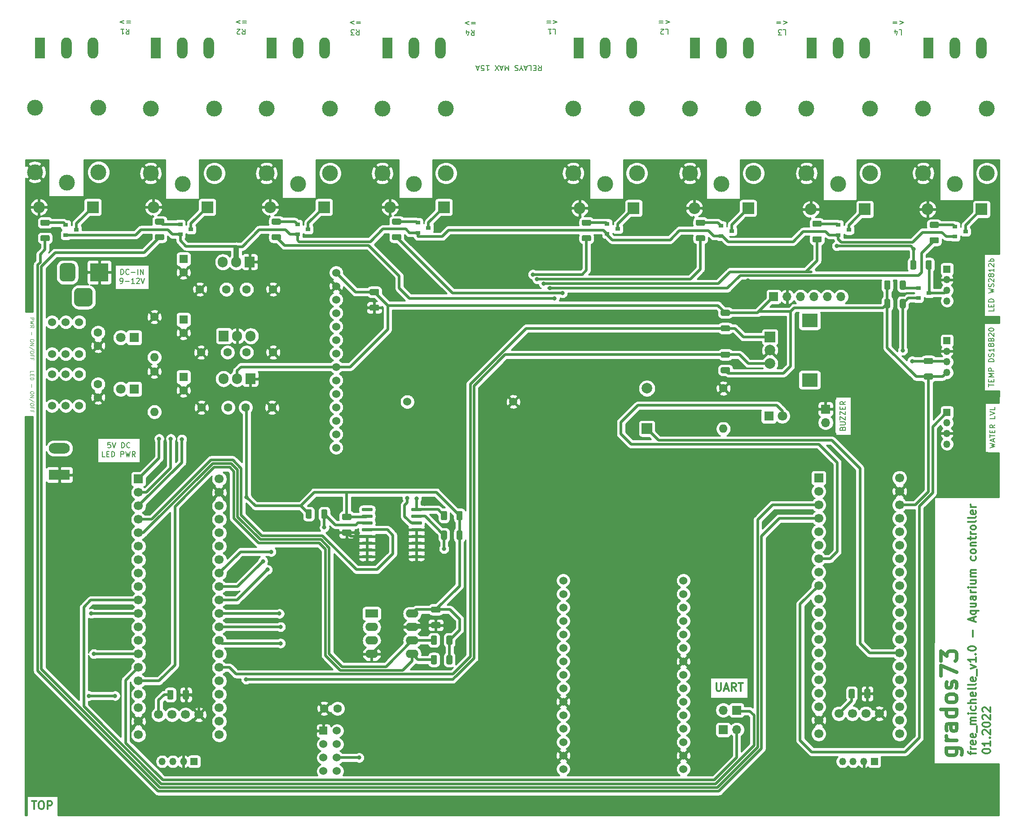
<source format=gtl>
G04 #@! TF.GenerationSoftware,KiCad,Pcbnew,(5.1.8)-1*
G04 #@! TF.CreationDate,2022-01-18T18:26:17+01:00*
G04 #@! TF.ProjectId,free_michelle_v1_0,66726565-5f6d-4696-9368-656c6c655f76,v1.0*
G04 #@! TF.SameCoordinates,Original*
G04 #@! TF.FileFunction,Copper,L1,Top*
G04 #@! TF.FilePolarity,Positive*
%FSLAX46Y46*%
G04 Gerber Fmt 4.6, Leading zero omitted, Abs format (unit mm)*
G04 Created by KiCad (PCBNEW (5.1.8)-1) date 2022-01-18 18:26:17*
%MOMM*%
%LPD*%
G01*
G04 APERTURE LIST*
G04 #@! TA.AperFunction,NonConductor*
%ADD10C,0.200000*%
G04 #@! TD*
G04 #@! TA.AperFunction,NonConductor*
%ADD11C,0.300000*%
G04 #@! TD*
G04 #@! TA.AperFunction,NonConductor*
%ADD12C,0.700000*%
G04 #@! TD*
G04 #@! TA.AperFunction,NonConductor*
%ADD13C,0.100000*%
G04 #@! TD*
G04 #@! TA.AperFunction,ComponentPad*
%ADD14O,1.905000X2.000000*%
G04 #@! TD*
G04 #@! TA.AperFunction,ComponentPad*
%ADD15R,1.905000X2.000000*%
G04 #@! TD*
G04 #@! TA.AperFunction,ComponentPad*
%ADD16O,1.700000X1.700000*%
G04 #@! TD*
G04 #@! TA.AperFunction,ComponentPad*
%ADD17R,1.700000X1.700000*%
G04 #@! TD*
G04 #@! TA.AperFunction,ComponentPad*
%ADD18C,1.700000*%
G04 #@! TD*
G04 #@! TA.AperFunction,ComponentPad*
%ADD19C,1.600000*%
G04 #@! TD*
G04 #@! TA.AperFunction,ComponentPad*
%ADD20O,1.350000X1.350000*%
G04 #@! TD*
G04 #@! TA.AperFunction,ComponentPad*
%ADD21R,1.350000X1.350000*%
G04 #@! TD*
G04 #@! TA.AperFunction,ComponentPad*
%ADD22C,2.000000*%
G04 #@! TD*
G04 #@! TA.AperFunction,ComponentPad*
%ADD23R,2.000000X2.000000*%
G04 #@! TD*
G04 #@! TA.AperFunction,ComponentPad*
%ADD24R,1.600000X1.600000*%
G04 #@! TD*
G04 #@! TA.AperFunction,ComponentPad*
%ADD25C,1.524000*%
G04 #@! TD*
G04 #@! TA.AperFunction,ComponentPad*
%ADD26C,1.800000*%
G04 #@! TD*
G04 #@! TA.AperFunction,ComponentPad*
%ADD27R,1.800000X1.800000*%
G04 #@! TD*
G04 #@! TA.AperFunction,ComponentPad*
%ADD28O,2.200000X2.200000*%
G04 #@! TD*
G04 #@! TA.AperFunction,ComponentPad*
%ADD29R,2.200000X2.200000*%
G04 #@! TD*
G04 #@! TA.AperFunction,ComponentPad*
%ADD30O,1.980000X3.960000*%
G04 #@! TD*
G04 #@! TA.AperFunction,ComponentPad*
%ADD31R,1.980000X3.960000*%
G04 #@! TD*
G04 #@! TA.AperFunction,ComponentPad*
%ADD32O,3.960000X1.980000*%
G04 #@! TD*
G04 #@! TA.AperFunction,ComponentPad*
%ADD33R,3.960000X1.980000*%
G04 #@! TD*
G04 #@! TA.AperFunction,ComponentPad*
%ADD34R,3.500000X3.500000*%
G04 #@! TD*
G04 #@! TA.AperFunction,ComponentPad*
%ADD35C,3.000000*%
G04 #@! TD*
G04 #@! TA.AperFunction,SMDPad,CuDef*
%ADD36R,0.900000X0.800000*%
G04 #@! TD*
G04 #@! TA.AperFunction,ComponentPad*
%ADD37O,1.600000X1.600000*%
G04 #@! TD*
G04 #@! TA.AperFunction,ComponentPad*
%ADD38R,3.000000X2.500000*%
G04 #@! TD*
G04 #@! TA.AperFunction,ComponentPad*
%ADD39O,2.400000X1.600000*%
G04 #@! TD*
G04 #@! TA.AperFunction,ComponentPad*
%ADD40R,2.400000X1.600000*%
G04 #@! TD*
G04 #@! TA.AperFunction,ComponentPad*
%ADD41R,1.524000X1.524000*%
G04 #@! TD*
G04 #@! TA.AperFunction,ViaPad*
%ADD42C,0.800000*%
G04 #@! TD*
G04 #@! TA.AperFunction,ViaPad*
%ADD43C,3.200000*%
G04 #@! TD*
G04 #@! TA.AperFunction,Conductor*
%ADD44C,0.500000*%
G04 #@! TD*
G04 #@! TA.AperFunction,Conductor*
%ADD45C,1.000000*%
G04 #@! TD*
G04 #@! TA.AperFunction,Conductor*
%ADD46C,0.254000*%
G04 #@! TD*
G04 #@! TA.AperFunction,Conductor*
%ADD47C,0.100000*%
G04 #@! TD*
G04 APERTURE END LIST*
D10*
X179328571Y-93957142D02*
X179376190Y-93814285D01*
X179423809Y-93766666D01*
X179519047Y-93719047D01*
X179661904Y-93719047D01*
X179757142Y-93766666D01*
X179804761Y-93814285D01*
X179852380Y-93909523D01*
X179852380Y-94290476D01*
X178852380Y-94290476D01*
X178852380Y-93957142D01*
X178900000Y-93861904D01*
X178947619Y-93814285D01*
X179042857Y-93766666D01*
X179138095Y-93766666D01*
X179233333Y-93814285D01*
X179280952Y-93861904D01*
X179328571Y-93957142D01*
X179328571Y-94290476D01*
X178852380Y-93290476D02*
X179661904Y-93290476D01*
X179757142Y-93242857D01*
X179804761Y-93195238D01*
X179852380Y-93100000D01*
X179852380Y-92909523D01*
X179804761Y-92814285D01*
X179757142Y-92766666D01*
X179661904Y-92719047D01*
X178852380Y-92719047D01*
X178852380Y-92338095D02*
X178852380Y-91671428D01*
X179852380Y-92338095D01*
X179852380Y-91671428D01*
X178852380Y-91385714D02*
X178852380Y-90719047D01*
X179852380Y-91385714D01*
X179852380Y-90719047D01*
X179328571Y-90338095D02*
X179328571Y-90004761D01*
X179852380Y-89861904D02*
X179852380Y-90338095D01*
X178852380Y-90338095D01*
X178852380Y-89861904D01*
X179852380Y-88861904D02*
X179376190Y-89195238D01*
X179852380Y-89433333D02*
X178852380Y-89433333D01*
X178852380Y-89052380D01*
X178900000Y-88957142D01*
X178947619Y-88909523D01*
X179042857Y-88861904D01*
X179185714Y-88861904D01*
X179280952Y-88909523D01*
X179328571Y-88957142D01*
X179376190Y-89052380D01*
X179376190Y-89433333D01*
D11*
X155507142Y-141978571D02*
X155507142Y-143192857D01*
X155578571Y-143335714D01*
X155650000Y-143407142D01*
X155792857Y-143478571D01*
X156078571Y-143478571D01*
X156221428Y-143407142D01*
X156292857Y-143335714D01*
X156364285Y-143192857D01*
X156364285Y-141978571D01*
X157007142Y-143050000D02*
X157721428Y-143050000D01*
X156864285Y-143478571D02*
X157364285Y-141978571D01*
X157864285Y-143478571D01*
X159221428Y-143478571D02*
X158721428Y-142764285D01*
X158364285Y-143478571D02*
X158364285Y-141978571D01*
X158935714Y-141978571D01*
X159078571Y-142050000D01*
X159150000Y-142121428D01*
X159221428Y-142264285D01*
X159221428Y-142478571D01*
X159150000Y-142621428D01*
X159078571Y-142692857D01*
X158935714Y-142764285D01*
X158364285Y-142764285D01*
X159650000Y-141978571D02*
X160507142Y-141978571D01*
X160078571Y-143478571D02*
X160078571Y-141978571D01*
D10*
X207052380Y-97609523D02*
X208052380Y-97371428D01*
X207338095Y-97180952D01*
X208052380Y-96990476D01*
X207052380Y-96752380D01*
X207766666Y-96419047D02*
X207766666Y-95942857D01*
X208052380Y-96514285D02*
X207052380Y-96180952D01*
X208052380Y-95847619D01*
X207052380Y-95657142D02*
X207052380Y-95085714D01*
X208052380Y-95371428D02*
X207052380Y-95371428D01*
X207528571Y-94752380D02*
X207528571Y-94419047D01*
X208052380Y-94276190D02*
X208052380Y-94752380D01*
X207052380Y-94752380D01*
X207052380Y-94276190D01*
X208052380Y-93276190D02*
X207576190Y-93609523D01*
X208052380Y-93847619D02*
X207052380Y-93847619D01*
X207052380Y-93466666D01*
X207100000Y-93371428D01*
X207147619Y-93323809D01*
X207242857Y-93276190D01*
X207385714Y-93276190D01*
X207480952Y-93323809D01*
X207528571Y-93371428D01*
X207576190Y-93466666D01*
X207576190Y-93847619D01*
X208052380Y-91609523D02*
X208052380Y-92085714D01*
X207052380Y-92085714D01*
X207052380Y-91419047D02*
X208052380Y-91085714D01*
X207052380Y-90752380D01*
X208052380Y-89942857D02*
X208052380Y-90419047D01*
X207052380Y-90419047D01*
X206852380Y-86071428D02*
X206852380Y-85500000D01*
X207852380Y-85785714D02*
X206852380Y-85785714D01*
X207328571Y-85166666D02*
X207328571Y-84833333D01*
X207852380Y-84690476D02*
X207852380Y-85166666D01*
X206852380Y-85166666D01*
X206852380Y-84690476D01*
X207852380Y-84261904D02*
X206852380Y-84261904D01*
X207566666Y-83928571D01*
X206852380Y-83595238D01*
X207852380Y-83595238D01*
X207852380Y-83119047D02*
X206852380Y-83119047D01*
X206852380Y-82738095D01*
X206900000Y-82642857D01*
X206947619Y-82595238D01*
X207042857Y-82547619D01*
X207185714Y-82547619D01*
X207280952Y-82595238D01*
X207328571Y-82642857D01*
X207376190Y-82738095D01*
X207376190Y-83119047D01*
X207852380Y-81357142D02*
X206852380Y-81357142D01*
X206852380Y-81119047D01*
X206900000Y-80976190D01*
X206995238Y-80880952D01*
X207090476Y-80833333D01*
X207280952Y-80785714D01*
X207423809Y-80785714D01*
X207614285Y-80833333D01*
X207709523Y-80880952D01*
X207804761Y-80976190D01*
X207852380Y-81119047D01*
X207852380Y-81357142D01*
X207804761Y-80404761D02*
X207852380Y-80261904D01*
X207852380Y-80023809D01*
X207804761Y-79928571D01*
X207757142Y-79880952D01*
X207661904Y-79833333D01*
X207566666Y-79833333D01*
X207471428Y-79880952D01*
X207423809Y-79928571D01*
X207376190Y-80023809D01*
X207328571Y-80214285D01*
X207280952Y-80309523D01*
X207233333Y-80357142D01*
X207138095Y-80404761D01*
X207042857Y-80404761D01*
X206947619Y-80357142D01*
X206900000Y-80309523D01*
X206852380Y-80214285D01*
X206852380Y-79976190D01*
X206900000Y-79833333D01*
X207852380Y-78880952D02*
X207852380Y-79452380D01*
X207852380Y-79166666D02*
X206852380Y-79166666D01*
X206995238Y-79261904D01*
X207090476Y-79357142D01*
X207138095Y-79452380D01*
X207280952Y-78309523D02*
X207233333Y-78404761D01*
X207185714Y-78452380D01*
X207090476Y-78500000D01*
X207042857Y-78500000D01*
X206947619Y-78452380D01*
X206900000Y-78404761D01*
X206852380Y-78309523D01*
X206852380Y-78119047D01*
X206900000Y-78023809D01*
X206947619Y-77976190D01*
X207042857Y-77928571D01*
X207090476Y-77928571D01*
X207185714Y-77976190D01*
X207233333Y-78023809D01*
X207280952Y-78119047D01*
X207280952Y-78309523D01*
X207328571Y-78404761D01*
X207376190Y-78452380D01*
X207471428Y-78500000D01*
X207661904Y-78500000D01*
X207757142Y-78452380D01*
X207804761Y-78404761D01*
X207852380Y-78309523D01*
X207852380Y-78119047D01*
X207804761Y-78023809D01*
X207757142Y-77976190D01*
X207661904Y-77928571D01*
X207471428Y-77928571D01*
X207376190Y-77976190D01*
X207328571Y-78023809D01*
X207280952Y-78119047D01*
X207328571Y-77166666D02*
X207376190Y-77023809D01*
X207423809Y-76976190D01*
X207519047Y-76928571D01*
X207661904Y-76928571D01*
X207757142Y-76976190D01*
X207804761Y-77023809D01*
X207852380Y-77119047D01*
X207852380Y-77500000D01*
X206852380Y-77500000D01*
X206852380Y-77166666D01*
X206900000Y-77071428D01*
X206947619Y-77023809D01*
X207042857Y-76976190D01*
X207138095Y-76976190D01*
X207233333Y-77023809D01*
X207280952Y-77071428D01*
X207328571Y-77166666D01*
X207328571Y-77500000D01*
X206947619Y-76547619D02*
X206900000Y-76500000D01*
X206852380Y-76404761D01*
X206852380Y-76166666D01*
X206900000Y-76071428D01*
X206947619Y-76023809D01*
X207042857Y-75976190D01*
X207138095Y-75976190D01*
X207280952Y-76023809D01*
X207852380Y-76595238D01*
X207852380Y-75976190D01*
X206852380Y-75357142D02*
X206852380Y-75261904D01*
X206900000Y-75166666D01*
X206947619Y-75119047D01*
X207042857Y-75071428D01*
X207233333Y-75023809D01*
X207471428Y-75023809D01*
X207661904Y-75071428D01*
X207757142Y-75119047D01*
X207804761Y-75166666D01*
X207852380Y-75261904D01*
X207852380Y-75357142D01*
X207804761Y-75452380D01*
X207757142Y-75500000D01*
X207661904Y-75547619D01*
X207471428Y-75595238D01*
X207233333Y-75595238D01*
X207042857Y-75547619D01*
X206947619Y-75500000D01*
X206900000Y-75452380D01*
X206852380Y-75357142D01*
X207852380Y-71328571D02*
X207852380Y-71804761D01*
X206852380Y-71804761D01*
X207328571Y-70995238D02*
X207328571Y-70661904D01*
X207852380Y-70519047D02*
X207852380Y-70995238D01*
X206852380Y-70995238D01*
X206852380Y-70519047D01*
X207852380Y-70090476D02*
X206852380Y-70090476D01*
X206852380Y-69852380D01*
X206900000Y-69709523D01*
X206995238Y-69614285D01*
X207090476Y-69566666D01*
X207280952Y-69519047D01*
X207423809Y-69519047D01*
X207614285Y-69566666D01*
X207709523Y-69614285D01*
X207804761Y-69709523D01*
X207852380Y-69852380D01*
X207852380Y-70090476D01*
X206852380Y-68423809D02*
X207852380Y-68185714D01*
X207138095Y-67995238D01*
X207852380Y-67804761D01*
X206852380Y-67566666D01*
X207804761Y-67233333D02*
X207852380Y-67090476D01*
X207852380Y-66852380D01*
X207804761Y-66757142D01*
X207757142Y-66709523D01*
X207661904Y-66661904D01*
X207566666Y-66661904D01*
X207471428Y-66709523D01*
X207423809Y-66757142D01*
X207376190Y-66852380D01*
X207328571Y-67042857D01*
X207280952Y-67138095D01*
X207233333Y-67185714D01*
X207138095Y-67233333D01*
X207042857Y-67233333D01*
X206947619Y-67185714D01*
X206900000Y-67138095D01*
X206852380Y-67042857D01*
X206852380Y-66804761D01*
X206900000Y-66661904D01*
X206947619Y-66280952D02*
X206900000Y-66233333D01*
X206852380Y-66138095D01*
X206852380Y-65900000D01*
X206900000Y-65804761D01*
X206947619Y-65757142D01*
X207042857Y-65709523D01*
X207138095Y-65709523D01*
X207280952Y-65757142D01*
X207852380Y-66328571D01*
X207852380Y-65709523D01*
X207280952Y-65138095D02*
X207233333Y-65233333D01*
X207185714Y-65280952D01*
X207090476Y-65328571D01*
X207042857Y-65328571D01*
X206947619Y-65280952D01*
X206900000Y-65233333D01*
X206852380Y-65138095D01*
X206852380Y-64947619D01*
X206900000Y-64852380D01*
X206947619Y-64804761D01*
X207042857Y-64757142D01*
X207090476Y-64757142D01*
X207185714Y-64804761D01*
X207233333Y-64852380D01*
X207280952Y-64947619D01*
X207280952Y-65138095D01*
X207328571Y-65233333D01*
X207376190Y-65280952D01*
X207471428Y-65328571D01*
X207661904Y-65328571D01*
X207757142Y-65280952D01*
X207804761Y-65233333D01*
X207852380Y-65138095D01*
X207852380Y-64947619D01*
X207804761Y-64852380D01*
X207757142Y-64804761D01*
X207661904Y-64757142D01*
X207471428Y-64757142D01*
X207376190Y-64804761D01*
X207328571Y-64852380D01*
X207280952Y-64947619D01*
X207852380Y-63804761D02*
X207852380Y-64376190D01*
X207852380Y-64090476D02*
X206852380Y-64090476D01*
X206995238Y-64185714D01*
X207090476Y-64280952D01*
X207138095Y-64376190D01*
X206947619Y-63423809D02*
X206900000Y-63376190D01*
X206852380Y-63280952D01*
X206852380Y-63042857D01*
X206900000Y-62947619D01*
X206947619Y-62900000D01*
X207042857Y-62852380D01*
X207138095Y-62852380D01*
X207280952Y-62900000D01*
X207852380Y-63471428D01*
X207852380Y-62852380D01*
X207852380Y-62423809D02*
X206852380Y-62423809D01*
X207233333Y-62423809D02*
X207185714Y-62328571D01*
X207185714Y-62138095D01*
X207233333Y-62042857D01*
X207280952Y-61995238D01*
X207376190Y-61947619D01*
X207661904Y-61947619D01*
X207757142Y-61995238D01*
X207804761Y-62042857D01*
X207852380Y-62138095D01*
X207852380Y-62328571D01*
X207804761Y-62423809D01*
X41228571Y-96602380D02*
X40752380Y-96602380D01*
X40704761Y-97078571D01*
X40752380Y-97030952D01*
X40847619Y-96983333D01*
X41085714Y-96983333D01*
X41180952Y-97030952D01*
X41228571Y-97078571D01*
X41276190Y-97173809D01*
X41276190Y-97411904D01*
X41228571Y-97507142D01*
X41180952Y-97554761D01*
X41085714Y-97602380D01*
X40847619Y-97602380D01*
X40752380Y-97554761D01*
X40704761Y-97507142D01*
X41561904Y-96602380D02*
X41895238Y-97602380D01*
X42228571Y-96602380D01*
X43323809Y-97602380D02*
X43323809Y-96602380D01*
X43561904Y-96602380D01*
X43704761Y-96650000D01*
X43800000Y-96745238D01*
X43847619Y-96840476D01*
X43895238Y-97030952D01*
X43895238Y-97173809D01*
X43847619Y-97364285D01*
X43800000Y-97459523D01*
X43704761Y-97554761D01*
X43561904Y-97602380D01*
X43323809Y-97602380D01*
X44895238Y-97507142D02*
X44847619Y-97554761D01*
X44704761Y-97602380D01*
X44609523Y-97602380D01*
X44466666Y-97554761D01*
X44371428Y-97459523D01*
X44323809Y-97364285D01*
X44276190Y-97173809D01*
X44276190Y-97030952D01*
X44323809Y-96840476D01*
X44371428Y-96745238D01*
X44466666Y-96650000D01*
X44609523Y-96602380D01*
X44704761Y-96602380D01*
X44847619Y-96650000D01*
X44895238Y-96697619D01*
X40204761Y-99302380D02*
X39728571Y-99302380D01*
X39728571Y-98302380D01*
X40538095Y-98778571D02*
X40871428Y-98778571D01*
X41014285Y-99302380D02*
X40538095Y-99302380D01*
X40538095Y-98302380D01*
X41014285Y-98302380D01*
X41442857Y-99302380D02*
X41442857Y-98302380D01*
X41680952Y-98302380D01*
X41823809Y-98350000D01*
X41919047Y-98445238D01*
X41966666Y-98540476D01*
X42014285Y-98730952D01*
X42014285Y-98873809D01*
X41966666Y-99064285D01*
X41919047Y-99159523D01*
X41823809Y-99254761D01*
X41680952Y-99302380D01*
X41442857Y-99302380D01*
X43204761Y-99302380D02*
X43204761Y-98302380D01*
X43585714Y-98302380D01*
X43680952Y-98350000D01*
X43728571Y-98397619D01*
X43776190Y-98492857D01*
X43776190Y-98635714D01*
X43728571Y-98730952D01*
X43680952Y-98778571D01*
X43585714Y-98826190D01*
X43204761Y-98826190D01*
X44109523Y-98302380D02*
X44347619Y-99302380D01*
X44538095Y-98588095D01*
X44728571Y-99302380D01*
X44966666Y-98302380D01*
X45919047Y-99302380D02*
X45585714Y-98826190D01*
X45347619Y-99302380D02*
X45347619Y-98302380D01*
X45728571Y-98302380D01*
X45823809Y-98350000D01*
X45871428Y-98397619D01*
X45919047Y-98492857D01*
X45919047Y-98635714D01*
X45871428Y-98730952D01*
X45823809Y-98778571D01*
X45728571Y-98826190D01*
X45347619Y-98826190D01*
X43157142Y-64902380D02*
X43157142Y-63902380D01*
X43395238Y-63902380D01*
X43538095Y-63950000D01*
X43633333Y-64045238D01*
X43680952Y-64140476D01*
X43728571Y-64330952D01*
X43728571Y-64473809D01*
X43680952Y-64664285D01*
X43633333Y-64759523D01*
X43538095Y-64854761D01*
X43395238Y-64902380D01*
X43157142Y-64902380D01*
X44728571Y-64807142D02*
X44680952Y-64854761D01*
X44538095Y-64902380D01*
X44442857Y-64902380D01*
X44300000Y-64854761D01*
X44204761Y-64759523D01*
X44157142Y-64664285D01*
X44109523Y-64473809D01*
X44109523Y-64330952D01*
X44157142Y-64140476D01*
X44204761Y-64045238D01*
X44300000Y-63950000D01*
X44442857Y-63902380D01*
X44538095Y-63902380D01*
X44680952Y-63950000D01*
X44728571Y-63997619D01*
X45157142Y-64521428D02*
X45919047Y-64521428D01*
X46395238Y-64902380D02*
X46395238Y-63902380D01*
X46871428Y-64902380D02*
X46871428Y-63902380D01*
X47442857Y-64902380D01*
X47442857Y-63902380D01*
X43109523Y-66602380D02*
X43300000Y-66602380D01*
X43395238Y-66554761D01*
X43442857Y-66507142D01*
X43538095Y-66364285D01*
X43585714Y-66173809D01*
X43585714Y-65792857D01*
X43538095Y-65697619D01*
X43490476Y-65650000D01*
X43395238Y-65602380D01*
X43204761Y-65602380D01*
X43109523Y-65650000D01*
X43061904Y-65697619D01*
X43014285Y-65792857D01*
X43014285Y-66030952D01*
X43061904Y-66126190D01*
X43109523Y-66173809D01*
X43204761Y-66221428D01*
X43395238Y-66221428D01*
X43490476Y-66173809D01*
X43538095Y-66126190D01*
X43585714Y-66030952D01*
X44014285Y-66221428D02*
X44776190Y-66221428D01*
X45776190Y-66602380D02*
X45204761Y-66602380D01*
X45490476Y-66602380D02*
X45490476Y-65602380D01*
X45395238Y-65745238D01*
X45300000Y-65840476D01*
X45204761Y-65888095D01*
X46157142Y-65697619D02*
X46204761Y-65650000D01*
X46300000Y-65602380D01*
X46538095Y-65602380D01*
X46633333Y-65650000D01*
X46680952Y-65697619D01*
X46728571Y-65792857D01*
X46728571Y-65888095D01*
X46680952Y-66030952D01*
X46109523Y-66602380D01*
X46728571Y-66602380D01*
X47014285Y-65602380D02*
X47347619Y-66602380D01*
X47680952Y-65602380D01*
D11*
X205678571Y-154900000D02*
X205678571Y-154757142D01*
X205750000Y-154614285D01*
X205821428Y-154542857D01*
X205964285Y-154471428D01*
X206250000Y-154400000D01*
X206607142Y-154400000D01*
X206892857Y-154471428D01*
X207035714Y-154542857D01*
X207107142Y-154614285D01*
X207178571Y-154757142D01*
X207178571Y-154900000D01*
X207107142Y-155042857D01*
X207035714Y-155114285D01*
X206892857Y-155185714D01*
X206607142Y-155257142D01*
X206250000Y-155257142D01*
X205964285Y-155185714D01*
X205821428Y-155114285D01*
X205750000Y-155042857D01*
X205678571Y-154900000D01*
X207178571Y-152971428D02*
X207178571Y-153828571D01*
X207178571Y-153400000D02*
X205678571Y-153400000D01*
X205892857Y-153542857D01*
X206035714Y-153685714D01*
X206107142Y-153828571D01*
X207035714Y-152328571D02*
X207107142Y-152257142D01*
X207178571Y-152328571D01*
X207107142Y-152400000D01*
X207035714Y-152328571D01*
X207178571Y-152328571D01*
X205821428Y-151685714D02*
X205750000Y-151614285D01*
X205678571Y-151471428D01*
X205678571Y-151114285D01*
X205750000Y-150971428D01*
X205821428Y-150900000D01*
X205964285Y-150828571D01*
X206107142Y-150828571D01*
X206321428Y-150900000D01*
X207178571Y-151757142D01*
X207178571Y-150828571D01*
X205678571Y-149900000D02*
X205678571Y-149757142D01*
X205750000Y-149614285D01*
X205821428Y-149542857D01*
X205964285Y-149471428D01*
X206250000Y-149400000D01*
X206607142Y-149400000D01*
X206892857Y-149471428D01*
X207035714Y-149542857D01*
X207107142Y-149614285D01*
X207178571Y-149757142D01*
X207178571Y-149900000D01*
X207107142Y-150042857D01*
X207035714Y-150114285D01*
X206892857Y-150185714D01*
X206607142Y-150257142D01*
X206250000Y-150257142D01*
X205964285Y-150185714D01*
X205821428Y-150114285D01*
X205750000Y-150042857D01*
X205678571Y-149900000D01*
X205821428Y-148828571D02*
X205750000Y-148757142D01*
X205678571Y-148614285D01*
X205678571Y-148257142D01*
X205750000Y-148114285D01*
X205821428Y-148042857D01*
X205964285Y-147971428D01*
X206107142Y-147971428D01*
X206321428Y-148042857D01*
X207178571Y-148900000D01*
X207178571Y-147971428D01*
X205821428Y-147400000D02*
X205750000Y-147328571D01*
X205678571Y-147185714D01*
X205678571Y-146828571D01*
X205750000Y-146685714D01*
X205821428Y-146614285D01*
X205964285Y-146542857D01*
X206107142Y-146542857D01*
X206321428Y-146614285D01*
X207178571Y-147471428D01*
X207178571Y-146542857D01*
X203478571Y-155471428D02*
X203478571Y-154900000D01*
X204478571Y-155257142D02*
X203192857Y-155257142D01*
X203050000Y-155185714D01*
X202978571Y-155042857D01*
X202978571Y-154900000D01*
X204478571Y-154400000D02*
X203478571Y-154400000D01*
X203764285Y-154400000D02*
X203621428Y-154328571D01*
X203550000Y-154257142D01*
X203478571Y-154114285D01*
X203478571Y-153971428D01*
X204407142Y-152900000D02*
X204478571Y-153042857D01*
X204478571Y-153328571D01*
X204407142Y-153471428D01*
X204264285Y-153542857D01*
X203692857Y-153542857D01*
X203550000Y-153471428D01*
X203478571Y-153328571D01*
X203478571Y-153042857D01*
X203550000Y-152900000D01*
X203692857Y-152828571D01*
X203835714Y-152828571D01*
X203978571Y-153542857D01*
X204407142Y-151614285D02*
X204478571Y-151757142D01*
X204478571Y-152042857D01*
X204407142Y-152185714D01*
X204264285Y-152257142D01*
X203692857Y-152257142D01*
X203550000Y-152185714D01*
X203478571Y-152042857D01*
X203478571Y-151757142D01*
X203550000Y-151614285D01*
X203692857Y-151542857D01*
X203835714Y-151542857D01*
X203978571Y-152257142D01*
X204621428Y-151257142D02*
X204621428Y-150114285D01*
X204478571Y-149757142D02*
X203478571Y-149757142D01*
X203621428Y-149757142D02*
X203550000Y-149685714D01*
X203478571Y-149542857D01*
X203478571Y-149328571D01*
X203550000Y-149185714D01*
X203692857Y-149114285D01*
X204478571Y-149114285D01*
X203692857Y-149114285D02*
X203550000Y-149042857D01*
X203478571Y-148900000D01*
X203478571Y-148685714D01*
X203550000Y-148542857D01*
X203692857Y-148471428D01*
X204478571Y-148471428D01*
X204478571Y-147757142D02*
X203478571Y-147757142D01*
X202978571Y-147757142D02*
X203050000Y-147828571D01*
X203121428Y-147757142D01*
X203050000Y-147685714D01*
X202978571Y-147757142D01*
X203121428Y-147757142D01*
X204407142Y-146400000D02*
X204478571Y-146542857D01*
X204478571Y-146828571D01*
X204407142Y-146971428D01*
X204335714Y-147042857D01*
X204192857Y-147114285D01*
X203764285Y-147114285D01*
X203621428Y-147042857D01*
X203550000Y-146971428D01*
X203478571Y-146828571D01*
X203478571Y-146542857D01*
X203550000Y-146400000D01*
X204478571Y-145757142D02*
X202978571Y-145757142D01*
X204478571Y-145114285D02*
X203692857Y-145114285D01*
X203550000Y-145185714D01*
X203478571Y-145328571D01*
X203478571Y-145542857D01*
X203550000Y-145685714D01*
X203621428Y-145757142D01*
X204407142Y-143828571D02*
X204478571Y-143971428D01*
X204478571Y-144257142D01*
X204407142Y-144400000D01*
X204264285Y-144471428D01*
X203692857Y-144471428D01*
X203550000Y-144400000D01*
X203478571Y-144257142D01*
X203478571Y-143971428D01*
X203550000Y-143828571D01*
X203692857Y-143757142D01*
X203835714Y-143757142D01*
X203978571Y-144471428D01*
X204478571Y-142900000D02*
X204407142Y-143042857D01*
X204264285Y-143114285D01*
X202978571Y-143114285D01*
X204478571Y-142114285D02*
X204407142Y-142257142D01*
X204264285Y-142328571D01*
X202978571Y-142328571D01*
X204407142Y-140971428D02*
X204478571Y-141114285D01*
X204478571Y-141400000D01*
X204407142Y-141542857D01*
X204264285Y-141614285D01*
X203692857Y-141614285D01*
X203550000Y-141542857D01*
X203478571Y-141400000D01*
X203478571Y-141114285D01*
X203550000Y-140971428D01*
X203692857Y-140900000D01*
X203835714Y-140900000D01*
X203978571Y-141614285D01*
X204621428Y-140614285D02*
X204621428Y-139471428D01*
X203478571Y-139257142D02*
X204478571Y-138900000D01*
X203478571Y-138542857D01*
X204478571Y-137185714D02*
X204478571Y-138042857D01*
X204478571Y-137614285D02*
X202978571Y-137614285D01*
X203192857Y-137757142D01*
X203335714Y-137900000D01*
X203407142Y-138042857D01*
X204335714Y-136542857D02*
X204407142Y-136471428D01*
X204478571Y-136542857D01*
X204407142Y-136614285D01*
X204335714Y-136542857D01*
X204478571Y-136542857D01*
X202978571Y-135542857D02*
X202978571Y-135400000D01*
X203050000Y-135257142D01*
X203121428Y-135185714D01*
X203264285Y-135114285D01*
X203550000Y-135042857D01*
X203907142Y-135042857D01*
X204192857Y-135114285D01*
X204335714Y-135185714D01*
X204407142Y-135257142D01*
X204478571Y-135400000D01*
X204478571Y-135542857D01*
X204407142Y-135685714D01*
X204335714Y-135757142D01*
X204192857Y-135828571D01*
X203907142Y-135900000D01*
X203550000Y-135900000D01*
X203264285Y-135828571D01*
X203121428Y-135757142D01*
X203050000Y-135685714D01*
X202978571Y-135542857D01*
X203907142Y-133257142D02*
X203907142Y-132114285D01*
X204050000Y-130328571D02*
X204050000Y-129614285D01*
X204478571Y-130471428D02*
X202978571Y-129971428D01*
X204478571Y-129471428D01*
X203478571Y-128328571D02*
X204978571Y-128328571D01*
X204407142Y-128328571D02*
X204478571Y-128471428D01*
X204478571Y-128757142D01*
X204407142Y-128900000D01*
X204335714Y-128971428D01*
X204192857Y-129042857D01*
X203764285Y-129042857D01*
X203621428Y-128971428D01*
X203550000Y-128900000D01*
X203478571Y-128757142D01*
X203478571Y-128471428D01*
X203550000Y-128328571D01*
X203478571Y-126971428D02*
X204478571Y-126971428D01*
X203478571Y-127614285D02*
X204264285Y-127614285D01*
X204407142Y-127542857D01*
X204478571Y-127400000D01*
X204478571Y-127185714D01*
X204407142Y-127042857D01*
X204335714Y-126971428D01*
X204478571Y-125614285D02*
X203692857Y-125614285D01*
X203550000Y-125685714D01*
X203478571Y-125828571D01*
X203478571Y-126114285D01*
X203550000Y-126257142D01*
X204407142Y-125614285D02*
X204478571Y-125757142D01*
X204478571Y-126114285D01*
X204407142Y-126257142D01*
X204264285Y-126328571D01*
X204121428Y-126328571D01*
X203978571Y-126257142D01*
X203907142Y-126114285D01*
X203907142Y-125757142D01*
X203835714Y-125614285D01*
X204478571Y-124900000D02*
X203478571Y-124900000D01*
X203764285Y-124900000D02*
X203621428Y-124828571D01*
X203550000Y-124757142D01*
X203478571Y-124614285D01*
X203478571Y-124471428D01*
X204478571Y-123971428D02*
X203478571Y-123971428D01*
X202978571Y-123971428D02*
X203050000Y-124042857D01*
X203121428Y-123971428D01*
X203050000Y-123900000D01*
X202978571Y-123971428D01*
X203121428Y-123971428D01*
X203478571Y-122614285D02*
X204478571Y-122614285D01*
X203478571Y-123257142D02*
X204264285Y-123257142D01*
X204407142Y-123185714D01*
X204478571Y-123042857D01*
X204478571Y-122828571D01*
X204407142Y-122685714D01*
X204335714Y-122614285D01*
X204478571Y-121900000D02*
X203478571Y-121900000D01*
X203621428Y-121900000D02*
X203550000Y-121828571D01*
X203478571Y-121685714D01*
X203478571Y-121471428D01*
X203550000Y-121328571D01*
X203692857Y-121257142D01*
X204478571Y-121257142D01*
X203692857Y-121257142D02*
X203550000Y-121185714D01*
X203478571Y-121042857D01*
X203478571Y-120828571D01*
X203550000Y-120685714D01*
X203692857Y-120614285D01*
X204478571Y-120614285D01*
X204407142Y-118114285D02*
X204478571Y-118257142D01*
X204478571Y-118542857D01*
X204407142Y-118685714D01*
X204335714Y-118757142D01*
X204192857Y-118828571D01*
X203764285Y-118828571D01*
X203621428Y-118757142D01*
X203550000Y-118685714D01*
X203478571Y-118542857D01*
X203478571Y-118257142D01*
X203550000Y-118114285D01*
X204478571Y-117257142D02*
X204407142Y-117400000D01*
X204335714Y-117471428D01*
X204192857Y-117542857D01*
X203764285Y-117542857D01*
X203621428Y-117471428D01*
X203550000Y-117400000D01*
X203478571Y-117257142D01*
X203478571Y-117042857D01*
X203550000Y-116900000D01*
X203621428Y-116828571D01*
X203764285Y-116757142D01*
X204192857Y-116757142D01*
X204335714Y-116828571D01*
X204407142Y-116900000D01*
X204478571Y-117042857D01*
X204478571Y-117257142D01*
X203478571Y-116114285D02*
X204478571Y-116114285D01*
X203621428Y-116114285D02*
X203550000Y-116042857D01*
X203478571Y-115900000D01*
X203478571Y-115685714D01*
X203550000Y-115542857D01*
X203692857Y-115471428D01*
X204478571Y-115471428D01*
X203478571Y-114971428D02*
X203478571Y-114400000D01*
X202978571Y-114757142D02*
X204264285Y-114757142D01*
X204407142Y-114685714D01*
X204478571Y-114542857D01*
X204478571Y-114400000D01*
X204478571Y-113900000D02*
X203478571Y-113900000D01*
X203764285Y-113900000D02*
X203621428Y-113828571D01*
X203550000Y-113757142D01*
X203478571Y-113614285D01*
X203478571Y-113471428D01*
X204478571Y-112757142D02*
X204407142Y-112900000D01*
X204335714Y-112971428D01*
X204192857Y-113042857D01*
X203764285Y-113042857D01*
X203621428Y-112971428D01*
X203550000Y-112900000D01*
X203478571Y-112757142D01*
X203478571Y-112542857D01*
X203550000Y-112400000D01*
X203621428Y-112328571D01*
X203764285Y-112257142D01*
X204192857Y-112257142D01*
X204335714Y-112328571D01*
X204407142Y-112400000D01*
X204478571Y-112542857D01*
X204478571Y-112757142D01*
X204478571Y-111400000D02*
X204407142Y-111542857D01*
X204264285Y-111614285D01*
X202978571Y-111614285D01*
X204478571Y-110614285D02*
X204407142Y-110757142D01*
X204264285Y-110828571D01*
X202978571Y-110828571D01*
X204407142Y-109471428D02*
X204478571Y-109614285D01*
X204478571Y-109900000D01*
X204407142Y-110042857D01*
X204264285Y-110114285D01*
X203692857Y-110114285D01*
X203550000Y-110042857D01*
X203478571Y-109900000D01*
X203478571Y-109614285D01*
X203550000Y-109471428D01*
X203692857Y-109400000D01*
X203835714Y-109400000D01*
X203978571Y-110114285D01*
X204478571Y-108757142D02*
X203478571Y-108757142D01*
X203764285Y-108757142D02*
X203621428Y-108685714D01*
X203550000Y-108614285D01*
X203478571Y-108471428D01*
X203478571Y-108328571D01*
D12*
X198857142Y-154228571D02*
X201285714Y-154228571D01*
X201571428Y-154371428D01*
X201714285Y-154514285D01*
X201857142Y-154800000D01*
X201857142Y-155228571D01*
X201714285Y-155514285D01*
X200714285Y-154228571D02*
X200857142Y-154514285D01*
X200857142Y-155085714D01*
X200714285Y-155371428D01*
X200571428Y-155514285D01*
X200285714Y-155657142D01*
X199428571Y-155657142D01*
X199142857Y-155514285D01*
X199000000Y-155371428D01*
X198857142Y-155085714D01*
X198857142Y-154514285D01*
X199000000Y-154228571D01*
X200857142Y-152800000D02*
X198857142Y-152800000D01*
X199428571Y-152800000D02*
X199142857Y-152657142D01*
X199000000Y-152514285D01*
X198857142Y-152228571D01*
X198857142Y-151942857D01*
X200857142Y-149657142D02*
X199285714Y-149657142D01*
X199000000Y-149800000D01*
X198857142Y-150085714D01*
X198857142Y-150657142D01*
X199000000Y-150942857D01*
X200714285Y-149657142D02*
X200857142Y-149942857D01*
X200857142Y-150657142D01*
X200714285Y-150942857D01*
X200428571Y-151085714D01*
X200142857Y-151085714D01*
X199857142Y-150942857D01*
X199714285Y-150657142D01*
X199714285Y-149942857D01*
X199571428Y-149657142D01*
X200857142Y-146942857D02*
X197857142Y-146942857D01*
X200714285Y-146942857D02*
X200857142Y-147228571D01*
X200857142Y-147800000D01*
X200714285Y-148085714D01*
X200571428Y-148228571D01*
X200285714Y-148371428D01*
X199428571Y-148371428D01*
X199142857Y-148228571D01*
X199000000Y-148085714D01*
X198857142Y-147800000D01*
X198857142Y-147228571D01*
X199000000Y-146942857D01*
X200857142Y-145085714D02*
X200714285Y-145371428D01*
X200571428Y-145514285D01*
X200285714Y-145657142D01*
X199428571Y-145657142D01*
X199142857Y-145514285D01*
X199000000Y-145371428D01*
X198857142Y-145085714D01*
X198857142Y-144657142D01*
X199000000Y-144371428D01*
X199142857Y-144228571D01*
X199428571Y-144085714D01*
X200285714Y-144085714D01*
X200571428Y-144228571D01*
X200714285Y-144371428D01*
X200857142Y-144657142D01*
X200857142Y-145085714D01*
X200714285Y-142942857D02*
X200857142Y-142657142D01*
X200857142Y-142085714D01*
X200714285Y-141800000D01*
X200428571Y-141657142D01*
X200285714Y-141657142D01*
X200000000Y-141800000D01*
X199857142Y-142085714D01*
X199857142Y-142514285D01*
X199714285Y-142800000D01*
X199428571Y-142942857D01*
X199285714Y-142942857D01*
X199000000Y-142800000D01*
X198857142Y-142514285D01*
X198857142Y-142085714D01*
X199000000Y-141800000D01*
X197857142Y-140657142D02*
X197857142Y-138657142D01*
X200857142Y-139942857D01*
X197857142Y-137800000D02*
X197857142Y-135942857D01*
X199000000Y-136942857D01*
X199000000Y-136514285D01*
X199142857Y-136228571D01*
X199285714Y-136085714D01*
X199571428Y-135942857D01*
X200285714Y-135942857D01*
X200571428Y-136085714D01*
X200714285Y-136228571D01*
X200857142Y-136514285D01*
X200857142Y-137371428D01*
X200714285Y-137657142D01*
X200571428Y-137800000D01*
D10*
X121900000Y-25447619D02*
X122233333Y-25923809D01*
X122471428Y-25447619D02*
X122471428Y-26447619D01*
X122090476Y-26447619D01*
X121995238Y-26400000D01*
X121947619Y-26352380D01*
X121900000Y-26257142D01*
X121900000Y-26114285D01*
X121947619Y-26019047D01*
X121995238Y-25971428D01*
X122090476Y-25923809D01*
X122471428Y-25923809D01*
X121471428Y-25971428D02*
X121138095Y-25971428D01*
X120995238Y-25447619D02*
X121471428Y-25447619D01*
X121471428Y-26447619D01*
X120995238Y-26447619D01*
X120090476Y-25447619D02*
X120566666Y-25447619D01*
X120566666Y-26447619D01*
X119804761Y-25733333D02*
X119328571Y-25733333D01*
X119900000Y-25447619D02*
X119566666Y-26447619D01*
X119233333Y-25447619D01*
X118709523Y-25923809D02*
X118709523Y-25447619D01*
X119042857Y-26447619D02*
X118709523Y-25923809D01*
X118376190Y-26447619D01*
X118090476Y-25495238D02*
X117947619Y-25447619D01*
X117709523Y-25447619D01*
X117614285Y-25495238D01*
X117566666Y-25542857D01*
X117519047Y-25638095D01*
X117519047Y-25733333D01*
X117566666Y-25828571D01*
X117614285Y-25876190D01*
X117709523Y-25923809D01*
X117900000Y-25971428D01*
X117995238Y-26019047D01*
X118042857Y-26066666D01*
X118090476Y-26161904D01*
X118090476Y-26257142D01*
X118042857Y-26352380D01*
X117995238Y-26400000D01*
X117900000Y-26447619D01*
X117661904Y-26447619D01*
X117519047Y-26400000D01*
X116328571Y-25447619D02*
X116328571Y-26447619D01*
X115995238Y-25733333D01*
X115661904Y-26447619D01*
X115661904Y-25447619D01*
X115233333Y-25733333D02*
X114757142Y-25733333D01*
X115328571Y-25447619D02*
X114995238Y-26447619D01*
X114661904Y-25447619D01*
X114423809Y-26447619D02*
X113757142Y-25447619D01*
X113757142Y-26447619D02*
X114423809Y-25447619D01*
X112090476Y-25447619D02*
X112661904Y-25447619D01*
X112376190Y-25447619D02*
X112376190Y-26447619D01*
X112471428Y-26304761D01*
X112566666Y-26209523D01*
X112661904Y-26161904D01*
X111185714Y-26447619D02*
X111661904Y-26447619D01*
X111709523Y-25971428D01*
X111661904Y-26019047D01*
X111566666Y-26066666D01*
X111328571Y-26066666D01*
X111233333Y-26019047D01*
X111185714Y-25971428D01*
X111138095Y-25876190D01*
X111138095Y-25638095D01*
X111185714Y-25542857D01*
X111233333Y-25495238D01*
X111328571Y-25447619D01*
X111566666Y-25447619D01*
X111661904Y-25495238D01*
X111709523Y-25542857D01*
X110757142Y-25733333D02*
X110280952Y-25733333D01*
X110852380Y-25447619D02*
X110519047Y-26447619D01*
X110185714Y-25447619D01*
X189966666Y-18697619D02*
X190442857Y-18697619D01*
X190442857Y-19697619D01*
X189204761Y-19364285D02*
X189204761Y-18697619D01*
X189442857Y-19745238D02*
X189680952Y-19030952D01*
X189061904Y-19030952D01*
X190038095Y-17664285D02*
X190800000Y-17378571D01*
X190038095Y-17092857D01*
X189561904Y-17521428D02*
X188800000Y-17521428D01*
X188800000Y-17235714D02*
X189561904Y-17235714D01*
X168066666Y-18697619D02*
X168542857Y-18697619D01*
X168542857Y-19697619D01*
X167828571Y-19697619D02*
X167209523Y-19697619D01*
X167542857Y-19316666D01*
X167400000Y-19316666D01*
X167304761Y-19269047D01*
X167257142Y-19221428D01*
X167209523Y-19126190D01*
X167209523Y-18888095D01*
X167257142Y-18792857D01*
X167304761Y-18745238D01*
X167400000Y-18697619D01*
X167685714Y-18697619D01*
X167780952Y-18745238D01*
X167828571Y-18792857D01*
X168138095Y-17664285D02*
X168900000Y-17378571D01*
X168138095Y-17092857D01*
X167661904Y-17521428D02*
X166900000Y-17521428D01*
X166900000Y-17235714D02*
X167661904Y-17235714D01*
X145866666Y-18597619D02*
X146342857Y-18597619D01*
X146342857Y-19597619D01*
X145580952Y-19502380D02*
X145533333Y-19550000D01*
X145438095Y-19597619D01*
X145200000Y-19597619D01*
X145104761Y-19550000D01*
X145057142Y-19502380D01*
X145009523Y-19407142D01*
X145009523Y-19311904D01*
X145057142Y-19169047D01*
X145628571Y-18597619D01*
X145009523Y-18597619D01*
X145938095Y-17564285D02*
X146700000Y-17278571D01*
X145938095Y-16992857D01*
X145461904Y-17421428D02*
X144700000Y-17421428D01*
X144700000Y-17135714D02*
X145461904Y-17135714D01*
X124666666Y-18597619D02*
X125142857Y-18597619D01*
X125142857Y-19597619D01*
X123809523Y-18597619D02*
X124380952Y-18597619D01*
X124095238Y-18597619D02*
X124095238Y-19597619D01*
X124190476Y-19454761D01*
X124285714Y-19359523D01*
X124380952Y-19311904D01*
X124738095Y-17564285D02*
X125500000Y-17278571D01*
X124738095Y-16992857D01*
X124261904Y-17421428D02*
X123500000Y-17421428D01*
X123500000Y-17135714D02*
X124261904Y-17135714D01*
X109266666Y-18797619D02*
X109600000Y-19273809D01*
X109838095Y-18797619D02*
X109838095Y-19797619D01*
X109457142Y-19797619D01*
X109361904Y-19750000D01*
X109314285Y-19702380D01*
X109266666Y-19607142D01*
X109266666Y-19464285D01*
X109314285Y-19369047D01*
X109361904Y-19321428D01*
X109457142Y-19273809D01*
X109838095Y-19273809D01*
X108409523Y-19464285D02*
X108409523Y-18797619D01*
X108647619Y-19845238D02*
X108885714Y-19130952D01*
X108266666Y-19130952D01*
X110100000Y-17621428D02*
X109338095Y-17621428D01*
X109338095Y-17335714D02*
X110100000Y-17335714D01*
X108861904Y-17764285D02*
X108100000Y-17478571D01*
X108861904Y-17192857D01*
X87566666Y-18697619D02*
X87900000Y-19173809D01*
X88138095Y-18697619D02*
X88138095Y-19697619D01*
X87757142Y-19697619D01*
X87661904Y-19650000D01*
X87614285Y-19602380D01*
X87566666Y-19507142D01*
X87566666Y-19364285D01*
X87614285Y-19269047D01*
X87661904Y-19221428D01*
X87757142Y-19173809D01*
X88138095Y-19173809D01*
X87233333Y-19697619D02*
X86614285Y-19697619D01*
X86947619Y-19316666D01*
X86804761Y-19316666D01*
X86709523Y-19269047D01*
X86661904Y-19221428D01*
X86614285Y-19126190D01*
X86614285Y-18888095D01*
X86661904Y-18792857D01*
X86709523Y-18745238D01*
X86804761Y-18697619D01*
X87090476Y-18697619D01*
X87185714Y-18745238D01*
X87233333Y-18792857D01*
X88400000Y-17521428D02*
X87638095Y-17521428D01*
X87638095Y-17235714D02*
X88400000Y-17235714D01*
X87161904Y-17664285D02*
X86400000Y-17378571D01*
X87161904Y-17092857D01*
X66066666Y-18597619D02*
X66400000Y-19073809D01*
X66638095Y-18597619D02*
X66638095Y-19597619D01*
X66257142Y-19597619D01*
X66161904Y-19550000D01*
X66114285Y-19502380D01*
X66066666Y-19407142D01*
X66066666Y-19264285D01*
X66114285Y-19169047D01*
X66161904Y-19121428D01*
X66257142Y-19073809D01*
X66638095Y-19073809D01*
X65685714Y-19502380D02*
X65638095Y-19550000D01*
X65542857Y-19597619D01*
X65304761Y-19597619D01*
X65209523Y-19550000D01*
X65161904Y-19502380D01*
X65114285Y-19407142D01*
X65114285Y-19311904D01*
X65161904Y-19169047D01*
X65733333Y-18597619D01*
X65114285Y-18597619D01*
X66900000Y-17421428D02*
X66138095Y-17421428D01*
X66138095Y-17135714D02*
X66900000Y-17135714D01*
X65661904Y-17564285D02*
X64900000Y-17278571D01*
X65661904Y-16992857D01*
X44166666Y-18597619D02*
X44500000Y-19073809D01*
X44738095Y-18597619D02*
X44738095Y-19597619D01*
X44357142Y-19597619D01*
X44261904Y-19550000D01*
X44214285Y-19502380D01*
X44166666Y-19407142D01*
X44166666Y-19264285D01*
X44214285Y-19169047D01*
X44261904Y-19121428D01*
X44357142Y-19073809D01*
X44738095Y-19073809D01*
X43214285Y-18597619D02*
X43785714Y-18597619D01*
X43500000Y-18597619D02*
X43500000Y-19597619D01*
X43595238Y-19454761D01*
X43690476Y-19359523D01*
X43785714Y-19311904D01*
X45000000Y-17421428D02*
X44238095Y-17421428D01*
X44238095Y-17135714D02*
X45000000Y-17135714D01*
X43761904Y-17564285D02*
X43000000Y-17278571D01*
X43761904Y-16992857D01*
D13*
X26083333Y-73033333D02*
X26783333Y-73033333D01*
X26783333Y-73300000D01*
X26750000Y-73366666D01*
X26716666Y-73400000D01*
X26650000Y-73433333D01*
X26550000Y-73433333D01*
X26483333Y-73400000D01*
X26450000Y-73366666D01*
X26416666Y-73300000D01*
X26416666Y-73033333D01*
X26783333Y-73666666D02*
X26083333Y-73833333D01*
X26583333Y-73966666D01*
X26083333Y-74100000D01*
X26783333Y-74266666D01*
X26083333Y-74933333D02*
X26416666Y-74700000D01*
X26083333Y-74533333D02*
X26783333Y-74533333D01*
X26783333Y-74800000D01*
X26750000Y-74866666D01*
X26716666Y-74900000D01*
X26650000Y-74933333D01*
X26550000Y-74933333D01*
X26483333Y-74900000D01*
X26450000Y-74866666D01*
X26416666Y-74800000D01*
X26416666Y-74533333D01*
X26350000Y-75766666D02*
X26350000Y-76300000D01*
X26783333Y-77300000D02*
X26783333Y-77433333D01*
X26750000Y-77500000D01*
X26683333Y-77566666D01*
X26550000Y-77600000D01*
X26316666Y-77600000D01*
X26183333Y-77566666D01*
X26116666Y-77500000D01*
X26083333Y-77433333D01*
X26083333Y-77300000D01*
X26116666Y-77233333D01*
X26183333Y-77166666D01*
X26316666Y-77133333D01*
X26550000Y-77133333D01*
X26683333Y-77166666D01*
X26750000Y-77233333D01*
X26783333Y-77300000D01*
X26083333Y-77900000D02*
X26783333Y-77900000D01*
X26083333Y-78300000D01*
X26783333Y-78300000D01*
X26816666Y-79133333D02*
X25916666Y-78533333D01*
X26783333Y-79500000D02*
X26783333Y-79633333D01*
X26750000Y-79700000D01*
X26683333Y-79766666D01*
X26550000Y-79800000D01*
X26316666Y-79800000D01*
X26183333Y-79766666D01*
X26116666Y-79700000D01*
X26083333Y-79633333D01*
X26083333Y-79500000D01*
X26116666Y-79433333D01*
X26183333Y-79366666D01*
X26316666Y-79333333D01*
X26550000Y-79333333D01*
X26683333Y-79366666D01*
X26750000Y-79433333D01*
X26783333Y-79500000D01*
X26450000Y-80333333D02*
X26450000Y-80100000D01*
X26083333Y-80100000D02*
X26783333Y-80100000D01*
X26783333Y-80433333D01*
X26450000Y-80933333D02*
X26450000Y-80700000D01*
X26083333Y-80700000D02*
X26783333Y-80700000D01*
X26783333Y-81033333D01*
X26083333Y-83516666D02*
X26083333Y-83183333D01*
X26783333Y-83183333D01*
X26450000Y-83750000D02*
X26450000Y-83983333D01*
X26083333Y-84083333D02*
X26083333Y-83750000D01*
X26783333Y-83750000D01*
X26783333Y-84083333D01*
X26083333Y-84383333D02*
X26783333Y-84383333D01*
X26783333Y-84550000D01*
X26750000Y-84650000D01*
X26683333Y-84716666D01*
X26616666Y-84750000D01*
X26483333Y-84783333D01*
X26383333Y-84783333D01*
X26250000Y-84750000D01*
X26183333Y-84716666D01*
X26116666Y-84650000D01*
X26083333Y-84550000D01*
X26083333Y-84383333D01*
X26350000Y-85616666D02*
X26350000Y-86150000D01*
X26783333Y-87150000D02*
X26783333Y-87283333D01*
X26750000Y-87350000D01*
X26683333Y-87416666D01*
X26550000Y-87450000D01*
X26316666Y-87450000D01*
X26183333Y-87416666D01*
X26116666Y-87350000D01*
X26083333Y-87283333D01*
X26083333Y-87150000D01*
X26116666Y-87083333D01*
X26183333Y-87016666D01*
X26316666Y-86983333D01*
X26550000Y-86983333D01*
X26683333Y-87016666D01*
X26750000Y-87083333D01*
X26783333Y-87150000D01*
X26083333Y-87750000D02*
X26783333Y-87750000D01*
X26083333Y-88150000D01*
X26783333Y-88150000D01*
X26816666Y-88983333D02*
X25916666Y-88383333D01*
X26783333Y-89350000D02*
X26783333Y-89483333D01*
X26750000Y-89550000D01*
X26683333Y-89616666D01*
X26550000Y-89650000D01*
X26316666Y-89650000D01*
X26183333Y-89616666D01*
X26116666Y-89550000D01*
X26083333Y-89483333D01*
X26083333Y-89350000D01*
X26116666Y-89283333D01*
X26183333Y-89216666D01*
X26316666Y-89183333D01*
X26550000Y-89183333D01*
X26683333Y-89216666D01*
X26750000Y-89283333D01*
X26783333Y-89350000D01*
X26450000Y-90183333D02*
X26450000Y-89950000D01*
X26083333Y-89950000D02*
X26783333Y-89950000D01*
X26783333Y-90283333D01*
X26450000Y-90783333D02*
X26450000Y-90550000D01*
X26083333Y-90550000D02*
X26783333Y-90550000D01*
X26783333Y-90883333D01*
D11*
X26435714Y-164278571D02*
X27292857Y-164278571D01*
X26864285Y-165778571D02*
X26864285Y-164278571D01*
X28078571Y-164278571D02*
X28364285Y-164278571D01*
X28507142Y-164350000D01*
X28650000Y-164492857D01*
X28721428Y-164778571D01*
X28721428Y-165278571D01*
X28650000Y-165564285D01*
X28507142Y-165707142D01*
X28364285Y-165778571D01*
X28078571Y-165778571D01*
X27935714Y-165707142D01*
X27792857Y-165564285D01*
X27721428Y-165278571D01*
X27721428Y-164778571D01*
X27792857Y-164492857D01*
X27935714Y-164350000D01*
X28078571Y-164278571D01*
X29364285Y-165778571D02*
X29364285Y-164278571D01*
X29935714Y-164278571D01*
X30078571Y-164350000D01*
X30150000Y-164421428D01*
X30221428Y-164564285D01*
X30221428Y-164778571D01*
X30150000Y-164921428D01*
X30078571Y-164992857D01*
X29935714Y-165064285D01*
X29364285Y-165064285D01*
D14*
X62550000Y-84590000D03*
X65090000Y-84590000D03*
D15*
X67630000Y-84590000D03*
D14*
X62420000Y-62540000D03*
X64960000Y-62540000D03*
D15*
X67500000Y-62540000D03*
D16*
X179000000Y-69100000D03*
X176460000Y-69100000D03*
X173920000Y-69100000D03*
X171380000Y-69100000D03*
X168840000Y-69100000D03*
D17*
X166300000Y-69100000D03*
D18*
X50310000Y-147950000D03*
X52850000Y-147950000D03*
X55390000Y-147950000D03*
X57930000Y-147950000D03*
X61740000Y-103500000D03*
D17*
X46500000Y-103500000D03*
D18*
X61740000Y-106040000D03*
X46500000Y-106040000D03*
X61740000Y-108580000D03*
X46500000Y-108580000D03*
X61740000Y-111120000D03*
X46500000Y-111120000D03*
X61740000Y-113660000D03*
X46500000Y-113660000D03*
X61740000Y-116200000D03*
X46500000Y-116200000D03*
X61740000Y-118740000D03*
X46500000Y-118740000D03*
X61740000Y-121280000D03*
X46500000Y-121280000D03*
X61740000Y-123820000D03*
X46500000Y-123820000D03*
X61740000Y-126360000D03*
X46500000Y-126360000D03*
X61740000Y-128900000D03*
X46500000Y-128900000D03*
X61740000Y-131440000D03*
X46500000Y-131440000D03*
X61740000Y-133980000D03*
X46500000Y-133980000D03*
X61740000Y-136520000D03*
X46500000Y-136520000D03*
X61740000Y-139060000D03*
X46500000Y-139060000D03*
X61740000Y-141600000D03*
X46500000Y-141600000D03*
X61740000Y-144140000D03*
X46500000Y-144140000D03*
X61740000Y-146680000D03*
X46500000Y-146680000D03*
X61740000Y-149220000D03*
X46500000Y-149220000D03*
X61740000Y-151760000D03*
X46500000Y-151760000D03*
D19*
X38890000Y-78360000D03*
X38890000Y-75860000D03*
X38890000Y-88100000D03*
X38890000Y-85600000D03*
G04 #@! TA.AperFunction,SMDPad,CuDef*
G36*
G01*
X196125001Y-81800000D02*
X194874999Y-81800000D01*
G75*
G02*
X194625000Y-81550001I0J249999D01*
G01*
X194625000Y-80924999D01*
G75*
G02*
X194874999Y-80675000I249999J0D01*
G01*
X196125001Y-80675000D01*
G75*
G02*
X196375000Y-80924999I0J-249999D01*
G01*
X196375000Y-81550001D01*
G75*
G02*
X196125001Y-81800000I-249999J0D01*
G01*
G37*
G04 #@! TD.AperFunction*
G04 #@! TA.AperFunction,SMDPad,CuDef*
G36*
G01*
X196125001Y-84725000D02*
X194874999Y-84725000D01*
G75*
G02*
X194625000Y-84475001I0J249999D01*
G01*
X194625000Y-83849999D01*
G75*
G02*
X194874999Y-83600000I249999J0D01*
G01*
X196125001Y-83600000D01*
G75*
G02*
X196375000Y-83849999I0J-249999D01*
G01*
X196375000Y-84475001D01*
G75*
G02*
X196125001Y-84725000I-249999J0D01*
G01*
G37*
G04 #@! TD.AperFunction*
D20*
X199000000Y-69900000D03*
X199000000Y-67900000D03*
X199000000Y-65900000D03*
D21*
X199000000Y-63900000D03*
D20*
X199000000Y-83400000D03*
X199000000Y-81400000D03*
X199000000Y-79400000D03*
D21*
X199000000Y-77400000D03*
D22*
X142400000Y-86400000D03*
D23*
X142400000Y-94000000D03*
G04 #@! TA.AperFunction,SMDPad,CuDef*
G36*
G01*
X85149999Y-113025000D02*
X86450001Y-113025000D01*
G75*
G02*
X86700000Y-113274999I0J-249999D01*
G01*
X86700000Y-113925001D01*
G75*
G02*
X86450001Y-114175000I-249999J0D01*
G01*
X85149999Y-114175000D01*
G75*
G02*
X84900000Y-113925001I0J249999D01*
G01*
X84900000Y-113274999D01*
G75*
G02*
X85149999Y-113025000I249999J0D01*
G01*
G37*
G04 #@! TD.AperFunction*
G04 #@! TA.AperFunction,SMDPad,CuDef*
G36*
G01*
X85149999Y-110075000D02*
X86450001Y-110075000D01*
G75*
G02*
X86700000Y-110324999I0J-249999D01*
G01*
X86700000Y-110975001D01*
G75*
G02*
X86450001Y-111225000I-249999J0D01*
G01*
X85149999Y-111225000D01*
G75*
G02*
X84900000Y-110975001I0J249999D01*
G01*
X84900000Y-110324999D01*
G75*
G02*
X85149999Y-110075000I249999J0D01*
G01*
G37*
G04 #@! TD.AperFunction*
G04 #@! TA.AperFunction,SMDPad,CuDef*
G36*
G01*
X54900000Y-144850001D02*
X54900000Y-143549999D01*
G75*
G02*
X55149999Y-143300000I249999J0D01*
G01*
X55800001Y-143300000D01*
G75*
G02*
X56050000Y-143549999I0J-249999D01*
G01*
X56050000Y-144850001D01*
G75*
G02*
X55800001Y-145100000I-249999J0D01*
G01*
X55149999Y-145100000D01*
G75*
G02*
X54900000Y-144850001I0J249999D01*
G01*
G37*
G04 #@! TD.AperFunction*
G04 #@! TA.AperFunction,SMDPad,CuDef*
G36*
G01*
X51950000Y-144850001D02*
X51950000Y-143549999D01*
G75*
G02*
X52199999Y-143300000I249999J0D01*
G01*
X52850001Y-143300000D01*
G75*
G02*
X53100000Y-143549999I0J-249999D01*
G01*
X53100000Y-144850001D01*
G75*
G02*
X52850001Y-145100000I-249999J0D01*
G01*
X52199999Y-145100000D01*
G75*
G02*
X51950000Y-144850001I0J249999D01*
G01*
G37*
G04 #@! TD.AperFunction*
G04 #@! TA.AperFunction,SMDPad,CuDef*
G36*
G01*
X103250001Y-128700000D02*
X101949999Y-128700000D01*
G75*
G02*
X101700000Y-128450001I0J249999D01*
G01*
X101700000Y-127799999D01*
G75*
G02*
X101949999Y-127550000I249999J0D01*
G01*
X103250001Y-127550000D01*
G75*
G02*
X103500000Y-127799999I0J-249999D01*
G01*
X103500000Y-128450001D01*
G75*
G02*
X103250001Y-128700000I-249999J0D01*
G01*
G37*
G04 #@! TD.AperFunction*
G04 #@! TA.AperFunction,SMDPad,CuDef*
G36*
G01*
X103250001Y-131650000D02*
X101949999Y-131650000D01*
G75*
G02*
X101700000Y-131400001I0J249999D01*
G01*
X101700000Y-130749999D01*
G75*
G02*
X101949999Y-130500000I249999J0D01*
G01*
X103250001Y-130500000D01*
G75*
G02*
X103500000Y-130749999I0J-249999D01*
G01*
X103500000Y-131400001D01*
G75*
G02*
X103250001Y-131650000I-249999J0D01*
G01*
G37*
G04 #@! TD.AperFunction*
G04 #@! TA.AperFunction,SMDPad,CuDef*
G36*
G01*
X91650001Y-68800000D02*
X90349999Y-68800000D01*
G75*
G02*
X90100000Y-68550001I0J249999D01*
G01*
X90100000Y-67899999D01*
G75*
G02*
X90349999Y-67650000I249999J0D01*
G01*
X91650001Y-67650000D01*
G75*
G02*
X91900000Y-67899999I0J-249999D01*
G01*
X91900000Y-68550001D01*
G75*
G02*
X91650001Y-68800000I-249999J0D01*
G01*
G37*
G04 #@! TD.AperFunction*
G04 #@! TA.AperFunction,SMDPad,CuDef*
G36*
G01*
X91650001Y-71750000D02*
X90349999Y-71750000D01*
G75*
G02*
X90100000Y-71500001I0J249999D01*
G01*
X90100000Y-70849999D01*
G75*
G02*
X90349999Y-70600000I249999J0D01*
G01*
X91650001Y-70600000D01*
G75*
G02*
X91900000Y-70849999I0J-249999D01*
G01*
X91900000Y-71500001D01*
G75*
G02*
X91650001Y-71750000I-249999J0D01*
G01*
G37*
G04 #@! TD.AperFunction*
D19*
X81540000Y-146800000D03*
X84040000Y-146800000D03*
G04 #@! TA.AperFunction,SMDPad,CuDef*
G36*
G01*
X183400000Y-144650001D02*
X183400000Y-143349999D01*
G75*
G02*
X183649999Y-143100000I249999J0D01*
G01*
X184300001Y-143100000D01*
G75*
G02*
X184550000Y-143349999I0J-249999D01*
G01*
X184550000Y-144650001D01*
G75*
G02*
X184300001Y-144900000I-249999J0D01*
G01*
X183649999Y-144900000D01*
G75*
G02*
X183400000Y-144650001I0J249999D01*
G01*
G37*
G04 #@! TD.AperFunction*
G04 #@! TA.AperFunction,SMDPad,CuDef*
G36*
G01*
X180450000Y-144650001D02*
X180450000Y-143349999D01*
G75*
G02*
X180699999Y-143100000I249999J0D01*
G01*
X181350001Y-143100000D01*
G75*
G02*
X181600000Y-143349999I0J-249999D01*
G01*
X181600000Y-144650001D01*
G75*
G02*
X181350001Y-144900000I-249999J0D01*
G01*
X180699999Y-144900000D01*
G75*
G02*
X180450000Y-144650001I0J249999D01*
G01*
G37*
G04 #@! TD.AperFunction*
X55000000Y-64510000D03*
D24*
X55000000Y-62010000D03*
D19*
X58100000Y-67700000D03*
X63100000Y-67700000D03*
X55000000Y-75920000D03*
D24*
X55000000Y-73420000D03*
D19*
X71900000Y-67700000D03*
X66900000Y-67700000D03*
X58300000Y-79600000D03*
X63300000Y-79600000D03*
X55000000Y-86760000D03*
D24*
X55000000Y-84260000D03*
D19*
X58400000Y-90000000D03*
X63400000Y-90000000D03*
X71900000Y-79600000D03*
X66900000Y-79600000D03*
X71700000Y-90000000D03*
X66700000Y-90000000D03*
D25*
X117200000Y-88900000D03*
X97200000Y-88910000D03*
X83800000Y-97580000D03*
X83800000Y-95040000D03*
X83800000Y-92500000D03*
X83800000Y-89960000D03*
X83800000Y-87420000D03*
X83800000Y-84880000D03*
X83800000Y-82340000D03*
X83800000Y-79800000D03*
X83800000Y-77260000D03*
X83800000Y-74720000D03*
X83800000Y-72180000D03*
X83800000Y-69640000D03*
X83800000Y-67100000D03*
X83800000Y-64560000D03*
D26*
X167940000Y-91600000D03*
D27*
X165400000Y-91600000D03*
D28*
X129740000Y-52400000D03*
D29*
X139900000Y-52400000D03*
D28*
X27740000Y-52200000D03*
D29*
X37900000Y-52200000D03*
D28*
X151340000Y-52400000D03*
D29*
X161500000Y-52400000D03*
D28*
X49340000Y-52200000D03*
D29*
X59500000Y-52200000D03*
D28*
X173340000Y-52600000D03*
D29*
X183500000Y-52600000D03*
D28*
X71340000Y-52200000D03*
D29*
X81500000Y-52200000D03*
D28*
X195340000Y-52600000D03*
D29*
X205500000Y-52600000D03*
D28*
X93940000Y-52200000D03*
D29*
X104100000Y-52200000D03*
D26*
X43160000Y-76800000D03*
D27*
X45700000Y-76800000D03*
D26*
X43160000Y-86500000D03*
D27*
X45700000Y-86500000D03*
D18*
X178610000Y-147750000D03*
X181150000Y-147750000D03*
X183690000Y-147750000D03*
X186230000Y-147750000D03*
X190040000Y-103300000D03*
D17*
X174800000Y-103300000D03*
D18*
X190040000Y-105840000D03*
X174800000Y-105840000D03*
X190040000Y-108380000D03*
X174800000Y-108380000D03*
X190040000Y-110920000D03*
X174800000Y-110920000D03*
X190040000Y-113460000D03*
X174800000Y-113460000D03*
X190040000Y-116000000D03*
X174800000Y-116000000D03*
X190040000Y-118540000D03*
X174800000Y-118540000D03*
X190040000Y-121080000D03*
X174800000Y-121080000D03*
X190040000Y-123620000D03*
X174800000Y-123620000D03*
X190040000Y-126160000D03*
X174800000Y-126160000D03*
X190040000Y-128700000D03*
X174800000Y-128700000D03*
X190040000Y-131240000D03*
X174800000Y-131240000D03*
X190040000Y-133780000D03*
X174800000Y-133780000D03*
X190040000Y-136320000D03*
X174800000Y-136320000D03*
X190040000Y-138860000D03*
X174800000Y-138860000D03*
X190040000Y-141400000D03*
X174800000Y-141400000D03*
X190040000Y-143940000D03*
X174800000Y-143940000D03*
X190040000Y-146480000D03*
X174800000Y-146480000D03*
X190040000Y-149020000D03*
X174800000Y-149020000D03*
X190040000Y-151560000D03*
X174800000Y-151560000D03*
D16*
X159340000Y-150800000D03*
D17*
X156800000Y-150800000D03*
D16*
X156790000Y-147110000D03*
D17*
X159330000Y-147110000D03*
D20*
X51000000Y-156800000D03*
X53000000Y-156800000D03*
X55000000Y-156800000D03*
D21*
X57000000Y-156800000D03*
D30*
X139500000Y-22200000D03*
X134500000Y-22200000D03*
D31*
X129500000Y-22200000D03*
D30*
X37960000Y-22200000D03*
X32960000Y-22200000D03*
D31*
X27960000Y-22200000D03*
D30*
X161500000Y-22200000D03*
X156500000Y-22200000D03*
D31*
X151500000Y-22200000D03*
D30*
X59806666Y-22200000D03*
X54806666Y-22200000D03*
D31*
X49806666Y-22200000D03*
D20*
X179300000Y-156800000D03*
X181300000Y-156800000D03*
X183300000Y-156800000D03*
D21*
X185300000Y-156800000D03*
D20*
X199000000Y-96900000D03*
X199000000Y-94900000D03*
X199000000Y-92900000D03*
D21*
X199000000Y-90900000D03*
D30*
X183500000Y-22200000D03*
X178500000Y-22200000D03*
D31*
X173500000Y-22200000D03*
D30*
X81653332Y-22200000D03*
X76653332Y-22200000D03*
D31*
X71653332Y-22200000D03*
D16*
X176100000Y-92840000D03*
D17*
X176100000Y-90300000D03*
D30*
X205500000Y-22200000D03*
X200500000Y-22200000D03*
D31*
X195500000Y-22200000D03*
D30*
X103500000Y-22200000D03*
X98500000Y-22200000D03*
D31*
X93500000Y-22200000D03*
D32*
X31600000Y-97700000D03*
D33*
X31600000Y-102700000D03*
G04 #@! TA.AperFunction,ComponentPad*
G36*
G01*
X34380000Y-70075000D02*
X34380000Y-68325000D01*
G75*
G02*
X35255000Y-67450000I875000J0D01*
G01*
X37005000Y-67450000D01*
G75*
G02*
X37880000Y-68325000I0J-875000D01*
G01*
X37880000Y-70075000D01*
G75*
G02*
X37005000Y-70950000I-875000J0D01*
G01*
X35255000Y-70950000D01*
G75*
G02*
X34380000Y-70075000I0J875000D01*
G01*
G37*
G04 #@! TD.AperFunction*
G04 #@! TA.AperFunction,ComponentPad*
G36*
G01*
X31630000Y-65500000D02*
X31630000Y-63500000D01*
G75*
G02*
X32380000Y-62750000I750000J0D01*
G01*
X33880000Y-62750000D01*
G75*
G02*
X34630000Y-63500000I0J-750000D01*
G01*
X34630000Y-65500000D01*
G75*
G02*
X33880000Y-66250000I-750000J0D01*
G01*
X32380000Y-66250000D01*
G75*
G02*
X31630000Y-65500000I0J750000D01*
G01*
G37*
G04 #@! TD.AperFunction*
D34*
X39130000Y-64500000D03*
D35*
X134500000Y-47800000D03*
X128500000Y-45800000D03*
X128500000Y-33600000D03*
X140500000Y-33600000D03*
X140500000Y-45800000D03*
X32980000Y-47600000D03*
X26980000Y-45600000D03*
X26980000Y-33400000D03*
X38980000Y-33400000D03*
X38980000Y-45600000D03*
X156500000Y-47800000D03*
X150500000Y-45800000D03*
X150500000Y-33600000D03*
X162500000Y-33600000D03*
X162500000Y-45800000D03*
X60820000Y-45800000D03*
X60820000Y-33600000D03*
X48820000Y-33600000D03*
X48820000Y-45800000D03*
X54820000Y-47800000D03*
X178500000Y-47800000D03*
X172500000Y-45800000D03*
X172500000Y-33600000D03*
X184500000Y-33600000D03*
X184500000Y-45800000D03*
X82660000Y-45800000D03*
X82660000Y-33600000D03*
X70660000Y-33600000D03*
X70660000Y-45800000D03*
X76660000Y-47800000D03*
X200500000Y-47800000D03*
X194500000Y-45800000D03*
X194500000Y-33600000D03*
X206500000Y-33600000D03*
X206500000Y-45800000D03*
X98500000Y-47800000D03*
X92500000Y-45800000D03*
X92500000Y-33600000D03*
X104500000Y-33600000D03*
X104500000Y-45800000D03*
D36*
X136900000Y-56300000D03*
X134900000Y-57250000D03*
X134900000Y-55350000D03*
X34800000Y-56500000D03*
X32800000Y-57450000D03*
X32800000Y-55550000D03*
X158400000Y-56700000D03*
X156400000Y-57650000D03*
X156400000Y-55750000D03*
X56400000Y-56400000D03*
X54400000Y-57350000D03*
X54400000Y-55450000D03*
X195600000Y-68400000D03*
X193600000Y-69350000D03*
X193600000Y-67450000D03*
X180500000Y-56500000D03*
X178500000Y-57450000D03*
X178500000Y-55550000D03*
X78500000Y-56400000D03*
X76500000Y-57350000D03*
X76500000Y-55450000D03*
X202500000Y-56800000D03*
X200500000Y-57750000D03*
X200500000Y-55850000D03*
X101200000Y-56100000D03*
X99200000Y-57050000D03*
X99200000Y-55150000D03*
G04 #@! TA.AperFunction,SMDPad,CuDef*
G36*
G01*
X81000000Y-110725001D02*
X81000000Y-109474999D01*
G75*
G02*
X81249999Y-109225000I249999J0D01*
G01*
X81875001Y-109225000D01*
G75*
G02*
X82125000Y-109474999I0J-249999D01*
G01*
X82125000Y-110725001D01*
G75*
G02*
X81875001Y-110975000I-249999J0D01*
G01*
X81249999Y-110975000D01*
G75*
G02*
X81000000Y-110725001I0J249999D01*
G01*
G37*
G04 #@! TD.AperFunction*
G04 #@! TA.AperFunction,SMDPad,CuDef*
G36*
G01*
X78075000Y-110725001D02*
X78075000Y-109474999D01*
G75*
G02*
X78324999Y-109225000I249999J0D01*
G01*
X78950001Y-109225000D01*
G75*
G02*
X79200000Y-109474999I0J-249999D01*
G01*
X79200000Y-110725001D01*
G75*
G02*
X78950001Y-110975000I-249999J0D01*
G01*
X78324999Y-110975000D01*
G75*
G02*
X78075000Y-110725001I0J249999D01*
G01*
G37*
G04 #@! TD.AperFunction*
G04 #@! TA.AperFunction,SMDPad,CuDef*
G36*
G01*
X106500000Y-114725001D02*
X106500000Y-113474999D01*
G75*
G02*
X106749999Y-113225000I249999J0D01*
G01*
X107375001Y-113225000D01*
G75*
G02*
X107625000Y-113474999I0J-249999D01*
G01*
X107625000Y-114725001D01*
G75*
G02*
X107375001Y-114975000I-249999J0D01*
G01*
X106749999Y-114975000D01*
G75*
G02*
X106500000Y-114725001I0J249999D01*
G01*
G37*
G04 #@! TD.AperFunction*
G04 #@! TA.AperFunction,SMDPad,CuDef*
G36*
G01*
X103575000Y-114725001D02*
X103575000Y-113474999D01*
G75*
G02*
X103824999Y-113225000I249999J0D01*
G01*
X104450001Y-113225000D01*
G75*
G02*
X104700000Y-113474999I0J-249999D01*
G01*
X104700000Y-114725001D01*
G75*
G02*
X104450001Y-114975000I-249999J0D01*
G01*
X103824999Y-114975000D01*
G75*
G02*
X103575000Y-114725001I0J249999D01*
G01*
G37*
G04 #@! TD.AperFunction*
G04 #@! TA.AperFunction,SMDPad,CuDef*
G36*
G01*
X106500000Y-111025001D02*
X106500000Y-109774999D01*
G75*
G02*
X106749999Y-109525000I249999J0D01*
G01*
X107375001Y-109525000D01*
G75*
G02*
X107625000Y-109774999I0J-249999D01*
G01*
X107625000Y-111025001D01*
G75*
G02*
X107375001Y-111275000I-249999J0D01*
G01*
X106749999Y-111275000D01*
G75*
G02*
X106500000Y-111025001I0J249999D01*
G01*
G37*
G04 #@! TD.AperFunction*
G04 #@! TA.AperFunction,SMDPad,CuDef*
G36*
G01*
X103575000Y-111025001D02*
X103575000Y-109774999D01*
G75*
G02*
X103824999Y-109525000I249999J0D01*
G01*
X104450001Y-109525000D01*
G75*
G02*
X104700000Y-109774999I0J-249999D01*
G01*
X104700000Y-111025001D01*
G75*
G02*
X104450001Y-111275000I-249999J0D01*
G01*
X103824999Y-111275000D01*
G75*
G02*
X103575000Y-111025001I0J249999D01*
G01*
G37*
G04 #@! TD.AperFunction*
G04 #@! TA.AperFunction,SMDPad,CuDef*
G36*
G01*
X102800000Y-133274999D02*
X102800000Y-134525001D01*
G75*
G02*
X102550001Y-134775000I-249999J0D01*
G01*
X101924999Y-134775000D01*
G75*
G02*
X101675000Y-134525001I0J249999D01*
G01*
X101675000Y-133274999D01*
G75*
G02*
X101924999Y-133025000I249999J0D01*
G01*
X102550001Y-133025000D01*
G75*
G02*
X102800000Y-133274999I0J-249999D01*
G01*
G37*
G04 #@! TD.AperFunction*
G04 #@! TA.AperFunction,SMDPad,CuDef*
G36*
G01*
X105725000Y-133274999D02*
X105725000Y-134525001D01*
G75*
G02*
X105475001Y-134775000I-249999J0D01*
G01*
X104849999Y-134775000D01*
G75*
G02*
X104600000Y-134525001I0J249999D01*
G01*
X104600000Y-133274999D01*
G75*
G02*
X104849999Y-133025000I249999J0D01*
G01*
X105475001Y-133025000D01*
G75*
G02*
X105725000Y-133274999I0J-249999D01*
G01*
G37*
G04 #@! TD.AperFunction*
G04 #@! TA.AperFunction,SMDPad,CuDef*
G36*
G01*
X102800000Y-136974999D02*
X102800000Y-138225001D01*
G75*
G02*
X102550001Y-138475000I-249999J0D01*
G01*
X101924999Y-138475000D01*
G75*
G02*
X101675000Y-138225001I0J249999D01*
G01*
X101675000Y-136974999D01*
G75*
G02*
X101924999Y-136725000I249999J0D01*
G01*
X102550001Y-136725000D01*
G75*
G02*
X102800000Y-136974999I0J-249999D01*
G01*
G37*
G04 #@! TD.AperFunction*
G04 #@! TA.AperFunction,SMDPad,CuDef*
G36*
G01*
X105725000Y-136974999D02*
X105725000Y-138225001D01*
G75*
G02*
X105475001Y-138475000I-249999J0D01*
G01*
X104849999Y-138475000D01*
G75*
G02*
X104600000Y-138225001I0J249999D01*
G01*
X104600000Y-136974999D01*
G75*
G02*
X104849999Y-136725000I249999J0D01*
G01*
X105475001Y-136725000D01*
G75*
G02*
X105725000Y-136974999I0J-249999D01*
G01*
G37*
G04 #@! TD.AperFunction*
G04 #@! TA.AperFunction,SMDPad,CuDef*
G36*
G01*
X156574999Y-74500000D02*
X157825001Y-74500000D01*
G75*
G02*
X158075000Y-74749999I0J-249999D01*
G01*
X158075000Y-75375001D01*
G75*
G02*
X157825001Y-75625000I-249999J0D01*
G01*
X156574999Y-75625000D01*
G75*
G02*
X156325000Y-75375001I0J249999D01*
G01*
X156325000Y-74749999D01*
G75*
G02*
X156574999Y-74500000I249999J0D01*
G01*
G37*
G04 #@! TD.AperFunction*
G04 #@! TA.AperFunction,SMDPad,CuDef*
G36*
G01*
X156574999Y-71575000D02*
X157825001Y-71575000D01*
G75*
G02*
X158075000Y-71824999I0J-249999D01*
G01*
X158075000Y-72450001D01*
G75*
G02*
X157825001Y-72700000I-249999J0D01*
G01*
X156574999Y-72700000D01*
G75*
G02*
X156325000Y-72450001I0J249999D01*
G01*
X156325000Y-71824999D01*
G75*
G02*
X156574999Y-71575000I249999J0D01*
G01*
G37*
G04 #@! TD.AperFunction*
G04 #@! TA.AperFunction,SMDPad,CuDef*
G36*
G01*
X157825001Y-80600000D02*
X156574999Y-80600000D01*
G75*
G02*
X156325000Y-80350001I0J249999D01*
G01*
X156325000Y-79724999D01*
G75*
G02*
X156574999Y-79475000I249999J0D01*
G01*
X157825001Y-79475000D01*
G75*
G02*
X158075000Y-79724999I0J-249999D01*
G01*
X158075000Y-80350001D01*
G75*
G02*
X157825001Y-80600000I-249999J0D01*
G01*
G37*
G04 #@! TD.AperFunction*
G04 #@! TA.AperFunction,SMDPad,CuDef*
G36*
G01*
X157825001Y-83525000D02*
X156574999Y-83525000D01*
G75*
G02*
X156325000Y-83275001I0J249999D01*
G01*
X156325000Y-82649999D01*
G75*
G02*
X156574999Y-82400000I249999J0D01*
G01*
X157825001Y-82400000D01*
G75*
G02*
X158075000Y-82649999I0J-249999D01*
G01*
X158075000Y-83275001D01*
G75*
G02*
X157825001Y-83525000I-249999J0D01*
G01*
G37*
G04 #@! TD.AperFunction*
D37*
X156820000Y-94020000D03*
D19*
X156820000Y-86400000D03*
G04 #@! TA.AperFunction,SMDPad,CuDef*
G36*
G01*
X131625001Y-55700000D02*
X130374999Y-55700000D01*
G75*
G02*
X130125000Y-55450001I0J249999D01*
G01*
X130125000Y-54824999D01*
G75*
G02*
X130374999Y-54575000I249999J0D01*
G01*
X131625001Y-54575000D01*
G75*
G02*
X131875000Y-54824999I0J-249999D01*
G01*
X131875000Y-55450001D01*
G75*
G02*
X131625001Y-55700000I-249999J0D01*
G01*
G37*
G04 #@! TD.AperFunction*
G04 #@! TA.AperFunction,SMDPad,CuDef*
G36*
G01*
X131625001Y-58625000D02*
X130374999Y-58625000D01*
G75*
G02*
X130125000Y-58375001I0J249999D01*
G01*
X130125000Y-57749999D01*
G75*
G02*
X130374999Y-57500000I249999J0D01*
G01*
X131625001Y-57500000D01*
G75*
G02*
X131875000Y-57749999I0J-249999D01*
G01*
X131875000Y-58375001D01*
G75*
G02*
X131625001Y-58625000I-249999J0D01*
G01*
G37*
G04 #@! TD.AperFunction*
G04 #@! TA.AperFunction,SMDPad,CuDef*
G36*
G01*
X29525001Y-55700000D02*
X28274999Y-55700000D01*
G75*
G02*
X28025000Y-55450001I0J249999D01*
G01*
X28025000Y-54824999D01*
G75*
G02*
X28274999Y-54575000I249999J0D01*
G01*
X29525001Y-54575000D01*
G75*
G02*
X29775000Y-54824999I0J-249999D01*
G01*
X29775000Y-55450001D01*
G75*
G02*
X29525001Y-55700000I-249999J0D01*
G01*
G37*
G04 #@! TD.AperFunction*
G04 #@! TA.AperFunction,SMDPad,CuDef*
G36*
G01*
X29525001Y-58625000D02*
X28274999Y-58625000D01*
G75*
G02*
X28025000Y-58375001I0J249999D01*
G01*
X28025000Y-57749999D01*
G75*
G02*
X28274999Y-57500000I249999J0D01*
G01*
X29525001Y-57500000D01*
G75*
G02*
X29775000Y-57749999I0J-249999D01*
G01*
X29775000Y-58375001D01*
G75*
G02*
X29525001Y-58625000I-249999J0D01*
G01*
G37*
G04 #@! TD.AperFunction*
G04 #@! TA.AperFunction,SMDPad,CuDef*
G36*
G01*
X153125001Y-55700000D02*
X151874999Y-55700000D01*
G75*
G02*
X151625000Y-55450001I0J249999D01*
G01*
X151625000Y-54824999D01*
G75*
G02*
X151874999Y-54575000I249999J0D01*
G01*
X153125001Y-54575000D01*
G75*
G02*
X153375000Y-54824999I0J-249999D01*
G01*
X153375000Y-55450001D01*
G75*
G02*
X153125001Y-55700000I-249999J0D01*
G01*
G37*
G04 #@! TD.AperFunction*
G04 #@! TA.AperFunction,SMDPad,CuDef*
G36*
G01*
X153125001Y-58625000D02*
X151874999Y-58625000D01*
G75*
G02*
X151625000Y-58375001I0J249999D01*
G01*
X151625000Y-57749999D01*
G75*
G02*
X151874999Y-57500000I249999J0D01*
G01*
X153125001Y-57500000D01*
G75*
G02*
X153375000Y-57749999I0J-249999D01*
G01*
X153375000Y-58375001D01*
G75*
G02*
X153125001Y-58625000I-249999J0D01*
G01*
G37*
G04 #@! TD.AperFunction*
G04 #@! TA.AperFunction,SMDPad,CuDef*
G36*
G01*
X51125001Y-55500000D02*
X49874999Y-55500000D01*
G75*
G02*
X49625000Y-55250001I0J249999D01*
G01*
X49625000Y-54624999D01*
G75*
G02*
X49874999Y-54375000I249999J0D01*
G01*
X51125001Y-54375000D01*
G75*
G02*
X51375000Y-54624999I0J-249999D01*
G01*
X51375000Y-55250001D01*
G75*
G02*
X51125001Y-55500000I-249999J0D01*
G01*
G37*
G04 #@! TD.AperFunction*
G04 #@! TA.AperFunction,SMDPad,CuDef*
G36*
G01*
X51125001Y-58425000D02*
X49874999Y-58425000D01*
G75*
G02*
X49625000Y-58175001I0J249999D01*
G01*
X49625000Y-57549999D01*
G75*
G02*
X49874999Y-57300000I249999J0D01*
G01*
X51125001Y-57300000D01*
G75*
G02*
X51375000Y-57549999I0J-249999D01*
G01*
X51375000Y-58175001D01*
G75*
G02*
X51125001Y-58425000I-249999J0D01*
G01*
G37*
G04 #@! TD.AperFunction*
G04 #@! TA.AperFunction,SMDPad,CuDef*
G36*
G01*
X188300000Y-69774999D02*
X188300000Y-71025001D01*
G75*
G02*
X188050001Y-71275000I-249999J0D01*
G01*
X187424999Y-71275000D01*
G75*
G02*
X187175000Y-71025001I0J249999D01*
G01*
X187175000Y-69774999D01*
G75*
G02*
X187424999Y-69525000I249999J0D01*
G01*
X188050001Y-69525000D01*
G75*
G02*
X188300000Y-69774999I0J-249999D01*
G01*
G37*
G04 #@! TD.AperFunction*
G04 #@! TA.AperFunction,SMDPad,CuDef*
G36*
G01*
X191225000Y-69774999D02*
X191225000Y-71025001D01*
G75*
G02*
X190975001Y-71275000I-249999J0D01*
G01*
X190349999Y-71275000D01*
G75*
G02*
X190100000Y-71025001I0J249999D01*
G01*
X190100000Y-69774999D01*
G75*
G02*
X190349999Y-69525000I249999J0D01*
G01*
X190975001Y-69525000D01*
G75*
G02*
X191225000Y-69774999I0J-249999D01*
G01*
G37*
G04 #@! TD.AperFunction*
G04 #@! TA.AperFunction,SMDPad,CuDef*
G36*
G01*
X188300000Y-66274999D02*
X188300000Y-67525001D01*
G75*
G02*
X188050001Y-67775000I-249999J0D01*
G01*
X187424999Y-67775000D01*
G75*
G02*
X187175000Y-67525001I0J249999D01*
G01*
X187175000Y-66274999D01*
G75*
G02*
X187424999Y-66025000I249999J0D01*
G01*
X188050001Y-66025000D01*
G75*
G02*
X188300000Y-66274999I0J-249999D01*
G01*
G37*
G04 #@! TD.AperFunction*
G04 #@! TA.AperFunction,SMDPad,CuDef*
G36*
G01*
X191225000Y-66274999D02*
X191225000Y-67525001D01*
G75*
G02*
X190975001Y-67775000I-249999J0D01*
G01*
X190349999Y-67775000D01*
G75*
G02*
X190100000Y-67525001I0J249999D01*
G01*
X190100000Y-66274999D01*
G75*
G02*
X190349999Y-66025000I249999J0D01*
G01*
X190975001Y-66025000D01*
G75*
G02*
X191225000Y-66274999I0J-249999D01*
G01*
G37*
G04 #@! TD.AperFunction*
G04 #@! TA.AperFunction,SMDPad,CuDef*
G36*
G01*
X193200000Y-62474999D02*
X193200000Y-63725001D01*
G75*
G02*
X192950001Y-63975000I-249999J0D01*
G01*
X192324999Y-63975000D01*
G75*
G02*
X192075000Y-63725001I0J249999D01*
G01*
X192075000Y-62474999D01*
G75*
G02*
X192324999Y-62225000I249999J0D01*
G01*
X192950001Y-62225000D01*
G75*
G02*
X193200000Y-62474999I0J-249999D01*
G01*
G37*
G04 #@! TD.AperFunction*
G04 #@! TA.AperFunction,SMDPad,CuDef*
G36*
G01*
X196125000Y-62474999D02*
X196125000Y-63725001D01*
G75*
G02*
X195875001Y-63975000I-249999J0D01*
G01*
X195249999Y-63975000D01*
G75*
G02*
X195000000Y-63725001I0J249999D01*
G01*
X195000000Y-62474999D01*
G75*
G02*
X195249999Y-62225000I249999J0D01*
G01*
X195875001Y-62225000D01*
G75*
G02*
X196125000Y-62474999I0J-249999D01*
G01*
G37*
G04 #@! TD.AperFunction*
G04 #@! TA.AperFunction,SMDPad,CuDef*
G36*
G01*
X175125001Y-55900000D02*
X173874999Y-55900000D01*
G75*
G02*
X173625000Y-55650001I0J249999D01*
G01*
X173625000Y-55024999D01*
G75*
G02*
X173874999Y-54775000I249999J0D01*
G01*
X175125001Y-54775000D01*
G75*
G02*
X175375000Y-55024999I0J-249999D01*
G01*
X175375000Y-55650001D01*
G75*
G02*
X175125001Y-55900000I-249999J0D01*
G01*
G37*
G04 #@! TD.AperFunction*
G04 #@! TA.AperFunction,SMDPad,CuDef*
G36*
G01*
X175125001Y-58825000D02*
X173874999Y-58825000D01*
G75*
G02*
X173625000Y-58575001I0J249999D01*
G01*
X173625000Y-57949999D01*
G75*
G02*
X173874999Y-57700000I249999J0D01*
G01*
X175125001Y-57700000D01*
G75*
G02*
X175375000Y-57949999I0J-249999D01*
G01*
X175375000Y-58575001D01*
G75*
G02*
X175125001Y-58825000I-249999J0D01*
G01*
G37*
G04 #@! TD.AperFunction*
G04 #@! TA.AperFunction,SMDPad,CuDef*
G36*
G01*
X73125001Y-55500000D02*
X71874999Y-55500000D01*
G75*
G02*
X71625000Y-55250001I0J249999D01*
G01*
X71625000Y-54624999D01*
G75*
G02*
X71874999Y-54375000I249999J0D01*
G01*
X73125001Y-54375000D01*
G75*
G02*
X73375000Y-54624999I0J-249999D01*
G01*
X73375000Y-55250001D01*
G75*
G02*
X73125001Y-55500000I-249999J0D01*
G01*
G37*
G04 #@! TD.AperFunction*
G04 #@! TA.AperFunction,SMDPad,CuDef*
G36*
G01*
X73125001Y-58425000D02*
X71874999Y-58425000D01*
G75*
G02*
X71625000Y-58175001I0J249999D01*
G01*
X71625000Y-57549999D01*
G75*
G02*
X71874999Y-57300000I249999J0D01*
G01*
X73125001Y-57300000D01*
G75*
G02*
X73375000Y-57549999I0J-249999D01*
G01*
X73375000Y-58175001D01*
G75*
G02*
X73125001Y-58425000I-249999J0D01*
G01*
G37*
G04 #@! TD.AperFunction*
G04 #@! TA.AperFunction,SMDPad,CuDef*
G36*
G01*
X197225001Y-56100000D02*
X195974999Y-56100000D01*
G75*
G02*
X195725000Y-55850001I0J249999D01*
G01*
X195725000Y-55224999D01*
G75*
G02*
X195974999Y-54975000I249999J0D01*
G01*
X197225001Y-54975000D01*
G75*
G02*
X197475000Y-55224999I0J-249999D01*
G01*
X197475000Y-55850001D01*
G75*
G02*
X197225001Y-56100000I-249999J0D01*
G01*
G37*
G04 #@! TD.AperFunction*
G04 #@! TA.AperFunction,SMDPad,CuDef*
G36*
G01*
X197225001Y-59025000D02*
X195974999Y-59025000D01*
G75*
G02*
X195725000Y-58775001I0J249999D01*
G01*
X195725000Y-58149999D01*
G75*
G02*
X195974999Y-57900000I249999J0D01*
G01*
X197225001Y-57900000D01*
G75*
G02*
X197475000Y-58149999I0J-249999D01*
G01*
X197475000Y-58775001D01*
G75*
G02*
X197225001Y-59025000I-249999J0D01*
G01*
G37*
G04 #@! TD.AperFunction*
G04 #@! TA.AperFunction,SMDPad,CuDef*
G36*
G01*
X95825001Y-55500000D02*
X94574999Y-55500000D01*
G75*
G02*
X94325000Y-55250001I0J249999D01*
G01*
X94325000Y-54624999D01*
G75*
G02*
X94574999Y-54375000I249999J0D01*
G01*
X95825001Y-54375000D01*
G75*
G02*
X96075000Y-54624999I0J-249999D01*
G01*
X96075000Y-55250001D01*
G75*
G02*
X95825001Y-55500000I-249999J0D01*
G01*
G37*
G04 #@! TD.AperFunction*
G04 #@! TA.AperFunction,SMDPad,CuDef*
G36*
G01*
X95825001Y-58425000D02*
X94574999Y-58425000D01*
G75*
G02*
X94325000Y-58175001I0J249999D01*
G01*
X94325000Y-57549999D01*
G75*
G02*
X94574999Y-57300000I249999J0D01*
G01*
X95825001Y-57300000D01*
G75*
G02*
X96075000Y-57549999I0J-249999D01*
G01*
X96075000Y-58175001D01*
G75*
G02*
X95825001Y-58425000I-249999J0D01*
G01*
G37*
G04 #@! TD.AperFunction*
D37*
X49500000Y-80520000D03*
D19*
X49500000Y-72900000D03*
D37*
X49500000Y-90820000D03*
D19*
X49500000Y-83200000D03*
D23*
X165600000Y-76700000D03*
D22*
X165600000Y-79200000D03*
X165600000Y-81700000D03*
D38*
X173100000Y-73600000D03*
X173100000Y-84800000D03*
D25*
X35300000Y-79900000D03*
X35300000Y-73900000D03*
X32800000Y-79900000D03*
X32800000Y-73900000D03*
X30200000Y-79900000D03*
X30200000Y-73900000D03*
X35300000Y-89700000D03*
X35300000Y-83700000D03*
X32800000Y-89700000D03*
X32800000Y-83700000D03*
X30200000Y-89700000D03*
X30200000Y-83700000D03*
D39*
X98120000Y-128900000D03*
X90500000Y-136520000D03*
X98120000Y-131440000D03*
X90500000Y-133980000D03*
X98120000Y-133980000D03*
X90500000Y-131440000D03*
X98120000Y-136520000D03*
D40*
X90500000Y-128900000D03*
D25*
X149280000Y-158205000D03*
X149280000Y-155665000D03*
X149280000Y-153125000D03*
X149280000Y-150585000D03*
X149280000Y-148045000D03*
X149280000Y-145505000D03*
X149280000Y-142965000D03*
X149280000Y-140425000D03*
X149280000Y-137885000D03*
X149280000Y-135345000D03*
X149280000Y-132805000D03*
X149280000Y-130265000D03*
X149280000Y-127725000D03*
X149280000Y-125185000D03*
X149280000Y-122645000D03*
X126620000Y-158205000D03*
X126620000Y-155665000D03*
X126620000Y-153125000D03*
X126620000Y-150585000D03*
X126620000Y-148045000D03*
X126620000Y-145505000D03*
X126620000Y-142965000D03*
X126620000Y-140425000D03*
X126620000Y-137885000D03*
X126620000Y-135345000D03*
X126620000Y-132805000D03*
X126620000Y-130265000D03*
X126620000Y-127725000D03*
X126620000Y-125185000D03*
X126620000Y-122645000D03*
G04 #@! TA.AperFunction,SMDPad,CuDef*
G36*
G01*
X97925000Y-109405000D02*
X97925000Y-109105000D01*
G75*
G02*
X98075000Y-108955000I150000J0D01*
G01*
X99825000Y-108955000D01*
G75*
G02*
X99975000Y-109105000I0J-150000D01*
G01*
X99975000Y-109405000D01*
G75*
G02*
X99825000Y-109555000I-150000J0D01*
G01*
X98075000Y-109555000D01*
G75*
G02*
X97925000Y-109405000I0J150000D01*
G01*
G37*
G04 #@! TD.AperFunction*
G04 #@! TA.AperFunction,SMDPad,CuDef*
G36*
G01*
X97925000Y-110675000D02*
X97925000Y-110375000D01*
G75*
G02*
X98075000Y-110225000I150000J0D01*
G01*
X99825000Y-110225000D01*
G75*
G02*
X99975000Y-110375000I0J-150000D01*
G01*
X99975000Y-110675000D01*
G75*
G02*
X99825000Y-110825000I-150000J0D01*
G01*
X98075000Y-110825000D01*
G75*
G02*
X97925000Y-110675000I0J150000D01*
G01*
G37*
G04 #@! TD.AperFunction*
G04 #@! TA.AperFunction,SMDPad,CuDef*
G36*
G01*
X97925000Y-111945000D02*
X97925000Y-111645000D01*
G75*
G02*
X98075000Y-111495000I150000J0D01*
G01*
X99825000Y-111495000D01*
G75*
G02*
X99975000Y-111645000I0J-150000D01*
G01*
X99975000Y-111945000D01*
G75*
G02*
X99825000Y-112095000I-150000J0D01*
G01*
X98075000Y-112095000D01*
G75*
G02*
X97925000Y-111945000I0J150000D01*
G01*
G37*
G04 #@! TD.AperFunction*
G04 #@! TA.AperFunction,SMDPad,CuDef*
G36*
G01*
X97925000Y-113215000D02*
X97925000Y-112915000D01*
G75*
G02*
X98075000Y-112765000I150000J0D01*
G01*
X99825000Y-112765000D01*
G75*
G02*
X99975000Y-112915000I0J-150000D01*
G01*
X99975000Y-113215000D01*
G75*
G02*
X99825000Y-113365000I-150000J0D01*
G01*
X98075000Y-113365000D01*
G75*
G02*
X97925000Y-113215000I0J150000D01*
G01*
G37*
G04 #@! TD.AperFunction*
G04 #@! TA.AperFunction,SMDPad,CuDef*
G36*
G01*
X97925000Y-114485000D02*
X97925000Y-114185000D01*
G75*
G02*
X98075000Y-114035000I150000J0D01*
G01*
X99825000Y-114035000D01*
G75*
G02*
X99975000Y-114185000I0J-150000D01*
G01*
X99975000Y-114485000D01*
G75*
G02*
X99825000Y-114635000I-150000J0D01*
G01*
X98075000Y-114635000D01*
G75*
G02*
X97925000Y-114485000I0J150000D01*
G01*
G37*
G04 #@! TD.AperFunction*
G04 #@! TA.AperFunction,SMDPad,CuDef*
G36*
G01*
X97925000Y-115755000D02*
X97925000Y-115455000D01*
G75*
G02*
X98075000Y-115305000I150000J0D01*
G01*
X99825000Y-115305000D01*
G75*
G02*
X99975000Y-115455000I0J-150000D01*
G01*
X99975000Y-115755000D01*
G75*
G02*
X99825000Y-115905000I-150000J0D01*
G01*
X98075000Y-115905000D01*
G75*
G02*
X97925000Y-115755000I0J150000D01*
G01*
G37*
G04 #@! TD.AperFunction*
G04 #@! TA.AperFunction,SMDPad,CuDef*
G36*
G01*
X97925000Y-117025000D02*
X97925000Y-116725000D01*
G75*
G02*
X98075000Y-116575000I150000J0D01*
G01*
X99825000Y-116575000D01*
G75*
G02*
X99975000Y-116725000I0J-150000D01*
G01*
X99975000Y-117025000D01*
G75*
G02*
X99825000Y-117175000I-150000J0D01*
G01*
X98075000Y-117175000D01*
G75*
G02*
X97925000Y-117025000I0J150000D01*
G01*
G37*
G04 #@! TD.AperFunction*
G04 #@! TA.AperFunction,SMDPad,CuDef*
G36*
G01*
X97925000Y-118295000D02*
X97925000Y-117995000D01*
G75*
G02*
X98075000Y-117845000I150000J0D01*
G01*
X99825000Y-117845000D01*
G75*
G02*
X99975000Y-117995000I0J-150000D01*
G01*
X99975000Y-118295000D01*
G75*
G02*
X99825000Y-118445000I-150000J0D01*
G01*
X98075000Y-118445000D01*
G75*
G02*
X97925000Y-118295000I0J150000D01*
G01*
G37*
G04 #@! TD.AperFunction*
G04 #@! TA.AperFunction,SMDPad,CuDef*
G36*
G01*
X88625000Y-118295000D02*
X88625000Y-117995000D01*
G75*
G02*
X88775000Y-117845000I150000J0D01*
G01*
X90525000Y-117845000D01*
G75*
G02*
X90675000Y-117995000I0J-150000D01*
G01*
X90675000Y-118295000D01*
G75*
G02*
X90525000Y-118445000I-150000J0D01*
G01*
X88775000Y-118445000D01*
G75*
G02*
X88625000Y-118295000I0J150000D01*
G01*
G37*
G04 #@! TD.AperFunction*
G04 #@! TA.AperFunction,SMDPad,CuDef*
G36*
G01*
X88625000Y-117025000D02*
X88625000Y-116725000D01*
G75*
G02*
X88775000Y-116575000I150000J0D01*
G01*
X90525000Y-116575000D01*
G75*
G02*
X90675000Y-116725000I0J-150000D01*
G01*
X90675000Y-117025000D01*
G75*
G02*
X90525000Y-117175000I-150000J0D01*
G01*
X88775000Y-117175000D01*
G75*
G02*
X88625000Y-117025000I0J150000D01*
G01*
G37*
G04 #@! TD.AperFunction*
G04 #@! TA.AperFunction,SMDPad,CuDef*
G36*
G01*
X88625000Y-115755000D02*
X88625000Y-115455000D01*
G75*
G02*
X88775000Y-115305000I150000J0D01*
G01*
X90525000Y-115305000D01*
G75*
G02*
X90675000Y-115455000I0J-150000D01*
G01*
X90675000Y-115755000D01*
G75*
G02*
X90525000Y-115905000I-150000J0D01*
G01*
X88775000Y-115905000D01*
G75*
G02*
X88625000Y-115755000I0J150000D01*
G01*
G37*
G04 #@! TD.AperFunction*
G04 #@! TA.AperFunction,SMDPad,CuDef*
G36*
G01*
X88625000Y-114485000D02*
X88625000Y-114185000D01*
G75*
G02*
X88775000Y-114035000I150000J0D01*
G01*
X90525000Y-114035000D01*
G75*
G02*
X90675000Y-114185000I0J-150000D01*
G01*
X90675000Y-114485000D01*
G75*
G02*
X90525000Y-114635000I-150000J0D01*
G01*
X88775000Y-114635000D01*
G75*
G02*
X88625000Y-114485000I0J150000D01*
G01*
G37*
G04 #@! TD.AperFunction*
G04 #@! TA.AperFunction,SMDPad,CuDef*
G36*
G01*
X88625000Y-113215000D02*
X88625000Y-112915000D01*
G75*
G02*
X88775000Y-112765000I150000J0D01*
G01*
X90525000Y-112765000D01*
G75*
G02*
X90675000Y-112915000I0J-150000D01*
G01*
X90675000Y-113215000D01*
G75*
G02*
X90525000Y-113365000I-150000J0D01*
G01*
X88775000Y-113365000D01*
G75*
G02*
X88625000Y-113215000I0J150000D01*
G01*
G37*
G04 #@! TD.AperFunction*
G04 #@! TA.AperFunction,SMDPad,CuDef*
G36*
G01*
X88625000Y-111945000D02*
X88625000Y-111645000D01*
G75*
G02*
X88775000Y-111495000I150000J0D01*
G01*
X90525000Y-111495000D01*
G75*
G02*
X90675000Y-111645000I0J-150000D01*
G01*
X90675000Y-111945000D01*
G75*
G02*
X90525000Y-112095000I-150000J0D01*
G01*
X88775000Y-112095000D01*
G75*
G02*
X88625000Y-111945000I0J150000D01*
G01*
G37*
G04 #@! TD.AperFunction*
G04 #@! TA.AperFunction,SMDPad,CuDef*
G36*
G01*
X88625000Y-110675000D02*
X88625000Y-110375000D01*
G75*
G02*
X88775000Y-110225000I150000J0D01*
G01*
X90525000Y-110225000D01*
G75*
G02*
X90675000Y-110375000I0J-150000D01*
G01*
X90675000Y-110675000D01*
G75*
G02*
X90525000Y-110825000I-150000J0D01*
G01*
X88775000Y-110825000D01*
G75*
G02*
X88625000Y-110675000I0J150000D01*
G01*
G37*
G04 #@! TD.AperFunction*
G04 #@! TA.AperFunction,SMDPad,CuDef*
G36*
G01*
X88625000Y-109405000D02*
X88625000Y-109105000D01*
G75*
G02*
X88775000Y-108955000I150000J0D01*
G01*
X90525000Y-108955000D01*
G75*
G02*
X90675000Y-109105000I0J-150000D01*
G01*
X90675000Y-109405000D01*
G75*
G02*
X90525000Y-109555000I-150000J0D01*
G01*
X88775000Y-109555000D01*
G75*
G02*
X88625000Y-109405000I0J150000D01*
G01*
G37*
G04 #@! TD.AperFunction*
X83940000Y-158620000D03*
X81400000Y-158620000D03*
X83940000Y-156080000D03*
X81400000Y-156080000D03*
X83940000Y-153540000D03*
X81400000Y-153540000D03*
X83940000Y-151000000D03*
D41*
X81400000Y-151000000D03*
D14*
X67680000Y-76500000D03*
X65140000Y-76500000D03*
D15*
X62600000Y-76500000D03*
D42*
X66900000Y-106930000D03*
D43*
X156620000Y-99690000D03*
X156700000Y-62380000D03*
X88640000Y-62370000D03*
X88690000Y-99580000D03*
D42*
X78080000Y-136820000D03*
X75830000Y-154030000D03*
X68770000Y-154020000D03*
X68820000Y-148110000D03*
X39730000Y-122100000D03*
X39690000Y-106120000D03*
X48010000Y-98300000D03*
X56200000Y-98250000D03*
X80420000Y-94760000D03*
X81260000Y-87160000D03*
X81260000Y-80100000D03*
X86880000Y-74770000D03*
X91850000Y-81450000D03*
X88560000Y-87250000D03*
X88320000Y-91980000D03*
X84520000Y-120690000D03*
X90460000Y-123460000D03*
X98410000Y-123430000D03*
X92700000Y-107460000D03*
X85810000Y-136770000D03*
X85770000Y-128480000D03*
X32040000Y-136660000D03*
X32040000Y-108090000D03*
X32040000Y-161050000D03*
X192390000Y-164440000D03*
X137900000Y-155630000D03*
X138040000Y-122230000D03*
X103280000Y-60970000D03*
X96280000Y-62250000D03*
X115850000Y-63720000D03*
X177810000Y-62720000D03*
X170180000Y-61590000D03*
X189940000Y-61300000D03*
X189130000Y-75000000D03*
X50570000Y-136350000D03*
X204740000Y-73620000D03*
X196920000Y-73710000D03*
X204740000Y-87470000D03*
X204740000Y-102290000D03*
X190130000Y-96040000D03*
X179410000Y-123380000D03*
X179430000Y-119050000D03*
X180520000Y-108460000D03*
X186560000Y-123770000D03*
X186590000Y-108200000D03*
X105200000Y-148950000D03*
X117030000Y-136790000D03*
X103220000Y-98180000D03*
X103550000Y-76480000D03*
X114220000Y-76060000D03*
X142080000Y-72840000D03*
X142080000Y-77470000D03*
X150300000Y-92800000D03*
X133510000Y-93270000D03*
X182640000Y-75660000D03*
X167770000Y-128010000D03*
X167810000Y-115230000D03*
X161110000Y-128140000D03*
X161230000Y-115210000D03*
X168550000Y-104630000D03*
X135760000Y-104500000D03*
X79630000Y-66660000D03*
X73760000Y-106870000D03*
X78470000Y-102590000D03*
X64580000Y-71290000D03*
X45290000Y-62430000D03*
X40510000Y-93500000D03*
X86320000Y-116020000D03*
X161470000Y-66040000D03*
X172730000Y-128610000D03*
X172790000Y-132550000D03*
X172810000Y-135050000D03*
X172770000Y-137630000D03*
X172760000Y-140130000D03*
X172800000Y-142670000D03*
X167710000Y-155240000D03*
X30800000Y-76810000D03*
X42820000Y-81780000D03*
X49660000Y-127680000D03*
X49460000Y-119510000D03*
X48290000Y-95860000D03*
X188860000Y-153730000D03*
X179890000Y-152760000D03*
X75160000Y-132860000D03*
X75170000Y-130170000D03*
X43750000Y-124970000D03*
X44290000Y-122630000D03*
X142080000Y-63180000D03*
X68110000Y-110440000D03*
X75190000Y-110980000D03*
X43580000Y-127710000D03*
X43540000Y-132490000D03*
X43530000Y-139630000D03*
X42600000Y-148800000D03*
X37900000Y-132750000D03*
X51680000Y-153050000D03*
X64500000Y-121850000D03*
X67920000Y-118570000D03*
X64530000Y-125060000D03*
X168530000Y-109710000D03*
X105520000Y-126920000D03*
X100530000Y-108240000D03*
X178240010Y-59540010D03*
X192737500Y-60077510D03*
X97200000Y-107060000D03*
X50400000Y-95900000D03*
X52600000Y-95900000D03*
X54700000Y-96000000D03*
X71540011Y-117229989D03*
X70840001Y-120599999D03*
X69990000Y-119000000D03*
X37620000Y-128870000D03*
X120900000Y-64900000D03*
X121700002Y-65799998D03*
X122950001Y-66649999D03*
X73300000Y-131400000D03*
X124100000Y-67500000D03*
X73300000Y-134500000D03*
X192437500Y-81237500D03*
X190662500Y-79237500D03*
X125000000Y-69400000D03*
X126500000Y-68400000D03*
X81562500Y-112637500D03*
X73100000Y-128900000D03*
X98950000Y-107150000D03*
X38100000Y-136500000D03*
X66800000Y-141300000D03*
X88130000Y-156080000D03*
X104137500Y-116662500D03*
X37200000Y-144400000D03*
X42100000Y-144400000D03*
D44*
X144600000Y-96200000D02*
X142400000Y-94000000D01*
X177300000Y-96200000D02*
X144600000Y-96200000D01*
X182600000Y-101500000D02*
X177300000Y-96200000D01*
X182600000Y-134500000D02*
X182600000Y-101500000D01*
X184420000Y-136320000D02*
X182600000Y-134500000D01*
X190040000Y-136320000D02*
X184420000Y-136320000D01*
X89525000Y-110650000D02*
X89650000Y-110525000D01*
X85800000Y-110650000D02*
X89525000Y-110650000D01*
X77117500Y-108580000D02*
X78637500Y-110100000D01*
X77117500Y-108580000D02*
X77120000Y-108580000D01*
X77120000Y-108580000D02*
X79690000Y-106010000D01*
X102672500Y-106010000D02*
X107062500Y-110400000D01*
X107062500Y-110400000D02*
X107062500Y-114100000D01*
X85800000Y-106040000D02*
X85830000Y-106010000D01*
X85800000Y-110650000D02*
X85800000Y-106040000D01*
X85830000Y-106010000D02*
X102672500Y-106010000D01*
X79690000Y-106010000D02*
X85830000Y-106010000D01*
X107062500Y-123662500D02*
X102600000Y-128125000D01*
X107062500Y-114100000D02*
X107062500Y-123662500D01*
X102600000Y-128125000D02*
X103005000Y-128125000D01*
X98895000Y-128125000D02*
X98120000Y-128900000D01*
X102600000Y-128125000D02*
X98895000Y-128125000D01*
X102600000Y-128125000D02*
X105275000Y-128125000D01*
X105275000Y-128125000D02*
X107100000Y-129950000D01*
X107100000Y-131962500D02*
X105162500Y-133900000D01*
X107100000Y-129950000D02*
X107100000Y-131962500D01*
X105162500Y-133900000D02*
X105162500Y-137600000D01*
X52525000Y-144200000D02*
X51350000Y-144200000D01*
X50310000Y-145240000D02*
X50310000Y-147950000D01*
X51350000Y-144200000D02*
X50310000Y-145240000D01*
X68550000Y-108580000D02*
X77117500Y-108580000D01*
X66900000Y-106930000D02*
X68550000Y-108580000D01*
X66900000Y-106930000D02*
X66900000Y-106930000D01*
X87465000Y-68225000D02*
X83800000Y-64560000D01*
X91000000Y-68225000D02*
X87465000Y-68225000D01*
X83800000Y-82340000D02*
X86460000Y-82340000D01*
X86460000Y-82340000D02*
X93520000Y-75280000D01*
X93520000Y-70745000D02*
X91000000Y-68225000D01*
X93520000Y-75280000D02*
X93520000Y-70745000D01*
X187737500Y-70400000D02*
X187737500Y-66900000D01*
X155807500Y-70745000D02*
X157200000Y-72137500D01*
X93520000Y-70745000D02*
X155807500Y-70745000D01*
X157200000Y-72137500D02*
X163262500Y-72137500D01*
X163500000Y-71900000D02*
X169500000Y-71900000D01*
X163262500Y-72137500D02*
X163500000Y-71900000D01*
X163500000Y-71900000D02*
X166300000Y-69100000D01*
X169500000Y-71900000D02*
X170200000Y-71200000D01*
X186937500Y-71200000D02*
X187737500Y-70400000D01*
X170200000Y-71200000D02*
X186937500Y-71200000D01*
X187737500Y-70400000D02*
X187737500Y-78737500D01*
X193162500Y-84162500D02*
X195500000Y-84162500D01*
X187737500Y-78737500D02*
X193162500Y-84162500D01*
X198237500Y-84162500D02*
X199000000Y-83400000D01*
X195500000Y-84162500D02*
X198237500Y-84162500D01*
X169500000Y-71900000D02*
X169500000Y-82200000D01*
X157762500Y-83525000D02*
X157200000Y-82962500D01*
X168175000Y-83525000D02*
X157762500Y-83525000D01*
X169500000Y-82200000D02*
X168175000Y-83525000D01*
X195500000Y-84162500D02*
X195500000Y-105900000D01*
X193020000Y-108380000D02*
X190040000Y-108380000D01*
X195500000Y-105900000D02*
X193020000Y-108380000D01*
X181025000Y-145335000D02*
X178610000Y-147750000D01*
X181025000Y-144000000D02*
X181025000Y-145335000D01*
X66900000Y-90200000D02*
X66700000Y-90000000D01*
X66900000Y-106930000D02*
X66900000Y-90200000D01*
X65090000Y-83090000D02*
X65090000Y-84590000D01*
X65840000Y-82340000D02*
X65090000Y-83090000D01*
X83800000Y-82340000D02*
X65840000Y-82340000D01*
X86535000Y-114335000D02*
X89650000Y-114335000D01*
X85800000Y-113600000D02*
X86535000Y-114335000D01*
X98485000Y-131075000D02*
X98120000Y-131440000D01*
X102600000Y-131075000D02*
X98485000Y-131075000D01*
X95580000Y-131440000D02*
X90500000Y-136520000D01*
X98120000Y-131440000D02*
X95580000Y-131440000D01*
X98950000Y-113065000D02*
X98950000Y-114335000D01*
X98950000Y-114335000D02*
X98950000Y-115605000D01*
X98950000Y-115605000D02*
X98950000Y-116875000D01*
X98950000Y-116875000D02*
X98950000Y-118145000D01*
X89650000Y-118145000D02*
X89650000Y-116875000D01*
X89650000Y-116875000D02*
X89650000Y-115605000D01*
X89650000Y-115605000D02*
X89650000Y-114335000D01*
X55475000Y-144200000D02*
X56500000Y-144200000D01*
X57930000Y-145630000D02*
X57930000Y-147950000D01*
X56500000Y-144200000D02*
X57930000Y-145630000D01*
X183975000Y-145495000D02*
X186230000Y-147750000D01*
X183975000Y-144000000D02*
X183975000Y-145495000D01*
X192737500Y-63700000D02*
X192737500Y-60077510D01*
X192200000Y-59540010D02*
X178240010Y-59540010D01*
X192737500Y-60077510D02*
X192200000Y-59540010D01*
X178240010Y-59540010D02*
X178240010Y-59540010D01*
X192737500Y-60077510D02*
X192737500Y-60077510D01*
X99200000Y-57050000D02*
X99200000Y-57740000D01*
X103780000Y-57740000D02*
X99200000Y-57740000D01*
X105000000Y-56520000D02*
X103780000Y-57740000D01*
X134170000Y-56520000D02*
X105000000Y-56520000D01*
X134900000Y-57250000D02*
X134170000Y-56520000D01*
X52930000Y-57350000D02*
X54400000Y-57350000D01*
X52040000Y-56460000D02*
X52930000Y-57350000D01*
X47000000Y-56460000D02*
X52040000Y-56460000D01*
X46010000Y-57450000D02*
X47000000Y-56460000D01*
X32800000Y-57450000D02*
X46010000Y-57450000D01*
X54400000Y-57350000D02*
X54400000Y-58540000D01*
X54400000Y-58540000D02*
X55470000Y-59610000D01*
X66130000Y-59660000D02*
X69280000Y-56510000D01*
X69250000Y-56460000D02*
X74220000Y-56460000D01*
X75110000Y-57350000D02*
X76500000Y-57350000D01*
X74220000Y-56460000D02*
X75110000Y-57350000D01*
X76500000Y-57350000D02*
X76500000Y-58400000D01*
X76500000Y-58400000D02*
X76830000Y-58730000D01*
X76830000Y-58730000D02*
X90220000Y-58730000D01*
X90220000Y-58730000D02*
X92610000Y-56340000D01*
X92610000Y-56340000D02*
X96910000Y-56340000D01*
X97620000Y-57050000D02*
X99200000Y-57050000D01*
X96910000Y-56340000D02*
X97620000Y-57050000D01*
X134900000Y-57250000D02*
X134900000Y-57400000D01*
X134900000Y-57400000D02*
X135880000Y-58380000D01*
X135880000Y-58380000D02*
X146770000Y-58380000D01*
X146770000Y-58380000D02*
X148530000Y-56620000D01*
X148530000Y-56620000D02*
X154000000Y-56620000D01*
X155030000Y-57650000D02*
X156400000Y-57650000D01*
X154000000Y-56620000D02*
X155030000Y-57650000D01*
X156400000Y-57650000D02*
X156670000Y-57650000D01*
X156670000Y-57650000D02*
X157750000Y-58730000D01*
X157750000Y-58730000D02*
X169970000Y-58730000D01*
X169970000Y-58730000D02*
X171900000Y-56800000D01*
X171900000Y-56800000D02*
X176110000Y-56800000D01*
X176760000Y-57450000D02*
X178500000Y-57450000D01*
X176110000Y-56800000D02*
X176760000Y-57450000D01*
X178500000Y-57450000D02*
X178500000Y-58270000D01*
X178500000Y-58270000D02*
X179070000Y-58840000D01*
X179070000Y-58840000D02*
X192510000Y-58840000D01*
X192510000Y-58840000D02*
X194390000Y-56960000D01*
X194390000Y-56960000D02*
X198060000Y-56960000D01*
X198850000Y-57750000D02*
X200500000Y-57750000D01*
X198060000Y-56960000D02*
X198850000Y-57750000D01*
X64940000Y-62520000D02*
X64960000Y-62540000D01*
D45*
X64960000Y-59840000D02*
X64960000Y-62750000D01*
D44*
X55470000Y-59610000D02*
X64940000Y-59610000D01*
X65015000Y-59660000D02*
X66145000Y-59660000D01*
X97200000Y-107060000D02*
X97200000Y-107970000D01*
X97200000Y-107970000D02*
X96720000Y-108450000D01*
X97925000Y-111795000D02*
X98950000Y-111795000D01*
X96720000Y-110590000D02*
X97925000Y-111795000D01*
X96720000Y-108450000D02*
X96720000Y-110590000D01*
X50400000Y-99600000D02*
X46500000Y-103500000D01*
X50400000Y-95900000D02*
X50400000Y-99600000D01*
X52600000Y-95900000D02*
X52600000Y-101400000D01*
X47960000Y-106040000D02*
X46500000Y-106040000D01*
X52600000Y-101400000D02*
X47960000Y-106040000D01*
X54700000Y-100380000D02*
X46500000Y-108580000D01*
X54700000Y-96000000D02*
X54700000Y-100380000D01*
X65790011Y-117229989D02*
X61740000Y-121280000D01*
X71540011Y-117229989D02*
X65790011Y-117229989D01*
X65080000Y-126360000D02*
X61740000Y-126360000D01*
X70840001Y-120599999D02*
X65080000Y-126360000D01*
X69990000Y-119000000D02*
X65180000Y-123810000D01*
X61750000Y-123810000D02*
X61740000Y-123820000D01*
X65180000Y-123810000D02*
X61750000Y-123810000D01*
X46470000Y-128870000D02*
X46500000Y-128900000D01*
X37620000Y-128870000D02*
X46470000Y-128870000D01*
X176960000Y-118540000D02*
X174800000Y-118540000D01*
X178300000Y-100400000D02*
X178300000Y-117200000D01*
X174800010Y-96900010D02*
X178300000Y-100400000D01*
X178300000Y-117200000D02*
X176960000Y-118540000D01*
X139400010Y-96900010D02*
X174800010Y-96900010D01*
X137500000Y-92800000D02*
X137500000Y-95000000D01*
X137500000Y-95000000D02*
X139400010Y-96900010D01*
X140700000Y-89600000D02*
X137500000Y-92800000D01*
X166900000Y-89600000D02*
X140700000Y-89600000D01*
X167940000Y-90640000D02*
X166900000Y-89600000D01*
X167940000Y-91600000D02*
X167940000Y-90640000D01*
X136900000Y-55400000D02*
X139900000Y-52400000D01*
X136900000Y-56300000D02*
X136900000Y-55400000D01*
X34800000Y-55300000D02*
X37900000Y-52200000D01*
X34800000Y-56500000D02*
X34800000Y-55300000D01*
X158400000Y-55500000D02*
X161500000Y-52400000D01*
X158400000Y-56700000D02*
X158400000Y-55500000D01*
X56400000Y-55300000D02*
X59500000Y-52200000D01*
X56400000Y-56400000D02*
X56400000Y-55300000D01*
X180500000Y-55600000D02*
X183500000Y-52600000D01*
X180500000Y-56500000D02*
X180500000Y-55600000D01*
X78500000Y-55200000D02*
X81500000Y-52200000D01*
X78500000Y-56400000D02*
X78500000Y-55200000D01*
X202500000Y-55600000D02*
X205500000Y-52600000D01*
X202500000Y-56800000D02*
X202500000Y-55600000D01*
X101200000Y-55100000D02*
X104100000Y-52200000D01*
X101200000Y-56100000D02*
X101200000Y-55100000D01*
X131000000Y-58062500D02*
X131000000Y-63299988D01*
X131000000Y-64100000D02*
X130200000Y-64900000D01*
X131000000Y-63299988D02*
X131000000Y-64100000D01*
X130200000Y-64900000D02*
X120900000Y-64900000D01*
X120900000Y-64900000D02*
X120900000Y-64900000D01*
X121700002Y-65799998D02*
X121700002Y-65799998D01*
X150250009Y-65799998D02*
X121700002Y-65799998D01*
X150600002Y-65799998D02*
X150250009Y-65799998D01*
X152500000Y-63900000D02*
X150600002Y-65799998D01*
X152500000Y-58062500D02*
X152500000Y-63900000D01*
X174500000Y-58262500D02*
X174500000Y-62299990D01*
X174500000Y-62299990D02*
X172400000Y-64399990D01*
X122950001Y-66649999D02*
X122950001Y-66649999D01*
X155850001Y-66649999D02*
X154049999Y-66649999D01*
X158100000Y-64400000D02*
X155850001Y-66649999D01*
X173399990Y-64400000D02*
X158100000Y-64400000D01*
X154049999Y-66649999D02*
X122950001Y-66649999D01*
X154550019Y-66649999D02*
X154049999Y-66649999D01*
X61780000Y-131400000D02*
X61740000Y-131440000D01*
X73300000Y-131400000D02*
X61780000Y-131400000D01*
X196600000Y-58462500D02*
X194200000Y-60862500D01*
X194200000Y-60862500D02*
X194200000Y-64500000D01*
X194200000Y-64500000D02*
X193600000Y-65100000D01*
X193600000Y-65100000D02*
X184400000Y-65100000D01*
X187000000Y-65100000D02*
X160000000Y-65100000D01*
X155000000Y-67500000D02*
X123900000Y-67500000D01*
X123900000Y-67500000D02*
X123900000Y-67500000D01*
X157600000Y-67500000D02*
X155000000Y-67500000D01*
X160000000Y-65100000D02*
X157600000Y-67500000D01*
X62260000Y-134500000D02*
X61740000Y-133980000D01*
X73300000Y-134500000D02*
X62260000Y-134500000D01*
X198837500Y-81237500D02*
X199000000Y-81400000D01*
X195500000Y-81237500D02*
X198837500Y-81237500D01*
X195500000Y-81237500D02*
X192437500Y-81237500D01*
X192437500Y-81237500D02*
X192437500Y-81237500D01*
X171300000Y-127120000D02*
X174800000Y-123620000D01*
X173500000Y-155000000D02*
X171300000Y-152800000D01*
X193800000Y-152300000D02*
X191100000Y-155000000D01*
X193800000Y-108589962D02*
X193800000Y-152300000D01*
X171300000Y-152800000D02*
X171300000Y-127120000D01*
X196300000Y-106089962D02*
X193800000Y-108589962D01*
X196300000Y-93600000D02*
X196300000Y-106089962D01*
X191100000Y-155000000D02*
X173500000Y-155000000D01*
X199000000Y-90900000D02*
X196300000Y-93600000D01*
X191712500Y-69350000D02*
X190662500Y-70400000D01*
X193600000Y-69350000D02*
X191712500Y-69350000D01*
X190662500Y-70400000D02*
X190662500Y-72262500D01*
X190662500Y-72262500D02*
X190662500Y-79237500D01*
X190662500Y-79237500D02*
X190662500Y-79237500D01*
X167380000Y-110920000D02*
X174800000Y-110920000D01*
X164000010Y-114299990D02*
X167380000Y-110920000D01*
X164000010Y-154369878D02*
X164000010Y-114299990D01*
X155969860Y-162400028D02*
X164000010Y-154369878D01*
X50200028Y-162400028D02*
X155969860Y-162400028D01*
X27499990Y-139699990D02*
X50200028Y-162400028D01*
X27499990Y-63110047D02*
X27499990Y-139699990D01*
X28000000Y-61100000D02*
X28000000Y-62610038D01*
X28000000Y-62610038D02*
X27499990Y-63110047D01*
X28900000Y-60200000D02*
X28000000Y-61100000D01*
X28900000Y-58062500D02*
X28900000Y-60200000D01*
X50500000Y-57862500D02*
X47562500Y-60800000D01*
X47562500Y-60800000D02*
X30800000Y-60800000D01*
X30800000Y-60800000D02*
X28200000Y-63400000D01*
X163300010Y-154079915D02*
X163300010Y-127800010D01*
X155679907Y-161700018D02*
X163300010Y-154079915D01*
X50520093Y-161700018D02*
X155679907Y-161700018D01*
X28200000Y-139379924D02*
X50520093Y-161700018D01*
X28200000Y-63400000D02*
X28200000Y-139379924D01*
X163300010Y-127800010D02*
X163300000Y-127800000D01*
X163300000Y-127800000D02*
X163300000Y-111200000D01*
X166120000Y-108380000D02*
X174800000Y-108380000D01*
X163300000Y-111200000D02*
X166120000Y-108380000D01*
X125000000Y-69400000D02*
X125000000Y-69400000D01*
X112900000Y-69400000D02*
X125000000Y-69400000D01*
X95700000Y-67500000D02*
X97600000Y-69400000D01*
X95700000Y-65200000D02*
X95700000Y-67500000D01*
X89930010Y-59430010D02*
X95700000Y-65200000D01*
X97600000Y-69400000D02*
X112900000Y-69400000D01*
X74067510Y-59430010D02*
X89930010Y-59430010D01*
X72500000Y-57862500D02*
X74067510Y-59430010D01*
X95200000Y-57862500D02*
X105737500Y-68400000D01*
X105737500Y-68400000D02*
X126500000Y-68400000D01*
X126500000Y-68400000D02*
X126500000Y-68400000D01*
X159340000Y-150800000D02*
X159340000Y-156060000D01*
X159340000Y-156060000D02*
X155100000Y-160300000D01*
X155100000Y-160300000D02*
X51100000Y-160300000D01*
X51100000Y-160300000D02*
X44100000Y-153300000D01*
X44100000Y-141460000D02*
X46500000Y-139060000D01*
X44100000Y-153300000D02*
X44100000Y-141460000D01*
X36200000Y-146389962D02*
X36200000Y-127700000D01*
X37540000Y-126360000D02*
X46500000Y-126360000D01*
X162600000Y-153789962D02*
X155389954Y-161000008D01*
X36200000Y-127700000D02*
X37540000Y-126360000D01*
X162600000Y-148100000D02*
X162600000Y-153789962D01*
X155389954Y-161000008D02*
X50810046Y-161000008D01*
X161800000Y-147300000D02*
X162600000Y-148100000D01*
X50810046Y-161000008D02*
X36200000Y-146389962D01*
X159300000Y-147300000D02*
X161800000Y-147300000D01*
X134687500Y-55137500D02*
X134900000Y-55350000D01*
X131000000Y-55137500D02*
X134687500Y-55137500D01*
X32387500Y-55137500D02*
X32800000Y-55550000D01*
X28900000Y-55137500D02*
X32387500Y-55137500D01*
X155787500Y-55137500D02*
X156400000Y-55750000D01*
X152500000Y-55137500D02*
X155787500Y-55137500D01*
X51012500Y-55450000D02*
X50500000Y-54937500D01*
X54400000Y-55450000D02*
X51012500Y-55450000D01*
X191212500Y-67450000D02*
X190662500Y-66900000D01*
X193600000Y-67450000D02*
X191212500Y-67450000D01*
X178287500Y-55337500D02*
X178500000Y-55550000D01*
X174500000Y-55337500D02*
X178287500Y-55337500D01*
X75987500Y-54937500D02*
X76500000Y-55450000D01*
X72500000Y-54937500D02*
X75987500Y-54937500D01*
X200187500Y-55537500D02*
X200500000Y-55850000D01*
X196600000Y-55537500D02*
X200187500Y-55537500D01*
X98987500Y-54937500D02*
X99200000Y-55150000D01*
X95200000Y-54937500D02*
X98987500Y-54937500D01*
X81562500Y-110100000D02*
X83612500Y-112150000D01*
X83612500Y-112150000D02*
X87510000Y-112150000D01*
X87865000Y-111795000D02*
X89650000Y-111795000D01*
X87510000Y-112150000D02*
X87865000Y-111795000D01*
X81562500Y-110100000D02*
X81562500Y-112637500D01*
X81562500Y-112637500D02*
X81562500Y-112637500D01*
X73100000Y-128900000D02*
X61740000Y-128900000D01*
X102992500Y-109255000D02*
X98950000Y-109255000D01*
X104137500Y-110400000D02*
X102992500Y-109255000D01*
X98950000Y-109255000D02*
X98950000Y-107350000D01*
X98950000Y-107350000D02*
X98950000Y-107150000D01*
X98950000Y-107150000D02*
X98950000Y-107150000D01*
X46480000Y-136500000D02*
X46500000Y-136520000D01*
X38100000Y-136500000D02*
X46480000Y-136500000D01*
X98200000Y-133900000D02*
X98120000Y-133980000D01*
X102237500Y-133900000D02*
X98200000Y-133900000D01*
X93200000Y-138900000D02*
X98120000Y-133980000D01*
X82500000Y-136500000D02*
X84900000Y-138900000D01*
X82500000Y-116489962D02*
X82500000Y-136500000D01*
X80910048Y-114900010D02*
X82500000Y-116489962D01*
X69478071Y-114900010D02*
X80910048Y-114900010D01*
X84900000Y-138900000D02*
X93200000Y-138900000D01*
X65199992Y-110621930D02*
X69478071Y-114900010D01*
X64000010Y-100600010D02*
X65200000Y-101800000D01*
X60494981Y-100600010D02*
X64000010Y-100600010D01*
X65199992Y-101800008D02*
X65199992Y-110621930D01*
X47434991Y-113660000D02*
X60494981Y-100600010D01*
X65200000Y-101800000D02*
X65199992Y-101800008D01*
X46500000Y-113660000D02*
X47434991Y-113660000D01*
X99200000Y-137600000D02*
X98120000Y-136520000D01*
X102237500Y-137600000D02*
X99200000Y-137600000D01*
X53400000Y-138600000D02*
X50400000Y-141600000D01*
X84610037Y-139600000D02*
X81799990Y-136789953D01*
X98120000Y-137820000D02*
X96340000Y-139600000D01*
X81799990Y-136789953D02*
X81799990Y-116779914D01*
X80620096Y-115600020D02*
X69188118Y-115600020D01*
X81799990Y-116779914D02*
X80620096Y-115600020D01*
X69188118Y-115600020D02*
X64499982Y-110911883D01*
X64499982Y-110911883D02*
X64499982Y-102089944D01*
X50400000Y-141600000D02*
X46500000Y-141600000D01*
X64499982Y-102089944D02*
X63710058Y-101300020D01*
X96340000Y-139600000D02*
X84610037Y-139600000D01*
X63710058Y-101300020D02*
X60784933Y-101300020D01*
X60784933Y-101300020D02*
X53400000Y-108684953D01*
X98120000Y-136520000D02*
X98120000Y-137820000D01*
X53400000Y-108684953D02*
X53400000Y-138600000D01*
X157200000Y-75062500D02*
X158962500Y-75062500D01*
X160600000Y-76700000D02*
X165600000Y-76700000D01*
X158962500Y-75062500D02*
X160600000Y-76700000D01*
X119647537Y-75062500D02*
X109100000Y-85610037D01*
X157200000Y-75062500D02*
X119647537Y-75062500D01*
X109100000Y-85610037D02*
X109100000Y-137000000D01*
X105799990Y-140300010D02*
X64899990Y-140300010D01*
X109100000Y-137000000D02*
X105799990Y-140300010D01*
X63659980Y-139060000D02*
X61740000Y-139060000D01*
X64899990Y-140300010D02*
X63659980Y-139060000D01*
X157200000Y-80037500D02*
X159837500Y-80037500D01*
X161500000Y-81700000D02*
X165600000Y-81700000D01*
X159837500Y-80037500D02*
X161500000Y-81700000D01*
X157200000Y-80037500D02*
X115662500Y-80037500D01*
X115662500Y-80037500D02*
X109800000Y-85899999D01*
X109800000Y-85899999D02*
X109800000Y-137200000D01*
X109800000Y-137200000D02*
X109800000Y-137300000D01*
X106289963Y-140800000D02*
X105789963Y-141300000D01*
X106300000Y-140800000D02*
X106289963Y-140800000D01*
X109800000Y-137300000D02*
X106300000Y-140800000D01*
X105789963Y-141300000D02*
X66800000Y-141300000D01*
X66800000Y-141300000D02*
X66800000Y-141300000D01*
X87600000Y-120600000D02*
X91500000Y-120600000D01*
X93465000Y-113065000D02*
X89650000Y-113065000D01*
X81200000Y-114200000D02*
X87600000Y-120600000D01*
X91500000Y-120600000D02*
X94500000Y-117600000D01*
X69768024Y-114200000D02*
X81200000Y-114200000D01*
X94500000Y-114100000D02*
X93465000Y-113065000D01*
X65900000Y-110331976D02*
X69768024Y-114200000D01*
X94500000Y-117600000D02*
X94500000Y-114100000D01*
X60200000Y-99900000D02*
X64300000Y-99900000D01*
X65900000Y-101500000D02*
X65900000Y-110331976D01*
X48980000Y-111120000D02*
X60200000Y-99900000D01*
X64300000Y-99900000D02*
X65900000Y-101500000D01*
X46500000Y-111120000D02*
X48980000Y-111120000D01*
X83940000Y-156080000D02*
X86490000Y-156080000D01*
X86490000Y-156080000D02*
X86500000Y-156070000D01*
X86490000Y-156080000D02*
X88130000Y-156080000D01*
X88130000Y-156080000D02*
X88130000Y-156080000D01*
X100562500Y-110525000D02*
X98950000Y-110525000D01*
X104137500Y-114100000D02*
X100562500Y-110525000D01*
X104137500Y-114100000D02*
X104137500Y-116662500D01*
X104137500Y-116662500D02*
X104137500Y-116837500D01*
X37200000Y-144400000D02*
X42100000Y-144400000D01*
X42100000Y-144400000D02*
X42200000Y-144400000D01*
X195662500Y-68337500D02*
X195600000Y-68400000D01*
X195662500Y-63700000D02*
X195662500Y-68337500D01*
X198500000Y-68400000D02*
X199000000Y-67900000D01*
X195600000Y-68400000D02*
X198500000Y-68400000D01*
D46*
X26614991Y-139656511D02*
X26610709Y-139699990D01*
X26627795Y-139873480D01*
X26678402Y-140040303D01*
X26760580Y-140194049D01*
X26843458Y-140295036D01*
X26843461Y-140295039D01*
X26871174Y-140328807D01*
X26904942Y-140356520D01*
X49543498Y-162995077D01*
X49571211Y-163028845D01*
X49604979Y-163056558D01*
X49604981Y-163056560D01*
X49705969Y-163139439D01*
X49859714Y-163221617D01*
X50026538Y-163272223D01*
X50156551Y-163285028D01*
X50156559Y-163285028D01*
X50200028Y-163289309D01*
X50243497Y-163285028D01*
X155926391Y-163285028D01*
X155969860Y-163289309D01*
X156013329Y-163285028D01*
X156013337Y-163285028D01*
X156143350Y-163272223D01*
X156310173Y-163221617D01*
X156463919Y-163139439D01*
X156598677Y-163028845D01*
X156626394Y-162995072D01*
X164595061Y-155026406D01*
X164628827Y-154998695D01*
X164739421Y-154863937D01*
X164821599Y-154710191D01*
X164872205Y-154543368D01*
X164885010Y-154413355D01*
X164885010Y-154413345D01*
X164889291Y-154369879D01*
X164885010Y-154326412D01*
X164885010Y-114666568D01*
X167746579Y-111805000D01*
X173605344Y-111805000D01*
X173646525Y-111866632D01*
X173853368Y-112073475D01*
X174027760Y-112190000D01*
X173853368Y-112306525D01*
X173646525Y-112513368D01*
X173484010Y-112756589D01*
X173372068Y-113026842D01*
X173315000Y-113313740D01*
X173315000Y-113606260D01*
X173372068Y-113893158D01*
X173484010Y-114163411D01*
X173646525Y-114406632D01*
X173853368Y-114613475D01*
X174027760Y-114730000D01*
X173853368Y-114846525D01*
X173646525Y-115053368D01*
X173484010Y-115296589D01*
X173372068Y-115566842D01*
X173315000Y-115853740D01*
X173315000Y-116146260D01*
X173372068Y-116433158D01*
X173484010Y-116703411D01*
X173646525Y-116946632D01*
X173853368Y-117153475D01*
X174027760Y-117270000D01*
X173853368Y-117386525D01*
X173646525Y-117593368D01*
X173484010Y-117836589D01*
X173372068Y-118106842D01*
X173315000Y-118393740D01*
X173315000Y-118686260D01*
X173372068Y-118973158D01*
X173484010Y-119243411D01*
X173646525Y-119486632D01*
X173853368Y-119693475D01*
X174027760Y-119810000D01*
X173853368Y-119926525D01*
X173646525Y-120133368D01*
X173484010Y-120376589D01*
X173372068Y-120646842D01*
X173315000Y-120933740D01*
X173315000Y-121226260D01*
X173372068Y-121513158D01*
X173484010Y-121783411D01*
X173646525Y-122026632D01*
X173853368Y-122233475D01*
X174027760Y-122350000D01*
X173853368Y-122466525D01*
X173646525Y-122673368D01*
X173484010Y-122916589D01*
X173372068Y-123186842D01*
X173315000Y-123473740D01*
X173315000Y-123766260D01*
X173329461Y-123838960D01*
X170704951Y-126463471D01*
X170671184Y-126491183D01*
X170643471Y-126524951D01*
X170643468Y-126524954D01*
X170560590Y-126625941D01*
X170478412Y-126779687D01*
X170427805Y-126946510D01*
X170410719Y-127120000D01*
X170415001Y-127163479D01*
X170415000Y-152756531D01*
X170410719Y-152800000D01*
X170415000Y-152843469D01*
X170415000Y-152843476D01*
X170427805Y-152973489D01*
X170478411Y-153140312D01*
X170560589Y-153294058D01*
X170671183Y-153428817D01*
X170704956Y-153456534D01*
X172843470Y-155595049D01*
X172871183Y-155628817D01*
X172904951Y-155656530D01*
X172904953Y-155656532D01*
X172981907Y-155719687D01*
X173005941Y-155739411D01*
X173159687Y-155821589D01*
X173326510Y-155872195D01*
X173456523Y-155885000D01*
X173456531Y-155885000D01*
X173500000Y-155889281D01*
X173543469Y-155885000D01*
X178362379Y-155885000D01*
X178282456Y-155964923D01*
X178139093Y-156179482D01*
X178040342Y-156417887D01*
X177990000Y-156670976D01*
X177990000Y-156929024D01*
X178040342Y-157182113D01*
X178139093Y-157420518D01*
X178282456Y-157635077D01*
X178464923Y-157817544D01*
X178679482Y-157960907D01*
X178917887Y-158059658D01*
X179170976Y-158110000D01*
X179429024Y-158110000D01*
X179682113Y-158059658D01*
X179920518Y-157960907D01*
X180135077Y-157817544D01*
X180300000Y-157652621D01*
X180464923Y-157817544D01*
X180679482Y-157960907D01*
X180917887Y-158059658D01*
X181170976Y-158110000D01*
X181429024Y-158110000D01*
X181682113Y-158059658D01*
X181920518Y-157960907D01*
X182135077Y-157817544D01*
X182306681Y-157645940D01*
X182428773Y-157778303D01*
X182636371Y-157929473D01*
X182869472Y-158037238D01*
X182970600Y-158067910D01*
X183173000Y-157944224D01*
X183173000Y-156927000D01*
X183153000Y-156927000D01*
X183153000Y-156673000D01*
X183173000Y-156673000D01*
X183173000Y-156653000D01*
X183427000Y-156653000D01*
X183427000Y-156673000D01*
X183447000Y-156673000D01*
X183447000Y-156927000D01*
X183427000Y-156927000D01*
X183427000Y-157944224D01*
X183629400Y-158067910D01*
X183730528Y-158037238D01*
X183963629Y-157929473D01*
X184096881Y-157832441D01*
X184173815Y-157926185D01*
X184270506Y-158005537D01*
X184380820Y-158064502D01*
X184500518Y-158100812D01*
X184625000Y-158113072D01*
X185975000Y-158113072D01*
X186099482Y-158100812D01*
X186219180Y-158064502D01*
X186329494Y-158005537D01*
X186426185Y-157926185D01*
X186505537Y-157829494D01*
X186564502Y-157719180D01*
X186600812Y-157599482D01*
X186613072Y-157475000D01*
X186613072Y-156125000D01*
X186600812Y-156000518D01*
X186565770Y-155885000D01*
X191056531Y-155885000D01*
X191100000Y-155889281D01*
X191143469Y-155885000D01*
X191143477Y-155885000D01*
X191273490Y-155872195D01*
X191440313Y-155821589D01*
X191594059Y-155739411D01*
X191728817Y-155628817D01*
X191756534Y-155595044D01*
X194395049Y-152956530D01*
X194428817Y-152928817D01*
X194472172Y-152875990D01*
X194539411Y-152794059D01*
X194621589Y-152640314D01*
X194672195Y-152473490D01*
X194674028Y-152454880D01*
X194685000Y-152343477D01*
X194685000Y-152343469D01*
X194689281Y-152300000D01*
X194685000Y-152256531D01*
X194685000Y-108956540D01*
X196579412Y-107062129D01*
X196575440Y-107075224D01*
X196573000Y-107100000D01*
X196573000Y-134386428D01*
X196530000Y-134386428D01*
X196530000Y-157213571D01*
X196644361Y-157213571D01*
X196651399Y-157217333D01*
X196675224Y-157224560D01*
X196700000Y-157227000D01*
X208779521Y-157227000D01*
X208773084Y-166973000D01*
X31292143Y-166973000D01*
X31292143Y-163310000D01*
X25507857Y-163310000D01*
X25507857Y-166973000D01*
X25127084Y-166973000D01*
X25176823Y-91668334D01*
X26614990Y-91668334D01*
X26614991Y-139656511D01*
G04 #@! TA.AperFunction,Conductor*
D47*
G36*
X26614991Y-139656511D02*
G01*
X26610709Y-139699990D01*
X26627795Y-139873480D01*
X26678402Y-140040303D01*
X26760580Y-140194049D01*
X26843458Y-140295036D01*
X26843461Y-140295039D01*
X26871174Y-140328807D01*
X26904942Y-140356520D01*
X49543498Y-162995077D01*
X49571211Y-163028845D01*
X49604979Y-163056558D01*
X49604981Y-163056560D01*
X49705969Y-163139439D01*
X49859714Y-163221617D01*
X50026538Y-163272223D01*
X50156551Y-163285028D01*
X50156559Y-163285028D01*
X50200028Y-163289309D01*
X50243497Y-163285028D01*
X155926391Y-163285028D01*
X155969860Y-163289309D01*
X156013329Y-163285028D01*
X156013337Y-163285028D01*
X156143350Y-163272223D01*
X156310173Y-163221617D01*
X156463919Y-163139439D01*
X156598677Y-163028845D01*
X156626394Y-162995072D01*
X164595061Y-155026406D01*
X164628827Y-154998695D01*
X164739421Y-154863937D01*
X164821599Y-154710191D01*
X164872205Y-154543368D01*
X164885010Y-154413355D01*
X164885010Y-154413345D01*
X164889291Y-154369879D01*
X164885010Y-154326412D01*
X164885010Y-114666568D01*
X167746579Y-111805000D01*
X173605344Y-111805000D01*
X173646525Y-111866632D01*
X173853368Y-112073475D01*
X174027760Y-112190000D01*
X173853368Y-112306525D01*
X173646525Y-112513368D01*
X173484010Y-112756589D01*
X173372068Y-113026842D01*
X173315000Y-113313740D01*
X173315000Y-113606260D01*
X173372068Y-113893158D01*
X173484010Y-114163411D01*
X173646525Y-114406632D01*
X173853368Y-114613475D01*
X174027760Y-114730000D01*
X173853368Y-114846525D01*
X173646525Y-115053368D01*
X173484010Y-115296589D01*
X173372068Y-115566842D01*
X173315000Y-115853740D01*
X173315000Y-116146260D01*
X173372068Y-116433158D01*
X173484010Y-116703411D01*
X173646525Y-116946632D01*
X173853368Y-117153475D01*
X174027760Y-117270000D01*
X173853368Y-117386525D01*
X173646525Y-117593368D01*
X173484010Y-117836589D01*
X173372068Y-118106842D01*
X173315000Y-118393740D01*
X173315000Y-118686260D01*
X173372068Y-118973158D01*
X173484010Y-119243411D01*
X173646525Y-119486632D01*
X173853368Y-119693475D01*
X174027760Y-119810000D01*
X173853368Y-119926525D01*
X173646525Y-120133368D01*
X173484010Y-120376589D01*
X173372068Y-120646842D01*
X173315000Y-120933740D01*
X173315000Y-121226260D01*
X173372068Y-121513158D01*
X173484010Y-121783411D01*
X173646525Y-122026632D01*
X173853368Y-122233475D01*
X174027760Y-122350000D01*
X173853368Y-122466525D01*
X173646525Y-122673368D01*
X173484010Y-122916589D01*
X173372068Y-123186842D01*
X173315000Y-123473740D01*
X173315000Y-123766260D01*
X173329461Y-123838960D01*
X170704951Y-126463471D01*
X170671184Y-126491183D01*
X170643471Y-126524951D01*
X170643468Y-126524954D01*
X170560590Y-126625941D01*
X170478412Y-126779687D01*
X170427805Y-126946510D01*
X170410719Y-127120000D01*
X170415001Y-127163479D01*
X170415000Y-152756531D01*
X170410719Y-152800000D01*
X170415000Y-152843469D01*
X170415000Y-152843476D01*
X170427805Y-152973489D01*
X170478411Y-153140312D01*
X170560589Y-153294058D01*
X170671183Y-153428817D01*
X170704956Y-153456534D01*
X172843470Y-155595049D01*
X172871183Y-155628817D01*
X172904951Y-155656530D01*
X172904953Y-155656532D01*
X172981907Y-155719687D01*
X173005941Y-155739411D01*
X173159687Y-155821589D01*
X173326510Y-155872195D01*
X173456523Y-155885000D01*
X173456531Y-155885000D01*
X173500000Y-155889281D01*
X173543469Y-155885000D01*
X178362379Y-155885000D01*
X178282456Y-155964923D01*
X178139093Y-156179482D01*
X178040342Y-156417887D01*
X177990000Y-156670976D01*
X177990000Y-156929024D01*
X178040342Y-157182113D01*
X178139093Y-157420518D01*
X178282456Y-157635077D01*
X178464923Y-157817544D01*
X178679482Y-157960907D01*
X178917887Y-158059658D01*
X179170976Y-158110000D01*
X179429024Y-158110000D01*
X179682113Y-158059658D01*
X179920518Y-157960907D01*
X180135077Y-157817544D01*
X180300000Y-157652621D01*
X180464923Y-157817544D01*
X180679482Y-157960907D01*
X180917887Y-158059658D01*
X181170976Y-158110000D01*
X181429024Y-158110000D01*
X181682113Y-158059658D01*
X181920518Y-157960907D01*
X182135077Y-157817544D01*
X182306681Y-157645940D01*
X182428773Y-157778303D01*
X182636371Y-157929473D01*
X182869472Y-158037238D01*
X182970600Y-158067910D01*
X183173000Y-157944224D01*
X183173000Y-156927000D01*
X183153000Y-156927000D01*
X183153000Y-156673000D01*
X183173000Y-156673000D01*
X183173000Y-156653000D01*
X183427000Y-156653000D01*
X183427000Y-156673000D01*
X183447000Y-156673000D01*
X183447000Y-156927000D01*
X183427000Y-156927000D01*
X183427000Y-157944224D01*
X183629400Y-158067910D01*
X183730528Y-158037238D01*
X183963629Y-157929473D01*
X184096881Y-157832441D01*
X184173815Y-157926185D01*
X184270506Y-158005537D01*
X184380820Y-158064502D01*
X184500518Y-158100812D01*
X184625000Y-158113072D01*
X185975000Y-158113072D01*
X186099482Y-158100812D01*
X186219180Y-158064502D01*
X186329494Y-158005537D01*
X186426185Y-157926185D01*
X186505537Y-157829494D01*
X186564502Y-157719180D01*
X186600812Y-157599482D01*
X186613072Y-157475000D01*
X186613072Y-156125000D01*
X186600812Y-156000518D01*
X186565770Y-155885000D01*
X191056531Y-155885000D01*
X191100000Y-155889281D01*
X191143469Y-155885000D01*
X191143477Y-155885000D01*
X191273490Y-155872195D01*
X191440313Y-155821589D01*
X191594059Y-155739411D01*
X191728817Y-155628817D01*
X191756534Y-155595044D01*
X194395049Y-152956530D01*
X194428817Y-152928817D01*
X194472172Y-152875990D01*
X194539411Y-152794059D01*
X194621589Y-152640314D01*
X194672195Y-152473490D01*
X194674028Y-152454880D01*
X194685000Y-152343477D01*
X194685000Y-152343469D01*
X194689281Y-152300000D01*
X194685000Y-152256531D01*
X194685000Y-108956540D01*
X196579412Y-107062129D01*
X196575440Y-107075224D01*
X196573000Y-107100000D01*
X196573000Y-134386428D01*
X196530000Y-134386428D01*
X196530000Y-157213571D01*
X196644361Y-157213571D01*
X196651399Y-157217333D01*
X196675224Y-157224560D01*
X196700000Y-157227000D01*
X208779521Y-157227000D01*
X208773084Y-166973000D01*
X31292143Y-166973000D01*
X31292143Y-163310000D01*
X25507857Y-163310000D01*
X25507857Y-166973000D01*
X25127084Y-166973000D01*
X25176823Y-91668334D01*
X26614990Y-91668334D01*
X26614991Y-139656511D01*
G37*
G04 #@! TD.AperFunction*
D46*
X171010498Y-72105820D02*
X170974188Y-72225518D01*
X170961928Y-72350000D01*
X170961928Y-74850000D01*
X170974188Y-74974482D01*
X171010498Y-75094180D01*
X171069463Y-75204494D01*
X171148815Y-75301185D01*
X171245506Y-75380537D01*
X171355820Y-75439502D01*
X171475518Y-75475812D01*
X171600000Y-75488072D01*
X174600000Y-75488072D01*
X174724482Y-75475812D01*
X174844180Y-75439502D01*
X174954494Y-75380537D01*
X175051185Y-75301185D01*
X175130537Y-75204494D01*
X175189502Y-75094180D01*
X175225812Y-74974482D01*
X175238072Y-74850000D01*
X175238072Y-72350000D01*
X175225812Y-72225518D01*
X175189502Y-72105820D01*
X175178373Y-72085000D01*
X186852500Y-72085000D01*
X186852501Y-78694021D01*
X186848219Y-78737500D01*
X186865305Y-78910990D01*
X186915912Y-79077813D01*
X186998090Y-79231559D01*
X187080968Y-79332546D01*
X187080971Y-79332549D01*
X187108684Y-79366317D01*
X187142452Y-79394030D01*
X192505970Y-84757549D01*
X192533683Y-84791317D01*
X192567451Y-84819030D01*
X192567453Y-84819032D01*
X192668441Y-84901911D01*
X192822186Y-84984089D01*
X192966294Y-85027804D01*
X192989010Y-85034695D01*
X193119023Y-85047500D01*
X193119031Y-85047500D01*
X193162500Y-85051781D01*
X193205969Y-85047500D01*
X194201521Y-85047500D01*
X194247038Y-85102962D01*
X194381613Y-85213405D01*
X194535149Y-85295472D01*
X194615000Y-85319694D01*
X194615001Y-105533420D01*
X192653422Y-107495000D01*
X191234656Y-107495000D01*
X191193475Y-107433368D01*
X190986632Y-107226525D01*
X190813271Y-107110689D01*
X190888792Y-106868397D01*
X190040000Y-106019605D01*
X189191208Y-106868397D01*
X189266729Y-107110689D01*
X189093368Y-107226525D01*
X188886525Y-107433368D01*
X188724010Y-107676589D01*
X188612068Y-107946842D01*
X188555000Y-108233740D01*
X188555000Y-108526260D01*
X188612068Y-108813158D01*
X188724010Y-109083411D01*
X188886525Y-109326632D01*
X189093368Y-109533475D01*
X189267760Y-109650000D01*
X189093368Y-109766525D01*
X188886525Y-109973368D01*
X188724010Y-110216589D01*
X188612068Y-110486842D01*
X188555000Y-110773740D01*
X188555000Y-111066260D01*
X188612068Y-111353158D01*
X188724010Y-111623411D01*
X188886525Y-111866632D01*
X189093368Y-112073475D01*
X189267760Y-112190000D01*
X189093368Y-112306525D01*
X188886525Y-112513368D01*
X188724010Y-112756589D01*
X188612068Y-113026842D01*
X188555000Y-113313740D01*
X188555000Y-113606260D01*
X188612068Y-113893158D01*
X188724010Y-114163411D01*
X188886525Y-114406632D01*
X189093368Y-114613475D01*
X189267760Y-114730000D01*
X189093368Y-114846525D01*
X188886525Y-115053368D01*
X188724010Y-115296589D01*
X188612068Y-115566842D01*
X188555000Y-115853740D01*
X188555000Y-116146260D01*
X188612068Y-116433158D01*
X188724010Y-116703411D01*
X188886525Y-116946632D01*
X189093368Y-117153475D01*
X189267760Y-117270000D01*
X189093368Y-117386525D01*
X188886525Y-117593368D01*
X188724010Y-117836589D01*
X188612068Y-118106842D01*
X188555000Y-118393740D01*
X188555000Y-118686260D01*
X188612068Y-118973158D01*
X188724010Y-119243411D01*
X188886525Y-119486632D01*
X189093368Y-119693475D01*
X189267760Y-119810000D01*
X189093368Y-119926525D01*
X188886525Y-120133368D01*
X188724010Y-120376589D01*
X188612068Y-120646842D01*
X188555000Y-120933740D01*
X188555000Y-121226260D01*
X188612068Y-121513158D01*
X188724010Y-121783411D01*
X188886525Y-122026632D01*
X189093368Y-122233475D01*
X189267760Y-122350000D01*
X189093368Y-122466525D01*
X188886525Y-122673368D01*
X188724010Y-122916589D01*
X188612068Y-123186842D01*
X188555000Y-123473740D01*
X188555000Y-123766260D01*
X188612068Y-124053158D01*
X188724010Y-124323411D01*
X188886525Y-124566632D01*
X189093368Y-124773475D01*
X189267760Y-124890000D01*
X189093368Y-125006525D01*
X188886525Y-125213368D01*
X188724010Y-125456589D01*
X188612068Y-125726842D01*
X188555000Y-126013740D01*
X188555000Y-126306260D01*
X188612068Y-126593158D01*
X188724010Y-126863411D01*
X188886525Y-127106632D01*
X189093368Y-127313475D01*
X189267760Y-127430000D01*
X189093368Y-127546525D01*
X188886525Y-127753368D01*
X188724010Y-127996589D01*
X188612068Y-128266842D01*
X188555000Y-128553740D01*
X188555000Y-128846260D01*
X188612068Y-129133158D01*
X188724010Y-129403411D01*
X188886525Y-129646632D01*
X189093368Y-129853475D01*
X189267760Y-129970000D01*
X189093368Y-130086525D01*
X188886525Y-130293368D01*
X188724010Y-130536589D01*
X188612068Y-130806842D01*
X188555000Y-131093740D01*
X188555000Y-131386260D01*
X188612068Y-131673158D01*
X188724010Y-131943411D01*
X188886525Y-132186632D01*
X189093368Y-132393475D01*
X189267760Y-132510000D01*
X189093368Y-132626525D01*
X188886525Y-132833368D01*
X188724010Y-133076589D01*
X188612068Y-133346842D01*
X188555000Y-133633740D01*
X188555000Y-133926260D01*
X188612068Y-134213158D01*
X188724010Y-134483411D01*
X188886525Y-134726632D01*
X189093368Y-134933475D01*
X189267760Y-135050000D01*
X189093368Y-135166525D01*
X188886525Y-135373368D01*
X188845344Y-135435000D01*
X184786579Y-135435000D01*
X183485000Y-134133422D01*
X183485000Y-105908531D01*
X188549389Y-105908531D01*
X188591401Y-106198019D01*
X188689081Y-106473747D01*
X188762528Y-106611157D01*
X189011603Y-106688792D01*
X189860395Y-105840000D01*
X190219605Y-105840000D01*
X191068397Y-106688792D01*
X191317472Y-106611157D01*
X191443371Y-106347117D01*
X191515339Y-106063589D01*
X191530611Y-105771469D01*
X191488599Y-105481981D01*
X191390919Y-105206253D01*
X191317472Y-105068843D01*
X191068397Y-104991208D01*
X190219605Y-105840000D01*
X189860395Y-105840000D01*
X189011603Y-104991208D01*
X188762528Y-105068843D01*
X188636629Y-105332883D01*
X188564661Y-105616411D01*
X188549389Y-105908531D01*
X183485000Y-105908531D01*
X183485000Y-103153740D01*
X188555000Y-103153740D01*
X188555000Y-103446260D01*
X188612068Y-103733158D01*
X188724010Y-104003411D01*
X188886525Y-104246632D01*
X189093368Y-104453475D01*
X189266729Y-104569311D01*
X189191208Y-104811603D01*
X190040000Y-105660395D01*
X190888792Y-104811603D01*
X190813271Y-104569311D01*
X190986632Y-104453475D01*
X191193475Y-104246632D01*
X191355990Y-104003411D01*
X191467932Y-103733158D01*
X191525000Y-103446260D01*
X191525000Y-103153740D01*
X191467932Y-102866842D01*
X191355990Y-102596589D01*
X191193475Y-102353368D01*
X190986632Y-102146525D01*
X190743411Y-101984010D01*
X190473158Y-101872068D01*
X190186260Y-101815000D01*
X189893740Y-101815000D01*
X189606842Y-101872068D01*
X189336589Y-101984010D01*
X189093368Y-102146525D01*
X188886525Y-102353368D01*
X188724010Y-102596589D01*
X188612068Y-102866842D01*
X188555000Y-103153740D01*
X183485000Y-103153740D01*
X183485000Y-101543469D01*
X183489281Y-101500000D01*
X183485000Y-101456531D01*
X183485000Y-101456523D01*
X183472195Y-101326510D01*
X183421589Y-101159687D01*
X183339411Y-101005941D01*
X183314057Y-100975047D01*
X183256532Y-100904953D01*
X183256530Y-100904951D01*
X183228817Y-100871183D01*
X183195049Y-100843470D01*
X177956534Y-95604956D01*
X177928817Y-95571183D01*
X177794059Y-95460589D01*
X177640313Y-95378411D01*
X177473490Y-95327805D01*
X177343477Y-95315000D01*
X177343469Y-95315000D01*
X177300000Y-95310719D01*
X177256531Y-95315000D01*
X157443427Y-95315000D01*
X157499727Y-95291680D01*
X157734759Y-95134637D01*
X157934637Y-94934759D01*
X158091680Y-94699727D01*
X158199853Y-94438574D01*
X158255000Y-94161335D01*
X158255000Y-93878665D01*
X158199853Y-93601426D01*
X158091680Y-93340273D01*
X157934637Y-93105241D01*
X157734759Y-92905363D01*
X157499727Y-92748320D01*
X157238574Y-92640147D01*
X156961335Y-92585000D01*
X156678665Y-92585000D01*
X156401426Y-92640147D01*
X156140273Y-92748320D01*
X155905241Y-92905363D01*
X155705363Y-93105241D01*
X155548320Y-93340273D01*
X155440147Y-93601426D01*
X155385000Y-93878665D01*
X155385000Y-94161335D01*
X155440147Y-94438574D01*
X155548320Y-94699727D01*
X155705363Y-94934759D01*
X155905241Y-95134637D01*
X156140273Y-95291680D01*
X156196573Y-95315000D01*
X144966579Y-95315000D01*
X144038072Y-94386494D01*
X144038072Y-93000000D01*
X144025812Y-92875518D01*
X143989502Y-92755820D01*
X143930537Y-92645506D01*
X143851185Y-92548815D01*
X143754494Y-92469463D01*
X143644180Y-92410498D01*
X143524482Y-92374188D01*
X143400000Y-92361928D01*
X141400000Y-92361928D01*
X141275518Y-92374188D01*
X141155820Y-92410498D01*
X141045506Y-92469463D01*
X140948815Y-92548815D01*
X140869463Y-92645506D01*
X140810498Y-92755820D01*
X140774188Y-92875518D01*
X140761928Y-93000000D01*
X140761928Y-95000000D01*
X140774188Y-95124482D01*
X140810498Y-95244180D01*
X140869463Y-95354494D01*
X140948815Y-95451185D01*
X141045506Y-95530537D01*
X141155820Y-95589502D01*
X141275518Y-95625812D01*
X141400000Y-95638072D01*
X142786494Y-95638072D01*
X143163431Y-96015010D01*
X139766589Y-96015010D01*
X138385000Y-94633422D01*
X138385000Y-93166578D01*
X141066579Y-90485000D01*
X163901646Y-90485000D01*
X163874188Y-90575518D01*
X163861928Y-90700000D01*
X163861928Y-92500000D01*
X163874188Y-92624482D01*
X163910498Y-92744180D01*
X163969463Y-92854494D01*
X164048815Y-92951185D01*
X164145506Y-93030537D01*
X164255820Y-93089502D01*
X164375518Y-93125812D01*
X164500000Y-93138072D01*
X166300000Y-93138072D01*
X166424482Y-93125812D01*
X166544180Y-93089502D01*
X166654494Y-93030537D01*
X166751185Y-92951185D01*
X166830537Y-92854494D01*
X166889502Y-92744180D01*
X166895056Y-92725873D01*
X166961495Y-92792312D01*
X167212905Y-92960299D01*
X167492257Y-93076011D01*
X167788816Y-93135000D01*
X168091184Y-93135000D01*
X168387743Y-93076011D01*
X168667095Y-92960299D01*
X168918505Y-92792312D01*
X169132312Y-92578505D01*
X169300299Y-92327095D01*
X169416011Y-92047743D01*
X169475000Y-91751184D01*
X169475000Y-91448816D01*
X169416011Y-91152257D01*
X169415077Y-91150000D01*
X174611928Y-91150000D01*
X174624188Y-91274482D01*
X174660498Y-91394180D01*
X174719463Y-91504494D01*
X174798815Y-91601185D01*
X174895506Y-91680537D01*
X175005820Y-91739502D01*
X175078380Y-91761513D01*
X174946525Y-91893368D01*
X174784010Y-92136589D01*
X174672068Y-92406842D01*
X174615000Y-92693740D01*
X174615000Y-92986260D01*
X174672068Y-93273158D01*
X174784010Y-93543411D01*
X174946525Y-93786632D01*
X175153368Y-93993475D01*
X175396589Y-94155990D01*
X175666842Y-94267932D01*
X175953740Y-94325000D01*
X176246260Y-94325000D01*
X176533158Y-94267932D01*
X176803411Y-94155990D01*
X177046632Y-93993475D01*
X177253475Y-93786632D01*
X177415990Y-93543411D01*
X177527932Y-93273158D01*
X177585000Y-92986260D01*
X177585000Y-92693740D01*
X177527932Y-92406842D01*
X177415990Y-92136589D01*
X177253475Y-91893368D01*
X177121620Y-91761513D01*
X177194180Y-91739502D01*
X177304494Y-91680537D01*
X177401185Y-91601185D01*
X177480537Y-91504494D01*
X177539502Y-91394180D01*
X177575812Y-91274482D01*
X177588072Y-91150000D01*
X177585000Y-90585750D01*
X177426250Y-90427000D01*
X176227000Y-90427000D01*
X176227000Y-90447000D01*
X175973000Y-90447000D01*
X175973000Y-90427000D01*
X174773750Y-90427000D01*
X174615000Y-90585750D01*
X174611928Y-91150000D01*
X169415077Y-91150000D01*
X169300299Y-90872905D01*
X169132312Y-90621495D01*
X168918505Y-90407688D01*
X168762789Y-90303642D01*
X168761589Y-90299687D01*
X168679411Y-90145941D01*
X168623990Y-90078411D01*
X168596532Y-90044953D01*
X168596530Y-90044951D01*
X168568817Y-90011183D01*
X168535049Y-89983470D01*
X168001579Y-89450000D01*
X174611928Y-89450000D01*
X174615000Y-90014250D01*
X174773750Y-90173000D01*
X175973000Y-90173000D01*
X175973000Y-88973750D01*
X176227000Y-88973750D01*
X176227000Y-90173000D01*
X177426250Y-90173000D01*
X177585000Y-90014250D01*
X177588072Y-89450000D01*
X177575812Y-89325518D01*
X177539502Y-89205820D01*
X177480537Y-89095506D01*
X177401185Y-88998815D01*
X177304494Y-88919463D01*
X177194180Y-88860498D01*
X177074482Y-88824188D01*
X176950000Y-88811928D01*
X176385750Y-88815000D01*
X176227000Y-88973750D01*
X175973000Y-88973750D01*
X175814250Y-88815000D01*
X175250000Y-88811928D01*
X175125518Y-88824188D01*
X175005820Y-88860498D01*
X174895506Y-88919463D01*
X174798815Y-88998815D01*
X174719463Y-89095506D01*
X174660498Y-89205820D01*
X174624188Y-89325518D01*
X174611928Y-89450000D01*
X168001579Y-89450000D01*
X167556534Y-89004956D01*
X167528817Y-88971183D01*
X167394059Y-88860589D01*
X167240313Y-88778411D01*
X167073490Y-88727805D01*
X166943477Y-88715000D01*
X166943469Y-88715000D01*
X166900000Y-88710719D01*
X166856531Y-88715000D01*
X140743465Y-88715000D01*
X140699999Y-88710719D01*
X140656533Y-88715000D01*
X140656523Y-88715000D01*
X140526510Y-88727805D01*
X140359687Y-88778411D01*
X140205941Y-88860589D01*
X140205939Y-88860590D01*
X140205940Y-88860590D01*
X140104953Y-88943468D01*
X140104951Y-88943470D01*
X140071183Y-88971183D01*
X140043470Y-89004951D01*
X136904956Y-92143466D01*
X136871183Y-92171183D01*
X136760589Y-92305942D01*
X136678411Y-92459688D01*
X136651374Y-92548815D01*
X136628421Y-92624482D01*
X136627805Y-92626511D01*
X136615000Y-92756524D01*
X136615000Y-92756531D01*
X136610719Y-92800000D01*
X136615000Y-92843469D01*
X136615001Y-94956521D01*
X136610719Y-95000000D01*
X136627805Y-95173490D01*
X136678412Y-95340313D01*
X136760590Y-95494059D01*
X136843468Y-95595046D01*
X136843471Y-95595049D01*
X136871184Y-95628817D01*
X136904951Y-95656529D01*
X138743480Y-97495059D01*
X138771193Y-97528827D01*
X138804961Y-97556540D01*
X138804963Y-97556542D01*
X138905951Y-97639421D01*
X139059697Y-97721599D01*
X139226520Y-97772205D01*
X139356533Y-97785010D01*
X139356541Y-97785010D01*
X139400010Y-97789291D01*
X139443479Y-97785010D01*
X174433432Y-97785010D01*
X177415000Y-100766579D01*
X177415001Y-116833420D01*
X176593422Y-117655000D01*
X175994656Y-117655000D01*
X175953475Y-117593368D01*
X175746632Y-117386525D01*
X175572240Y-117270000D01*
X175746632Y-117153475D01*
X175953475Y-116946632D01*
X176115990Y-116703411D01*
X176227932Y-116433158D01*
X176285000Y-116146260D01*
X176285000Y-115853740D01*
X176227932Y-115566842D01*
X176115990Y-115296589D01*
X175953475Y-115053368D01*
X175746632Y-114846525D01*
X175572240Y-114730000D01*
X175746632Y-114613475D01*
X175953475Y-114406632D01*
X176115990Y-114163411D01*
X176227932Y-113893158D01*
X176285000Y-113606260D01*
X176285000Y-113313740D01*
X176227932Y-113026842D01*
X176115990Y-112756589D01*
X175953475Y-112513368D01*
X175746632Y-112306525D01*
X175572240Y-112190000D01*
X175746632Y-112073475D01*
X175953475Y-111866632D01*
X176115990Y-111623411D01*
X176227932Y-111353158D01*
X176285000Y-111066260D01*
X176285000Y-110773740D01*
X176227932Y-110486842D01*
X176115990Y-110216589D01*
X175953475Y-109973368D01*
X175746632Y-109766525D01*
X175572240Y-109650000D01*
X175746632Y-109533475D01*
X175953475Y-109326632D01*
X176115990Y-109083411D01*
X176227932Y-108813158D01*
X176285000Y-108526260D01*
X176285000Y-108233740D01*
X176227932Y-107946842D01*
X176115990Y-107676589D01*
X175953475Y-107433368D01*
X175746632Y-107226525D01*
X175572240Y-107110000D01*
X175746632Y-106993475D01*
X175953475Y-106786632D01*
X176115990Y-106543411D01*
X176227932Y-106273158D01*
X176285000Y-105986260D01*
X176285000Y-105693740D01*
X176227932Y-105406842D01*
X176115990Y-105136589D01*
X175953475Y-104893368D01*
X175821620Y-104761513D01*
X175894180Y-104739502D01*
X176004494Y-104680537D01*
X176101185Y-104601185D01*
X176180537Y-104504494D01*
X176239502Y-104394180D01*
X176275812Y-104274482D01*
X176288072Y-104150000D01*
X176288072Y-102450000D01*
X176275812Y-102325518D01*
X176239502Y-102205820D01*
X176180537Y-102095506D01*
X176101185Y-101998815D01*
X176004494Y-101919463D01*
X175894180Y-101860498D01*
X175774482Y-101824188D01*
X175650000Y-101811928D01*
X173950000Y-101811928D01*
X173825518Y-101824188D01*
X173705820Y-101860498D01*
X173595506Y-101919463D01*
X173498815Y-101998815D01*
X173419463Y-102095506D01*
X173360498Y-102205820D01*
X173324188Y-102325518D01*
X173311928Y-102450000D01*
X173311928Y-104150000D01*
X173324188Y-104274482D01*
X173360498Y-104394180D01*
X173419463Y-104504494D01*
X173498815Y-104601185D01*
X173595506Y-104680537D01*
X173705820Y-104739502D01*
X173778380Y-104761513D01*
X173646525Y-104893368D01*
X173484010Y-105136589D01*
X173372068Y-105406842D01*
X173315000Y-105693740D01*
X173315000Y-105986260D01*
X173372068Y-106273158D01*
X173484010Y-106543411D01*
X173646525Y-106786632D01*
X173853368Y-106993475D01*
X174027760Y-107110000D01*
X173853368Y-107226525D01*
X173646525Y-107433368D01*
X173605344Y-107495000D01*
X166163465Y-107495000D01*
X166119999Y-107490719D01*
X166076533Y-107495000D01*
X166076523Y-107495000D01*
X165946510Y-107507805D01*
X165779687Y-107558411D01*
X165625941Y-107640589D01*
X165625939Y-107640590D01*
X165625940Y-107640590D01*
X165524953Y-107723468D01*
X165524951Y-107723470D01*
X165491183Y-107751183D01*
X165463470Y-107784951D01*
X162704951Y-110543471D01*
X162671184Y-110571183D01*
X162643471Y-110604951D01*
X162643468Y-110604954D01*
X162560590Y-110705941D01*
X162478412Y-110859687D01*
X162427805Y-111026510D01*
X162410719Y-111200000D01*
X162415001Y-111243479D01*
X162415000Y-127756531D01*
X162410719Y-127800000D01*
X162415000Y-127843469D01*
X162415000Y-127843476D01*
X162415011Y-127843588D01*
X162415010Y-146659852D01*
X162294059Y-146560589D01*
X162140313Y-146478411D01*
X161973490Y-146427805D01*
X161843477Y-146415000D01*
X161843469Y-146415000D01*
X161800000Y-146410719D01*
X161756531Y-146415000D01*
X160818072Y-146415000D01*
X160818072Y-146260000D01*
X160805812Y-146135518D01*
X160769502Y-146015820D01*
X160710537Y-145905506D01*
X160631185Y-145808815D01*
X160534494Y-145729463D01*
X160424180Y-145670498D01*
X160304482Y-145634188D01*
X160180000Y-145621928D01*
X158480000Y-145621928D01*
X158355518Y-145634188D01*
X158235820Y-145670498D01*
X158125506Y-145729463D01*
X158028815Y-145808815D01*
X157949463Y-145905506D01*
X157890498Y-146015820D01*
X157868487Y-146088380D01*
X157736632Y-145956525D01*
X157493411Y-145794010D01*
X157223158Y-145682068D01*
X156936260Y-145625000D01*
X156643740Y-145625000D01*
X156356842Y-145682068D01*
X156086589Y-145794010D01*
X155843368Y-145956525D01*
X155636525Y-146163368D01*
X155474010Y-146406589D01*
X155362068Y-146676842D01*
X155305000Y-146963740D01*
X155305000Y-147256260D01*
X155362068Y-147543158D01*
X155474010Y-147813411D01*
X155636525Y-148056632D01*
X155843368Y-148263475D01*
X156086589Y-148425990D01*
X156356842Y-148537932D01*
X156643740Y-148595000D01*
X156936260Y-148595000D01*
X157223158Y-148537932D01*
X157493411Y-148425990D01*
X157736632Y-148263475D01*
X157868487Y-148131620D01*
X157890498Y-148204180D01*
X157949463Y-148314494D01*
X158028815Y-148411185D01*
X158125506Y-148490537D01*
X158235820Y-148549502D01*
X158355518Y-148585812D01*
X158480000Y-148598072D01*
X160180000Y-148598072D01*
X160304482Y-148585812D01*
X160424180Y-148549502D01*
X160534494Y-148490537D01*
X160631185Y-148411185D01*
X160710537Y-148314494D01*
X160769502Y-148204180D01*
X160775320Y-148185000D01*
X161433422Y-148185000D01*
X161715000Y-148466579D01*
X161715001Y-153423382D01*
X160225000Y-154913383D01*
X160225000Y-151994656D01*
X160286632Y-151953475D01*
X160493475Y-151746632D01*
X160655990Y-151503411D01*
X160767932Y-151233158D01*
X160825000Y-150946260D01*
X160825000Y-150653740D01*
X160767932Y-150366842D01*
X160655990Y-150096589D01*
X160493475Y-149853368D01*
X160286632Y-149646525D01*
X160043411Y-149484010D01*
X159773158Y-149372068D01*
X159486260Y-149315000D01*
X159193740Y-149315000D01*
X158906842Y-149372068D01*
X158636589Y-149484010D01*
X158393368Y-149646525D01*
X158261513Y-149778380D01*
X158239502Y-149705820D01*
X158180537Y-149595506D01*
X158101185Y-149498815D01*
X158004494Y-149419463D01*
X157894180Y-149360498D01*
X157774482Y-149324188D01*
X157650000Y-149311928D01*
X155950000Y-149311928D01*
X155825518Y-149324188D01*
X155705820Y-149360498D01*
X155595506Y-149419463D01*
X155498815Y-149498815D01*
X155419463Y-149595506D01*
X155360498Y-149705820D01*
X155324188Y-149825518D01*
X155311928Y-149950000D01*
X155311928Y-151650000D01*
X155324188Y-151774482D01*
X155360498Y-151894180D01*
X155419463Y-152004494D01*
X155498815Y-152101185D01*
X155595506Y-152180537D01*
X155705820Y-152239502D01*
X155825518Y-152275812D01*
X155950000Y-152288072D01*
X157650000Y-152288072D01*
X157774482Y-152275812D01*
X157894180Y-152239502D01*
X158004494Y-152180537D01*
X158101185Y-152101185D01*
X158180537Y-152004494D01*
X158239502Y-151894180D01*
X158261513Y-151821620D01*
X158393368Y-151953475D01*
X158455000Y-151994656D01*
X158455001Y-155693420D01*
X154733422Y-159415000D01*
X149983639Y-159415000D01*
X150170535Y-159290120D01*
X150365120Y-159095535D01*
X150518005Y-158866727D01*
X150623314Y-158612490D01*
X150677000Y-158342592D01*
X150677000Y-158067408D01*
X150623314Y-157797510D01*
X150518005Y-157543273D01*
X150365120Y-157314465D01*
X150170535Y-157119880D01*
X149941727Y-156966995D01*
X149870057Y-156937308D01*
X149883023Y-156932636D01*
X149998980Y-156870656D01*
X150065960Y-156630565D01*
X149280000Y-155844605D01*
X148494040Y-156630565D01*
X148561020Y-156870656D01*
X148696760Y-156934485D01*
X148618273Y-156966995D01*
X148389465Y-157119880D01*
X148194880Y-157314465D01*
X148041995Y-157543273D01*
X147936686Y-157797510D01*
X147883000Y-158067408D01*
X147883000Y-158342592D01*
X147936686Y-158612490D01*
X148041995Y-158866727D01*
X148194880Y-159095535D01*
X148389465Y-159290120D01*
X148576361Y-159415000D01*
X127323639Y-159415000D01*
X127510535Y-159290120D01*
X127705120Y-159095535D01*
X127858005Y-158866727D01*
X127963314Y-158612490D01*
X128017000Y-158342592D01*
X128017000Y-158067408D01*
X127963314Y-157797510D01*
X127858005Y-157543273D01*
X127705120Y-157314465D01*
X127510535Y-157119880D01*
X127281727Y-156966995D01*
X127210057Y-156937308D01*
X127223023Y-156932636D01*
X127338980Y-156870656D01*
X127405960Y-156630565D01*
X126620000Y-155844605D01*
X125834040Y-156630565D01*
X125901020Y-156870656D01*
X126036760Y-156934485D01*
X125958273Y-156966995D01*
X125729465Y-157119880D01*
X125534880Y-157314465D01*
X125381995Y-157543273D01*
X125276686Y-157797510D01*
X125223000Y-158067408D01*
X125223000Y-158342592D01*
X125276686Y-158612490D01*
X125381995Y-158866727D01*
X125534880Y-159095535D01*
X125729465Y-159290120D01*
X125916361Y-159415000D01*
X85088955Y-159415000D01*
X85178005Y-159281727D01*
X85283314Y-159027490D01*
X85337000Y-158757592D01*
X85337000Y-158482408D01*
X85283314Y-158212510D01*
X85178005Y-157958273D01*
X85025120Y-157729465D01*
X84830535Y-157534880D01*
X84601727Y-157381995D01*
X84524485Y-157350000D01*
X84601727Y-157318005D01*
X84830535Y-157165120D01*
X85025120Y-156970535D01*
X85028818Y-156965000D01*
X86446531Y-156965000D01*
X86490000Y-156969281D01*
X86533469Y-156965000D01*
X87591546Y-156965000D01*
X87639744Y-156997205D01*
X87828102Y-157075226D01*
X88028061Y-157115000D01*
X88231939Y-157115000D01*
X88431898Y-157075226D01*
X88620256Y-156997205D01*
X88789774Y-156883937D01*
X88933937Y-156739774D01*
X89047205Y-156570256D01*
X89125226Y-156381898D01*
X89165000Y-156181939D01*
X89165000Y-155978061D01*
X89125226Y-155778102D01*
X89108208Y-155737017D01*
X125218090Y-155737017D01*
X125259078Y-156009133D01*
X125352364Y-156268023D01*
X125414344Y-156383980D01*
X125654435Y-156450960D01*
X126440395Y-155665000D01*
X126799605Y-155665000D01*
X127585565Y-156450960D01*
X127825656Y-156383980D01*
X127942756Y-156134952D01*
X128009023Y-155867865D01*
X128015157Y-155737017D01*
X147878090Y-155737017D01*
X147919078Y-156009133D01*
X148012364Y-156268023D01*
X148074344Y-156383980D01*
X148314435Y-156450960D01*
X149100395Y-155665000D01*
X149459605Y-155665000D01*
X150245565Y-156450960D01*
X150485656Y-156383980D01*
X150602756Y-156134952D01*
X150669023Y-155867865D01*
X150681910Y-155592983D01*
X150640922Y-155320867D01*
X150547636Y-155061977D01*
X150485656Y-154946020D01*
X150245565Y-154879040D01*
X149459605Y-155665000D01*
X149100395Y-155665000D01*
X148314435Y-154879040D01*
X148074344Y-154946020D01*
X147957244Y-155195048D01*
X147890977Y-155462135D01*
X147878090Y-155737017D01*
X128015157Y-155737017D01*
X128021910Y-155592983D01*
X127980922Y-155320867D01*
X127887636Y-155061977D01*
X127825656Y-154946020D01*
X127585565Y-154879040D01*
X126799605Y-155665000D01*
X126440395Y-155665000D01*
X125654435Y-154879040D01*
X125414344Y-154946020D01*
X125297244Y-155195048D01*
X125230977Y-155462135D01*
X125218090Y-155737017D01*
X89108208Y-155737017D01*
X89047205Y-155589744D01*
X88933937Y-155420226D01*
X88789774Y-155276063D01*
X88620256Y-155162795D01*
X88431898Y-155084774D01*
X88231939Y-155045000D01*
X88028061Y-155045000D01*
X87828102Y-155084774D01*
X87639744Y-155162795D01*
X87591546Y-155195000D01*
X86644999Y-155195000D01*
X86499999Y-155180719D01*
X86355000Y-155195000D01*
X85028818Y-155195000D01*
X85025120Y-155189465D01*
X84830535Y-154994880D01*
X84601727Y-154841995D01*
X84524485Y-154810000D01*
X84601727Y-154778005D01*
X84830535Y-154625120D01*
X85025120Y-154430535D01*
X85178005Y-154201727D01*
X85283314Y-153947490D01*
X85337000Y-153677592D01*
X85337000Y-153402408D01*
X85283314Y-153132510D01*
X85178005Y-152878273D01*
X85025120Y-152649465D01*
X84830535Y-152454880D01*
X84601727Y-152301995D01*
X84524485Y-152270000D01*
X84601727Y-152238005D01*
X84830535Y-152085120D01*
X85025120Y-151890535D01*
X85178005Y-151661727D01*
X85283314Y-151407490D01*
X85337000Y-151137592D01*
X85337000Y-150862408D01*
X85283314Y-150592510D01*
X85178005Y-150338273D01*
X85025120Y-150109465D01*
X84830535Y-149914880D01*
X84601727Y-149761995D01*
X84347490Y-149656686D01*
X84077592Y-149603000D01*
X83802408Y-149603000D01*
X83532510Y-149656686D01*
X83278273Y-149761995D01*
X83049465Y-149914880D01*
X82854880Y-150109465D01*
X82796080Y-150197465D01*
X82787812Y-150113518D01*
X82751502Y-149993820D01*
X82692537Y-149883506D01*
X82613185Y-149786815D01*
X82516494Y-149707463D01*
X82406180Y-149648498D01*
X82286482Y-149612188D01*
X82162000Y-149599928D01*
X81685750Y-149603000D01*
X81527000Y-149761750D01*
X81527000Y-150873000D01*
X81547000Y-150873000D01*
X81547000Y-151127000D01*
X81527000Y-151127000D01*
X81527000Y-151147000D01*
X81273000Y-151147000D01*
X81273000Y-151127000D01*
X80161750Y-151127000D01*
X80003000Y-151285750D01*
X79999928Y-151762000D01*
X80012188Y-151886482D01*
X80048498Y-152006180D01*
X80107463Y-152116494D01*
X80186815Y-152213185D01*
X80283506Y-152292537D01*
X80393820Y-152351502D01*
X80513518Y-152387812D01*
X80597465Y-152396080D01*
X80509465Y-152454880D01*
X80314880Y-152649465D01*
X80161995Y-152878273D01*
X80056686Y-153132510D01*
X80003000Y-153402408D01*
X80003000Y-153677592D01*
X80056686Y-153947490D01*
X80161995Y-154201727D01*
X80314880Y-154430535D01*
X80509465Y-154625120D01*
X80738273Y-154778005D01*
X80815515Y-154810000D01*
X80738273Y-154841995D01*
X80509465Y-154994880D01*
X80314880Y-155189465D01*
X80161995Y-155418273D01*
X80056686Y-155672510D01*
X80003000Y-155942408D01*
X80003000Y-156217592D01*
X80056686Y-156487490D01*
X80161995Y-156741727D01*
X80314880Y-156970535D01*
X80509465Y-157165120D01*
X80738273Y-157318005D01*
X80815515Y-157350000D01*
X80738273Y-157381995D01*
X80509465Y-157534880D01*
X80314880Y-157729465D01*
X80161995Y-157958273D01*
X80056686Y-158212510D01*
X80003000Y-158482408D01*
X80003000Y-158757592D01*
X80056686Y-159027490D01*
X80161995Y-159281727D01*
X80251045Y-159415000D01*
X51466579Y-159415000D01*
X48722555Y-156670976D01*
X49690000Y-156670976D01*
X49690000Y-156929024D01*
X49740342Y-157182113D01*
X49839093Y-157420518D01*
X49982456Y-157635077D01*
X50164923Y-157817544D01*
X50379482Y-157960907D01*
X50617887Y-158059658D01*
X50870976Y-158110000D01*
X51129024Y-158110000D01*
X51382113Y-158059658D01*
X51620518Y-157960907D01*
X51835077Y-157817544D01*
X52000000Y-157652621D01*
X52164923Y-157817544D01*
X52379482Y-157960907D01*
X52617887Y-158059658D01*
X52870976Y-158110000D01*
X53129024Y-158110000D01*
X53382113Y-158059658D01*
X53620518Y-157960907D01*
X53835077Y-157817544D01*
X54006681Y-157645940D01*
X54128773Y-157778303D01*
X54336371Y-157929473D01*
X54569472Y-158037238D01*
X54670600Y-158067910D01*
X54873000Y-157944224D01*
X54873000Y-156927000D01*
X54853000Y-156927000D01*
X54853000Y-156673000D01*
X54873000Y-156673000D01*
X54873000Y-155655776D01*
X55127000Y-155655776D01*
X55127000Y-156673000D01*
X55147000Y-156673000D01*
X55147000Y-156927000D01*
X55127000Y-156927000D01*
X55127000Y-157944224D01*
X55329400Y-158067910D01*
X55430528Y-158037238D01*
X55663629Y-157929473D01*
X55796881Y-157832441D01*
X55873815Y-157926185D01*
X55970506Y-158005537D01*
X56080820Y-158064502D01*
X56200518Y-158100812D01*
X56325000Y-158113072D01*
X57675000Y-158113072D01*
X57799482Y-158100812D01*
X57919180Y-158064502D01*
X58029494Y-158005537D01*
X58126185Y-157926185D01*
X58205537Y-157829494D01*
X58264502Y-157719180D01*
X58300812Y-157599482D01*
X58313072Y-157475000D01*
X58313072Y-156125000D01*
X58300812Y-156000518D01*
X58264502Y-155880820D01*
X58205537Y-155770506D01*
X58126185Y-155673815D01*
X58029494Y-155594463D01*
X57919180Y-155535498D01*
X57799482Y-155499188D01*
X57675000Y-155486928D01*
X56325000Y-155486928D01*
X56200518Y-155499188D01*
X56080820Y-155535498D01*
X55970506Y-155594463D01*
X55873815Y-155673815D01*
X55796881Y-155767559D01*
X55663629Y-155670527D01*
X55430528Y-155562762D01*
X55329400Y-155532090D01*
X55127000Y-155655776D01*
X54873000Y-155655776D01*
X54670600Y-155532090D01*
X54569472Y-155562762D01*
X54336371Y-155670527D01*
X54128773Y-155821697D01*
X54006681Y-155954060D01*
X53835077Y-155782456D01*
X53620518Y-155639093D01*
X53382113Y-155540342D01*
X53129024Y-155490000D01*
X52870976Y-155490000D01*
X52617887Y-155540342D01*
X52379482Y-155639093D01*
X52164923Y-155782456D01*
X52000000Y-155947379D01*
X51835077Y-155782456D01*
X51620518Y-155639093D01*
X51382113Y-155540342D01*
X51129024Y-155490000D01*
X50870976Y-155490000D01*
X50617887Y-155540342D01*
X50379482Y-155639093D01*
X50164923Y-155782456D01*
X49982456Y-155964923D01*
X49839093Y-156179482D01*
X49740342Y-156417887D01*
X49690000Y-156670976D01*
X48722555Y-156670976D01*
X44985000Y-152933422D01*
X44985000Y-151613740D01*
X45015000Y-151613740D01*
X45015000Y-151906260D01*
X45072068Y-152193158D01*
X45184010Y-152463411D01*
X45346525Y-152706632D01*
X45553368Y-152913475D01*
X45796589Y-153075990D01*
X46066842Y-153187932D01*
X46353740Y-153245000D01*
X46646260Y-153245000D01*
X46933158Y-153187932D01*
X47203411Y-153075990D01*
X47446632Y-152913475D01*
X47653475Y-152706632D01*
X47815990Y-152463411D01*
X47927932Y-152193158D01*
X47985000Y-151906260D01*
X47985000Y-151613740D01*
X47927932Y-151326842D01*
X47815990Y-151056589D01*
X47653475Y-150813368D01*
X47446632Y-150606525D01*
X47273271Y-150490689D01*
X47348792Y-150248397D01*
X46500000Y-149399605D01*
X45651208Y-150248397D01*
X45726729Y-150490689D01*
X45553368Y-150606525D01*
X45346525Y-150813368D01*
X45184010Y-151056589D01*
X45072068Y-151326842D01*
X45015000Y-151613740D01*
X44985000Y-151613740D01*
X44985000Y-149288531D01*
X45009389Y-149288531D01*
X45051401Y-149578019D01*
X45149081Y-149853747D01*
X45222528Y-149991157D01*
X45471603Y-150068792D01*
X46320395Y-149220000D01*
X46679605Y-149220000D01*
X47528397Y-150068792D01*
X47777472Y-149991157D01*
X47903371Y-149727117D01*
X47975339Y-149443589D01*
X47990611Y-149151469D01*
X47948599Y-148861981D01*
X47850919Y-148586253D01*
X47777472Y-148448843D01*
X47528397Y-148371208D01*
X46679605Y-149220000D01*
X46320395Y-149220000D01*
X45471603Y-148371208D01*
X45222528Y-148448843D01*
X45096629Y-148712883D01*
X45024661Y-148996411D01*
X45009389Y-149288531D01*
X44985000Y-149288531D01*
X44985000Y-141826578D01*
X45023348Y-141788230D01*
X45072068Y-142033158D01*
X45184010Y-142303411D01*
X45346525Y-142546632D01*
X45553368Y-142753475D01*
X45727760Y-142870000D01*
X45553368Y-142986525D01*
X45346525Y-143193368D01*
X45184010Y-143436589D01*
X45072068Y-143706842D01*
X45015000Y-143993740D01*
X45015000Y-144286260D01*
X45072068Y-144573158D01*
X45184010Y-144843411D01*
X45346525Y-145086632D01*
X45553368Y-145293475D01*
X45727760Y-145410000D01*
X45553368Y-145526525D01*
X45346525Y-145733368D01*
X45184010Y-145976589D01*
X45072068Y-146246842D01*
X45015000Y-146533740D01*
X45015000Y-146826260D01*
X45072068Y-147113158D01*
X45184010Y-147383411D01*
X45346525Y-147626632D01*
X45553368Y-147833475D01*
X45726729Y-147949311D01*
X45651208Y-148191603D01*
X46500000Y-149040395D01*
X47348792Y-148191603D01*
X47273271Y-147949311D01*
X47446632Y-147833475D01*
X47476367Y-147803740D01*
X48825000Y-147803740D01*
X48825000Y-148096260D01*
X48882068Y-148383158D01*
X48994010Y-148653411D01*
X49156525Y-148896632D01*
X49363368Y-149103475D01*
X49606589Y-149265990D01*
X49876842Y-149377932D01*
X50163740Y-149435000D01*
X50456260Y-149435000D01*
X50743158Y-149377932D01*
X51013411Y-149265990D01*
X51256632Y-149103475D01*
X51463475Y-148896632D01*
X51580000Y-148722240D01*
X51696525Y-148896632D01*
X51903368Y-149103475D01*
X52146589Y-149265990D01*
X52416842Y-149377932D01*
X52703740Y-149435000D01*
X52996260Y-149435000D01*
X53283158Y-149377932D01*
X53553411Y-149265990D01*
X53796632Y-149103475D01*
X54003475Y-148896632D01*
X54120000Y-148722240D01*
X54236525Y-148896632D01*
X54443368Y-149103475D01*
X54686589Y-149265990D01*
X54956842Y-149377932D01*
X55243740Y-149435000D01*
X55536260Y-149435000D01*
X55823158Y-149377932D01*
X56093411Y-149265990D01*
X56336632Y-149103475D01*
X56461710Y-148978397D01*
X57081208Y-148978397D01*
X57158843Y-149227472D01*
X57422883Y-149353371D01*
X57706411Y-149425339D01*
X57998531Y-149440611D01*
X58288019Y-149398599D01*
X58563747Y-149300919D01*
X58701157Y-149227472D01*
X58778792Y-148978397D01*
X57930000Y-148129605D01*
X57081208Y-148978397D01*
X56461710Y-148978397D01*
X56543475Y-148896632D01*
X56659311Y-148723271D01*
X56901603Y-148798792D01*
X57750395Y-147950000D01*
X58109605Y-147950000D01*
X58958397Y-148798792D01*
X59207472Y-148721157D01*
X59333371Y-148457117D01*
X59405339Y-148173589D01*
X59420611Y-147881469D01*
X59378599Y-147591981D01*
X59280919Y-147316253D01*
X59207472Y-147178843D01*
X58958397Y-147101208D01*
X58109605Y-147950000D01*
X57750395Y-147950000D01*
X56901603Y-147101208D01*
X56659311Y-147176729D01*
X56543475Y-147003368D01*
X56461710Y-146921603D01*
X57081208Y-146921603D01*
X57930000Y-147770395D01*
X58778792Y-146921603D01*
X58701157Y-146672528D01*
X58437117Y-146546629D01*
X58153589Y-146474661D01*
X57861469Y-146459389D01*
X57571981Y-146501401D01*
X57296253Y-146599081D01*
X57158843Y-146672528D01*
X57081208Y-146921603D01*
X56461710Y-146921603D01*
X56336632Y-146796525D01*
X56093411Y-146634010D01*
X55823158Y-146522068D01*
X55536260Y-146465000D01*
X55243740Y-146465000D01*
X54956842Y-146522068D01*
X54686589Y-146634010D01*
X54443368Y-146796525D01*
X54236525Y-147003368D01*
X54120000Y-147177760D01*
X54003475Y-147003368D01*
X53796632Y-146796525D01*
X53553411Y-146634010D01*
X53283158Y-146522068D01*
X52996260Y-146465000D01*
X52703740Y-146465000D01*
X52416842Y-146522068D01*
X52146589Y-146634010D01*
X51903368Y-146796525D01*
X51696525Y-147003368D01*
X51580000Y-147177760D01*
X51463475Y-147003368D01*
X51256632Y-146796525D01*
X51195000Y-146755344D01*
X51195000Y-145606578D01*
X51460409Y-145341169D01*
X51461595Y-145343387D01*
X51572038Y-145477962D01*
X51706613Y-145588405D01*
X51860149Y-145670472D01*
X52026745Y-145721008D01*
X52199999Y-145738072D01*
X52850001Y-145738072D01*
X53023255Y-145721008D01*
X53189851Y-145670472D01*
X53343387Y-145588405D01*
X53477962Y-145477962D01*
X53588405Y-145343387D01*
X53670472Y-145189851D01*
X53697727Y-145100000D01*
X54261928Y-145100000D01*
X54274188Y-145224482D01*
X54310498Y-145344180D01*
X54369463Y-145454494D01*
X54448815Y-145551185D01*
X54545506Y-145630537D01*
X54655820Y-145689502D01*
X54775518Y-145725812D01*
X54900000Y-145738072D01*
X55189250Y-145735000D01*
X55348000Y-145576250D01*
X55348000Y-144327000D01*
X55602000Y-144327000D01*
X55602000Y-145576250D01*
X55760750Y-145735000D01*
X56050000Y-145738072D01*
X56174482Y-145725812D01*
X56294180Y-145689502D01*
X56404494Y-145630537D01*
X56501185Y-145551185D01*
X56580537Y-145454494D01*
X56639502Y-145344180D01*
X56675812Y-145224482D01*
X56688072Y-145100000D01*
X56685000Y-144485750D01*
X56526250Y-144327000D01*
X55602000Y-144327000D01*
X55348000Y-144327000D01*
X54423750Y-144327000D01*
X54265000Y-144485750D01*
X54261928Y-145100000D01*
X53697727Y-145100000D01*
X53721008Y-145023255D01*
X53738072Y-144850001D01*
X53738072Y-143549999D01*
X53721008Y-143376745D01*
X53697728Y-143300000D01*
X54261928Y-143300000D01*
X54265000Y-143914250D01*
X54423750Y-144073000D01*
X55348000Y-144073000D01*
X55348000Y-142823750D01*
X55602000Y-142823750D01*
X55602000Y-144073000D01*
X56526250Y-144073000D01*
X56685000Y-143914250D01*
X56688072Y-143300000D01*
X56675812Y-143175518D01*
X56639502Y-143055820D01*
X56580537Y-142945506D01*
X56501185Y-142848815D01*
X56404494Y-142769463D01*
X56294180Y-142710498D01*
X56174482Y-142674188D01*
X56050000Y-142661928D01*
X55760750Y-142665000D01*
X55602000Y-142823750D01*
X55348000Y-142823750D01*
X55189250Y-142665000D01*
X54900000Y-142661928D01*
X54775518Y-142674188D01*
X54655820Y-142710498D01*
X54545506Y-142769463D01*
X54448815Y-142848815D01*
X54369463Y-142945506D01*
X54310498Y-143055820D01*
X54274188Y-143175518D01*
X54261928Y-143300000D01*
X53697728Y-143300000D01*
X53670472Y-143210149D01*
X53588405Y-143056613D01*
X53477962Y-142922038D01*
X53343387Y-142811595D01*
X53189851Y-142729528D01*
X53023255Y-142678992D01*
X52850001Y-142661928D01*
X52199999Y-142661928D01*
X52026745Y-142678992D01*
X51860149Y-142729528D01*
X51706613Y-142811595D01*
X51572038Y-142922038D01*
X51461595Y-143056613D01*
X51379528Y-143210149D01*
X51348991Y-143310818D01*
X51306533Y-143315000D01*
X51306523Y-143315000D01*
X51176510Y-143327805D01*
X51009687Y-143378411D01*
X50855941Y-143460589D01*
X50855939Y-143460590D01*
X50855940Y-143460590D01*
X50754953Y-143543468D01*
X50754951Y-143543470D01*
X50721183Y-143571183D01*
X50693470Y-143604951D01*
X49714956Y-144583466D01*
X49681183Y-144611183D01*
X49570589Y-144745942D01*
X49488411Y-144899688D01*
X49487717Y-144901977D01*
X49439849Y-145059774D01*
X49437805Y-145066511D01*
X49425000Y-145196524D01*
X49425000Y-145196531D01*
X49420719Y-145240000D01*
X49425000Y-145283469D01*
X49425001Y-146755343D01*
X49363368Y-146796525D01*
X49156525Y-147003368D01*
X48994010Y-147246589D01*
X48882068Y-147516842D01*
X48825000Y-147803740D01*
X47476367Y-147803740D01*
X47653475Y-147626632D01*
X47815990Y-147383411D01*
X47927932Y-147113158D01*
X47985000Y-146826260D01*
X47985000Y-146533740D01*
X47927932Y-146246842D01*
X47815990Y-145976589D01*
X47653475Y-145733368D01*
X47446632Y-145526525D01*
X47272240Y-145410000D01*
X47446632Y-145293475D01*
X47653475Y-145086632D01*
X47815990Y-144843411D01*
X47927932Y-144573158D01*
X47985000Y-144286260D01*
X47985000Y-143993740D01*
X47927932Y-143706842D01*
X47815990Y-143436589D01*
X47653475Y-143193368D01*
X47446632Y-142986525D01*
X47272240Y-142870000D01*
X47446632Y-142753475D01*
X47653475Y-142546632D01*
X47694656Y-142485000D01*
X50356531Y-142485000D01*
X50400000Y-142489281D01*
X50443469Y-142485000D01*
X50443477Y-142485000D01*
X50573490Y-142472195D01*
X50740313Y-142421589D01*
X50894059Y-142339411D01*
X51028817Y-142228817D01*
X51056534Y-142195044D01*
X53995049Y-139256530D01*
X54028817Y-139228817D01*
X54115656Y-139123005D01*
X54139411Y-139094059D01*
X54221589Y-138940314D01*
X54272195Y-138773490D01*
X54285000Y-138643477D01*
X54285000Y-138643469D01*
X54289281Y-138600000D01*
X54285000Y-138556531D01*
X54285000Y-109051531D01*
X57228000Y-106108531D01*
X60249389Y-106108531D01*
X60291401Y-106398019D01*
X60389081Y-106673747D01*
X60462528Y-106811157D01*
X60711603Y-106888792D01*
X61560395Y-106040000D01*
X61919605Y-106040000D01*
X62768397Y-106888792D01*
X63017472Y-106811157D01*
X63143371Y-106547117D01*
X63215339Y-106263589D01*
X63230611Y-105971469D01*
X63188599Y-105681981D01*
X63090919Y-105406253D01*
X63017472Y-105268843D01*
X62768397Y-105191208D01*
X61919605Y-106040000D01*
X61560395Y-106040000D01*
X60711603Y-105191208D01*
X60462528Y-105268843D01*
X60336629Y-105532883D01*
X60264661Y-105816411D01*
X60249389Y-106108531D01*
X57228000Y-106108531D01*
X60342034Y-102994498D01*
X60312068Y-103066842D01*
X60255000Y-103353740D01*
X60255000Y-103646260D01*
X60312068Y-103933158D01*
X60424010Y-104203411D01*
X60586525Y-104446632D01*
X60793368Y-104653475D01*
X60966729Y-104769311D01*
X60891208Y-105011603D01*
X61740000Y-105860395D01*
X62588792Y-105011603D01*
X62513271Y-104769311D01*
X62686632Y-104653475D01*
X62893475Y-104446632D01*
X63055990Y-104203411D01*
X63167932Y-103933158D01*
X63225000Y-103646260D01*
X63225000Y-103353740D01*
X63167932Y-103066842D01*
X63055990Y-102796589D01*
X62893475Y-102553368D01*
X62686632Y-102346525D01*
X62444923Y-102185020D01*
X63343480Y-102185020D01*
X63614983Y-102456524D01*
X63614982Y-110868416D01*
X63610701Y-110911883D01*
X63614982Y-110955352D01*
X63614982Y-110955359D01*
X63627787Y-111085372D01*
X63678393Y-111252195D01*
X63760571Y-111405941D01*
X63871165Y-111540700D01*
X63904938Y-111568417D01*
X68531588Y-116195069D01*
X68559301Y-116228837D01*
X68593069Y-116256550D01*
X68593071Y-116256552D01*
X68596656Y-116259494D01*
X68694059Y-116339431D01*
X68704457Y-116344989D01*
X65833476Y-116344989D01*
X65790010Y-116340708D01*
X65746544Y-116344989D01*
X65746534Y-116344989D01*
X65616521Y-116357794D01*
X65449698Y-116408400D01*
X65295952Y-116490578D01*
X65295950Y-116490579D01*
X65295951Y-116490579D01*
X65194964Y-116573457D01*
X65194962Y-116573459D01*
X65161194Y-116601172D01*
X65133481Y-116634940D01*
X63216652Y-118551770D01*
X63167932Y-118306842D01*
X63055990Y-118036589D01*
X62893475Y-117793368D01*
X62686632Y-117586525D01*
X62512240Y-117470000D01*
X62686632Y-117353475D01*
X62893475Y-117146632D01*
X63055990Y-116903411D01*
X63167932Y-116633158D01*
X63225000Y-116346260D01*
X63225000Y-116053740D01*
X63167932Y-115766842D01*
X63055990Y-115496589D01*
X62893475Y-115253368D01*
X62686632Y-115046525D01*
X62512240Y-114930000D01*
X62686632Y-114813475D01*
X62893475Y-114606632D01*
X63055990Y-114363411D01*
X63167932Y-114093158D01*
X63225000Y-113806260D01*
X63225000Y-113513740D01*
X63167932Y-113226842D01*
X63055990Y-112956589D01*
X62893475Y-112713368D01*
X62686632Y-112506525D01*
X62512240Y-112390000D01*
X62686632Y-112273475D01*
X62893475Y-112066632D01*
X63055990Y-111823411D01*
X63167932Y-111553158D01*
X63225000Y-111266260D01*
X63225000Y-110973740D01*
X63167932Y-110686842D01*
X63055990Y-110416589D01*
X62893475Y-110173368D01*
X62686632Y-109966525D01*
X62512240Y-109850000D01*
X62686632Y-109733475D01*
X62893475Y-109526632D01*
X63055990Y-109283411D01*
X63167932Y-109013158D01*
X63225000Y-108726260D01*
X63225000Y-108433740D01*
X63167932Y-108146842D01*
X63055990Y-107876589D01*
X62893475Y-107633368D01*
X62686632Y-107426525D01*
X62513271Y-107310689D01*
X62588792Y-107068397D01*
X61740000Y-106219605D01*
X60891208Y-107068397D01*
X60966729Y-107310689D01*
X60793368Y-107426525D01*
X60586525Y-107633368D01*
X60424010Y-107876589D01*
X60312068Y-108146842D01*
X60255000Y-108433740D01*
X60255000Y-108726260D01*
X60312068Y-109013158D01*
X60424010Y-109283411D01*
X60586525Y-109526632D01*
X60793368Y-109733475D01*
X60967760Y-109850000D01*
X60793368Y-109966525D01*
X60586525Y-110173368D01*
X60424010Y-110416589D01*
X60312068Y-110686842D01*
X60255000Y-110973740D01*
X60255000Y-111266260D01*
X60312068Y-111553158D01*
X60424010Y-111823411D01*
X60586525Y-112066632D01*
X60793368Y-112273475D01*
X60967760Y-112390000D01*
X60793368Y-112506525D01*
X60586525Y-112713368D01*
X60424010Y-112956589D01*
X60312068Y-113226842D01*
X60255000Y-113513740D01*
X60255000Y-113806260D01*
X60312068Y-114093158D01*
X60424010Y-114363411D01*
X60586525Y-114606632D01*
X60793368Y-114813475D01*
X60967760Y-114930000D01*
X60793368Y-115046525D01*
X60586525Y-115253368D01*
X60424010Y-115496589D01*
X60312068Y-115766842D01*
X60255000Y-116053740D01*
X60255000Y-116346260D01*
X60312068Y-116633158D01*
X60424010Y-116903411D01*
X60586525Y-117146632D01*
X60793368Y-117353475D01*
X60967760Y-117470000D01*
X60793368Y-117586525D01*
X60586525Y-117793368D01*
X60424010Y-118036589D01*
X60312068Y-118306842D01*
X60255000Y-118593740D01*
X60255000Y-118886260D01*
X60312068Y-119173158D01*
X60424010Y-119443411D01*
X60586525Y-119686632D01*
X60793368Y-119893475D01*
X60967760Y-120010000D01*
X60793368Y-120126525D01*
X60586525Y-120333368D01*
X60424010Y-120576589D01*
X60312068Y-120846842D01*
X60255000Y-121133740D01*
X60255000Y-121426260D01*
X60312068Y-121713158D01*
X60424010Y-121983411D01*
X60586525Y-122226632D01*
X60793368Y-122433475D01*
X60967760Y-122550000D01*
X60793368Y-122666525D01*
X60586525Y-122873368D01*
X60424010Y-123116589D01*
X60312068Y-123386842D01*
X60255000Y-123673740D01*
X60255000Y-123966260D01*
X60312068Y-124253158D01*
X60424010Y-124523411D01*
X60586525Y-124766632D01*
X60793368Y-124973475D01*
X60967760Y-125090000D01*
X60793368Y-125206525D01*
X60586525Y-125413368D01*
X60424010Y-125656589D01*
X60312068Y-125926842D01*
X60255000Y-126213740D01*
X60255000Y-126506260D01*
X60312068Y-126793158D01*
X60424010Y-127063411D01*
X60586525Y-127306632D01*
X60793368Y-127513475D01*
X60967760Y-127630000D01*
X60793368Y-127746525D01*
X60586525Y-127953368D01*
X60424010Y-128196589D01*
X60312068Y-128466842D01*
X60255000Y-128753740D01*
X60255000Y-129046260D01*
X60312068Y-129333158D01*
X60424010Y-129603411D01*
X60586525Y-129846632D01*
X60793368Y-130053475D01*
X60967760Y-130170000D01*
X60793368Y-130286525D01*
X60586525Y-130493368D01*
X60424010Y-130736589D01*
X60312068Y-131006842D01*
X60255000Y-131293740D01*
X60255000Y-131586260D01*
X60312068Y-131873158D01*
X60424010Y-132143411D01*
X60586525Y-132386632D01*
X60793368Y-132593475D01*
X60967760Y-132710000D01*
X60793368Y-132826525D01*
X60586525Y-133033368D01*
X60424010Y-133276589D01*
X60312068Y-133546842D01*
X60255000Y-133833740D01*
X60255000Y-134126260D01*
X60312068Y-134413158D01*
X60424010Y-134683411D01*
X60586525Y-134926632D01*
X60793368Y-135133475D01*
X60967760Y-135250000D01*
X60793368Y-135366525D01*
X60586525Y-135573368D01*
X60424010Y-135816589D01*
X60312068Y-136086842D01*
X60255000Y-136373740D01*
X60255000Y-136666260D01*
X60312068Y-136953158D01*
X60424010Y-137223411D01*
X60586525Y-137466632D01*
X60793368Y-137673475D01*
X60967760Y-137790000D01*
X60793368Y-137906525D01*
X60586525Y-138113368D01*
X60424010Y-138356589D01*
X60312068Y-138626842D01*
X60255000Y-138913740D01*
X60255000Y-139206260D01*
X60312068Y-139493158D01*
X60424010Y-139763411D01*
X60586525Y-140006632D01*
X60793368Y-140213475D01*
X60967760Y-140330000D01*
X60793368Y-140446525D01*
X60586525Y-140653368D01*
X60424010Y-140896589D01*
X60312068Y-141166842D01*
X60255000Y-141453740D01*
X60255000Y-141746260D01*
X60312068Y-142033158D01*
X60424010Y-142303411D01*
X60586525Y-142546632D01*
X60793368Y-142753475D01*
X60967760Y-142870000D01*
X60793368Y-142986525D01*
X60586525Y-143193368D01*
X60424010Y-143436589D01*
X60312068Y-143706842D01*
X60255000Y-143993740D01*
X60255000Y-144286260D01*
X60312068Y-144573158D01*
X60424010Y-144843411D01*
X60586525Y-145086632D01*
X60793368Y-145293475D01*
X60967760Y-145410000D01*
X60793368Y-145526525D01*
X60586525Y-145733368D01*
X60424010Y-145976589D01*
X60312068Y-146246842D01*
X60255000Y-146533740D01*
X60255000Y-146826260D01*
X60312068Y-147113158D01*
X60424010Y-147383411D01*
X60586525Y-147626632D01*
X60793368Y-147833475D01*
X60967760Y-147950000D01*
X60793368Y-148066525D01*
X60586525Y-148273368D01*
X60424010Y-148516589D01*
X60312068Y-148786842D01*
X60255000Y-149073740D01*
X60255000Y-149366260D01*
X60312068Y-149653158D01*
X60424010Y-149923411D01*
X60586525Y-150166632D01*
X60793368Y-150373475D01*
X60967760Y-150490000D01*
X60793368Y-150606525D01*
X60586525Y-150813368D01*
X60424010Y-151056589D01*
X60312068Y-151326842D01*
X60255000Y-151613740D01*
X60255000Y-151906260D01*
X60312068Y-152193158D01*
X60424010Y-152463411D01*
X60586525Y-152706632D01*
X60793368Y-152913475D01*
X61036589Y-153075990D01*
X61306842Y-153187932D01*
X61593740Y-153245000D01*
X61886260Y-153245000D01*
X62173158Y-153187932D01*
X62443411Y-153075990D01*
X62686632Y-152913475D01*
X62893475Y-152706632D01*
X63055990Y-152463411D01*
X63167932Y-152193158D01*
X63225000Y-151906260D01*
X63225000Y-151613740D01*
X63167932Y-151326842D01*
X63055990Y-151056589D01*
X62893475Y-150813368D01*
X62686632Y-150606525D01*
X62512240Y-150490000D01*
X62686632Y-150373475D01*
X62822107Y-150238000D01*
X79999928Y-150238000D01*
X80003000Y-150714250D01*
X80161750Y-150873000D01*
X81273000Y-150873000D01*
X81273000Y-149761750D01*
X81114250Y-149603000D01*
X80638000Y-149599928D01*
X80513518Y-149612188D01*
X80393820Y-149648498D01*
X80283506Y-149707463D01*
X80186815Y-149786815D01*
X80107463Y-149883506D01*
X80048498Y-149993820D01*
X80012188Y-150113518D01*
X79999928Y-150238000D01*
X62822107Y-150238000D01*
X62893475Y-150166632D01*
X63055990Y-149923411D01*
X63167932Y-149653158D01*
X63225000Y-149366260D01*
X63225000Y-149073740D01*
X63167932Y-148786842D01*
X63055990Y-148516589D01*
X62893475Y-148273368D01*
X62686632Y-148066525D01*
X62512240Y-147950000D01*
X62686632Y-147833475D01*
X62727405Y-147792702D01*
X80726903Y-147792702D01*
X80798486Y-148036671D01*
X81053996Y-148157571D01*
X81328184Y-148226300D01*
X81610512Y-148240217D01*
X81890130Y-148198787D01*
X82156292Y-148103603D01*
X82281514Y-148036671D01*
X82353097Y-147792702D01*
X81540000Y-146979605D01*
X80726903Y-147792702D01*
X62727405Y-147792702D01*
X62893475Y-147626632D01*
X63055990Y-147383411D01*
X63167932Y-147113158D01*
X63216197Y-146870512D01*
X80099783Y-146870512D01*
X80141213Y-147150130D01*
X80236397Y-147416292D01*
X80303329Y-147541514D01*
X80547298Y-147613097D01*
X81360395Y-146800000D01*
X81719605Y-146800000D01*
X82532702Y-147613097D01*
X82776671Y-147541514D01*
X82790324Y-147512659D01*
X82925363Y-147714759D01*
X83125241Y-147914637D01*
X83360273Y-148071680D01*
X83621426Y-148179853D01*
X83898665Y-148235000D01*
X84181335Y-148235000D01*
X84458574Y-148179853D01*
X84719727Y-148071680D01*
X84954759Y-147914637D01*
X84961988Y-147907408D01*
X125223000Y-147907408D01*
X125223000Y-148182592D01*
X125276686Y-148452490D01*
X125381995Y-148706727D01*
X125534880Y-148935535D01*
X125729465Y-149130120D01*
X125958273Y-149283005D01*
X126035515Y-149315000D01*
X125958273Y-149346995D01*
X125729465Y-149499880D01*
X125534880Y-149694465D01*
X125381995Y-149923273D01*
X125276686Y-150177510D01*
X125223000Y-150447408D01*
X125223000Y-150722592D01*
X125276686Y-150992490D01*
X125381995Y-151246727D01*
X125534880Y-151475535D01*
X125729465Y-151670120D01*
X125958273Y-151823005D01*
X126035515Y-151855000D01*
X125958273Y-151886995D01*
X125729465Y-152039880D01*
X125534880Y-152234465D01*
X125381995Y-152463273D01*
X125276686Y-152717510D01*
X125223000Y-152987408D01*
X125223000Y-153262592D01*
X125276686Y-153532490D01*
X125381995Y-153786727D01*
X125534880Y-154015535D01*
X125729465Y-154210120D01*
X125958273Y-154363005D01*
X126029943Y-154392692D01*
X126016977Y-154397364D01*
X125901020Y-154459344D01*
X125834040Y-154699435D01*
X126620000Y-155485395D01*
X127405960Y-154699435D01*
X127338980Y-154459344D01*
X127203240Y-154395515D01*
X127281727Y-154363005D01*
X127510535Y-154210120D01*
X127705120Y-154015535D01*
X127858005Y-153786727D01*
X127963314Y-153532490D01*
X128017000Y-153262592D01*
X128017000Y-152987408D01*
X127963314Y-152717510D01*
X127858005Y-152463273D01*
X127705120Y-152234465D01*
X127510535Y-152039880D01*
X127281727Y-151886995D01*
X127204485Y-151855000D01*
X127281727Y-151823005D01*
X127510535Y-151670120D01*
X127705120Y-151475535D01*
X127858005Y-151246727D01*
X127963314Y-150992490D01*
X128017000Y-150722592D01*
X128017000Y-150447408D01*
X127963314Y-150177510D01*
X127858005Y-149923273D01*
X127705120Y-149694465D01*
X127510535Y-149499880D01*
X127281727Y-149346995D01*
X127204485Y-149315000D01*
X127281727Y-149283005D01*
X127510535Y-149130120D01*
X127705120Y-148935535D01*
X127858005Y-148706727D01*
X127963314Y-148452490D01*
X128017000Y-148182592D01*
X128017000Y-147907408D01*
X127963314Y-147637510D01*
X127858005Y-147383273D01*
X127705120Y-147154465D01*
X127510535Y-146959880D01*
X127281727Y-146806995D01*
X127210057Y-146777308D01*
X127223023Y-146772636D01*
X127338980Y-146710656D01*
X127405960Y-146470565D01*
X126620000Y-145684605D01*
X125834040Y-146470565D01*
X125901020Y-146710656D01*
X126036760Y-146774485D01*
X125958273Y-146806995D01*
X125729465Y-146959880D01*
X125534880Y-147154465D01*
X125381995Y-147383273D01*
X125276686Y-147637510D01*
X125223000Y-147907408D01*
X84961988Y-147907408D01*
X85154637Y-147714759D01*
X85311680Y-147479727D01*
X85419853Y-147218574D01*
X85475000Y-146941335D01*
X85475000Y-146658665D01*
X85419853Y-146381426D01*
X85311680Y-146120273D01*
X85154637Y-145885241D01*
X84954759Y-145685363D01*
X84792608Y-145577017D01*
X125218090Y-145577017D01*
X125259078Y-145849133D01*
X125352364Y-146108023D01*
X125414344Y-146223980D01*
X125654435Y-146290960D01*
X126440395Y-145505000D01*
X126799605Y-145505000D01*
X127585565Y-146290960D01*
X127825656Y-146223980D01*
X127942756Y-145974952D01*
X128009023Y-145707865D01*
X128021910Y-145432983D01*
X127980922Y-145160867D01*
X127887636Y-144901977D01*
X127825656Y-144786020D01*
X127585565Y-144719040D01*
X126799605Y-145505000D01*
X126440395Y-145505000D01*
X125654435Y-144719040D01*
X125414344Y-144786020D01*
X125297244Y-145035048D01*
X125230977Y-145302135D01*
X125218090Y-145577017D01*
X84792608Y-145577017D01*
X84719727Y-145528320D01*
X84458574Y-145420147D01*
X84181335Y-145365000D01*
X83898665Y-145365000D01*
X83621426Y-145420147D01*
X83360273Y-145528320D01*
X83125241Y-145685363D01*
X82925363Y-145885241D01*
X82791308Y-146085869D01*
X82776671Y-146058486D01*
X82532702Y-145986903D01*
X81719605Y-146800000D01*
X81360395Y-146800000D01*
X80547298Y-145986903D01*
X80303329Y-146058486D01*
X80182429Y-146313996D01*
X80113700Y-146588184D01*
X80099783Y-146870512D01*
X63216197Y-146870512D01*
X63225000Y-146826260D01*
X63225000Y-146533740D01*
X63167932Y-146246842D01*
X63055990Y-145976589D01*
X62942874Y-145807298D01*
X80726903Y-145807298D01*
X81540000Y-146620395D01*
X82353097Y-145807298D01*
X82281514Y-145563329D01*
X82026004Y-145442429D01*
X81751816Y-145373700D01*
X81469488Y-145359783D01*
X81189870Y-145401213D01*
X80923708Y-145496397D01*
X80798486Y-145563329D01*
X80726903Y-145807298D01*
X62942874Y-145807298D01*
X62893475Y-145733368D01*
X62686632Y-145526525D01*
X62512240Y-145410000D01*
X62686632Y-145293475D01*
X62893475Y-145086632D01*
X63055990Y-144843411D01*
X63167932Y-144573158D01*
X63225000Y-144286260D01*
X63225000Y-143993740D01*
X63167932Y-143706842D01*
X63055990Y-143436589D01*
X62893475Y-143193368D01*
X62686632Y-142986525D01*
X62512240Y-142870000D01*
X62686632Y-142753475D01*
X62893475Y-142546632D01*
X63055990Y-142303411D01*
X63167932Y-142033158D01*
X63225000Y-141746260D01*
X63225000Y-141453740D01*
X63167932Y-141166842D01*
X63055990Y-140896589D01*
X62893475Y-140653368D01*
X62686632Y-140446525D01*
X62512240Y-140330000D01*
X62686632Y-140213475D01*
X62893475Y-140006632D01*
X62934656Y-139945000D01*
X63293402Y-139945000D01*
X64243460Y-140895059D01*
X64271173Y-140928827D01*
X64304941Y-140956540D01*
X64304943Y-140956542D01*
X64355584Y-140998102D01*
X64405931Y-141039421D01*
X64559677Y-141121599D01*
X64675893Y-141156853D01*
X64726499Y-141172205D01*
X64741296Y-141173662D01*
X64856513Y-141185010D01*
X64856521Y-141185010D01*
X64899990Y-141189291D01*
X64943459Y-141185010D01*
X65767596Y-141185010D01*
X65765000Y-141198061D01*
X65765000Y-141401939D01*
X65804774Y-141601898D01*
X65882795Y-141790256D01*
X65996063Y-141959774D01*
X66140226Y-142103937D01*
X66309744Y-142217205D01*
X66498102Y-142295226D01*
X66698061Y-142335000D01*
X66901939Y-142335000D01*
X67101898Y-142295226D01*
X67290256Y-142217205D01*
X67338454Y-142185000D01*
X105746494Y-142185000D01*
X105789963Y-142189281D01*
X105833432Y-142185000D01*
X105833440Y-142185000D01*
X105963453Y-142172195D01*
X106130276Y-142121589D01*
X106284022Y-142039411D01*
X106418780Y-141928817D01*
X106446497Y-141895044D01*
X106839069Y-141502472D01*
X106928817Y-141428817D01*
X106956534Y-141395044D01*
X110395049Y-137956530D01*
X110428817Y-137928817D01*
X110539411Y-137794059D01*
X110621589Y-137640312D01*
X110672195Y-137473489D01*
X110685000Y-137343476D01*
X110685000Y-137343467D01*
X110689281Y-137300001D01*
X110685000Y-137256535D01*
X110685000Y-122507408D01*
X125223000Y-122507408D01*
X125223000Y-122782592D01*
X125276686Y-123052490D01*
X125381995Y-123306727D01*
X125534880Y-123535535D01*
X125729465Y-123730120D01*
X125958273Y-123883005D01*
X126035515Y-123915000D01*
X125958273Y-123946995D01*
X125729465Y-124099880D01*
X125534880Y-124294465D01*
X125381995Y-124523273D01*
X125276686Y-124777510D01*
X125223000Y-125047408D01*
X125223000Y-125322592D01*
X125276686Y-125592490D01*
X125381995Y-125846727D01*
X125534880Y-126075535D01*
X125729465Y-126270120D01*
X125958273Y-126423005D01*
X126035515Y-126455000D01*
X125958273Y-126486995D01*
X125729465Y-126639880D01*
X125534880Y-126834465D01*
X125381995Y-127063273D01*
X125276686Y-127317510D01*
X125223000Y-127587408D01*
X125223000Y-127862592D01*
X125276686Y-128132490D01*
X125381995Y-128386727D01*
X125534880Y-128615535D01*
X125729465Y-128810120D01*
X125958273Y-128963005D01*
X126035515Y-128995000D01*
X125958273Y-129026995D01*
X125729465Y-129179880D01*
X125534880Y-129374465D01*
X125381995Y-129603273D01*
X125276686Y-129857510D01*
X125223000Y-130127408D01*
X125223000Y-130402592D01*
X125276686Y-130672490D01*
X125381995Y-130926727D01*
X125534880Y-131155535D01*
X125729465Y-131350120D01*
X125958273Y-131503005D01*
X126035515Y-131535000D01*
X125958273Y-131566995D01*
X125729465Y-131719880D01*
X125534880Y-131914465D01*
X125381995Y-132143273D01*
X125276686Y-132397510D01*
X125223000Y-132667408D01*
X125223000Y-132942592D01*
X125276686Y-133212490D01*
X125381995Y-133466727D01*
X125534880Y-133695535D01*
X125729465Y-133890120D01*
X125958273Y-134043005D01*
X126035515Y-134075000D01*
X125958273Y-134106995D01*
X125729465Y-134259880D01*
X125534880Y-134454465D01*
X125381995Y-134683273D01*
X125276686Y-134937510D01*
X125223000Y-135207408D01*
X125223000Y-135482592D01*
X125276686Y-135752490D01*
X125381995Y-136006727D01*
X125534880Y-136235535D01*
X125729465Y-136430120D01*
X125958273Y-136583005D01*
X126035515Y-136615000D01*
X125958273Y-136646995D01*
X125729465Y-136799880D01*
X125534880Y-136994465D01*
X125381995Y-137223273D01*
X125276686Y-137477510D01*
X125223000Y-137747408D01*
X125223000Y-138022592D01*
X125276686Y-138292490D01*
X125381995Y-138546727D01*
X125534880Y-138775535D01*
X125729465Y-138970120D01*
X125958273Y-139123005D01*
X126035515Y-139155000D01*
X125958273Y-139186995D01*
X125729465Y-139339880D01*
X125534880Y-139534465D01*
X125381995Y-139763273D01*
X125276686Y-140017510D01*
X125223000Y-140287408D01*
X125223000Y-140562592D01*
X125276686Y-140832490D01*
X125381995Y-141086727D01*
X125534880Y-141315535D01*
X125729465Y-141510120D01*
X125958273Y-141663005D01*
X126035515Y-141695000D01*
X125958273Y-141726995D01*
X125729465Y-141879880D01*
X125534880Y-142074465D01*
X125381995Y-142303273D01*
X125276686Y-142557510D01*
X125223000Y-142827408D01*
X125223000Y-143102592D01*
X125276686Y-143372490D01*
X125381995Y-143626727D01*
X125534880Y-143855535D01*
X125729465Y-144050120D01*
X125958273Y-144203005D01*
X126029943Y-144232692D01*
X126016977Y-144237364D01*
X125901020Y-144299344D01*
X125834040Y-144539435D01*
X126620000Y-145325395D01*
X127405960Y-144539435D01*
X127338980Y-144299344D01*
X127203240Y-144235515D01*
X127281727Y-144203005D01*
X127510535Y-144050120D01*
X127705120Y-143855535D01*
X127858005Y-143626727D01*
X127963314Y-143372490D01*
X128017000Y-143102592D01*
X128017000Y-142827408D01*
X127963314Y-142557510D01*
X127858005Y-142303273D01*
X127705120Y-142074465D01*
X127510535Y-141879880D01*
X127281727Y-141726995D01*
X127204485Y-141695000D01*
X127281727Y-141663005D01*
X127510535Y-141510120D01*
X127705120Y-141315535D01*
X127858005Y-141086727D01*
X127963314Y-140832490D01*
X128017000Y-140562592D01*
X128017000Y-140287408D01*
X147883000Y-140287408D01*
X147883000Y-140562592D01*
X147936686Y-140832490D01*
X148041995Y-141086727D01*
X148194880Y-141315535D01*
X148389465Y-141510120D01*
X148618273Y-141663005D01*
X148695515Y-141695000D01*
X148618273Y-141726995D01*
X148389465Y-141879880D01*
X148194880Y-142074465D01*
X148041995Y-142303273D01*
X147936686Y-142557510D01*
X147883000Y-142827408D01*
X147883000Y-143102592D01*
X147936686Y-143372490D01*
X148041995Y-143626727D01*
X148194880Y-143855535D01*
X148389465Y-144050120D01*
X148618273Y-144203005D01*
X148695515Y-144235000D01*
X148618273Y-144266995D01*
X148389465Y-144419880D01*
X148194880Y-144614465D01*
X148041995Y-144843273D01*
X147936686Y-145097510D01*
X147883000Y-145367408D01*
X147883000Y-145642592D01*
X147936686Y-145912490D01*
X148041995Y-146166727D01*
X148194880Y-146395535D01*
X148389465Y-146590120D01*
X148618273Y-146743005D01*
X148695515Y-146775000D01*
X148618273Y-146806995D01*
X148389465Y-146959880D01*
X148194880Y-147154465D01*
X148041995Y-147383273D01*
X147936686Y-147637510D01*
X147883000Y-147907408D01*
X147883000Y-148182592D01*
X147936686Y-148452490D01*
X148041995Y-148706727D01*
X148194880Y-148935535D01*
X148389465Y-149130120D01*
X148618273Y-149283005D01*
X148695515Y-149315000D01*
X148618273Y-149346995D01*
X148389465Y-149499880D01*
X148194880Y-149694465D01*
X148041995Y-149923273D01*
X147936686Y-150177510D01*
X147883000Y-150447408D01*
X147883000Y-150722592D01*
X147936686Y-150992490D01*
X148041995Y-151246727D01*
X148194880Y-151475535D01*
X148389465Y-151670120D01*
X148618273Y-151823005D01*
X148695515Y-151855000D01*
X148618273Y-151886995D01*
X148389465Y-152039880D01*
X148194880Y-152234465D01*
X148041995Y-152463273D01*
X147936686Y-152717510D01*
X147883000Y-152987408D01*
X147883000Y-153262592D01*
X147936686Y-153532490D01*
X148041995Y-153786727D01*
X148194880Y-154015535D01*
X148389465Y-154210120D01*
X148618273Y-154363005D01*
X148689943Y-154392692D01*
X148676977Y-154397364D01*
X148561020Y-154459344D01*
X148494040Y-154699435D01*
X149280000Y-155485395D01*
X150065960Y-154699435D01*
X149998980Y-154459344D01*
X149863240Y-154395515D01*
X149941727Y-154363005D01*
X150170535Y-154210120D01*
X150365120Y-154015535D01*
X150518005Y-153786727D01*
X150623314Y-153532490D01*
X150677000Y-153262592D01*
X150677000Y-152987408D01*
X150623314Y-152717510D01*
X150518005Y-152463273D01*
X150365120Y-152234465D01*
X150170535Y-152039880D01*
X149941727Y-151886995D01*
X149864485Y-151855000D01*
X149941727Y-151823005D01*
X150170535Y-151670120D01*
X150365120Y-151475535D01*
X150518005Y-151246727D01*
X150623314Y-150992490D01*
X150677000Y-150722592D01*
X150677000Y-150447408D01*
X150623314Y-150177510D01*
X150518005Y-149923273D01*
X150365120Y-149694465D01*
X150170535Y-149499880D01*
X149941727Y-149346995D01*
X149864485Y-149315000D01*
X149941727Y-149283005D01*
X150170535Y-149130120D01*
X150365120Y-148935535D01*
X150518005Y-148706727D01*
X150623314Y-148452490D01*
X150677000Y-148182592D01*
X150677000Y-147907408D01*
X150623314Y-147637510D01*
X150518005Y-147383273D01*
X150365120Y-147154465D01*
X150170535Y-146959880D01*
X149941727Y-146806995D01*
X149864485Y-146775000D01*
X149941727Y-146743005D01*
X150170535Y-146590120D01*
X150365120Y-146395535D01*
X150518005Y-146166727D01*
X150623314Y-145912490D01*
X150677000Y-145642592D01*
X150677000Y-145367408D01*
X150623314Y-145097510D01*
X150518005Y-144843273D01*
X150365120Y-144614465D01*
X150170535Y-144419880D01*
X149941727Y-144266995D01*
X149864485Y-144235000D01*
X149941727Y-144203005D01*
X150170535Y-144050120D01*
X150365120Y-143855535D01*
X150518005Y-143626727D01*
X150623314Y-143372490D01*
X150677000Y-143102592D01*
X150677000Y-142827408D01*
X150623314Y-142557510D01*
X150518005Y-142303273D01*
X150365120Y-142074465D01*
X150170535Y-141879880D01*
X149941727Y-141726995D01*
X149864485Y-141695000D01*
X149941727Y-141663005D01*
X150170535Y-141510120D01*
X150365120Y-141315535D01*
X150518005Y-141086727D01*
X150549786Y-141010000D01*
X154365000Y-141010000D01*
X154365000Y-144830000D01*
X161435000Y-144830000D01*
X161435000Y-141010000D01*
X154365000Y-141010000D01*
X150549786Y-141010000D01*
X150623314Y-140832490D01*
X150677000Y-140562592D01*
X150677000Y-140287408D01*
X150623314Y-140017510D01*
X150518005Y-139763273D01*
X150365120Y-139534465D01*
X150170535Y-139339880D01*
X149941727Y-139186995D01*
X149870057Y-139157308D01*
X149883023Y-139152636D01*
X149998980Y-139090656D01*
X150065960Y-138850565D01*
X149280000Y-138064605D01*
X148494040Y-138850565D01*
X148561020Y-139090656D01*
X148696760Y-139154485D01*
X148618273Y-139186995D01*
X148389465Y-139339880D01*
X148194880Y-139534465D01*
X148041995Y-139763273D01*
X147936686Y-140017510D01*
X147883000Y-140287408D01*
X128017000Y-140287408D01*
X127963314Y-140017510D01*
X127858005Y-139763273D01*
X127705120Y-139534465D01*
X127510535Y-139339880D01*
X127281727Y-139186995D01*
X127204485Y-139155000D01*
X127281727Y-139123005D01*
X127510535Y-138970120D01*
X127705120Y-138775535D01*
X127858005Y-138546727D01*
X127963314Y-138292490D01*
X128017000Y-138022592D01*
X128017000Y-137957017D01*
X147878090Y-137957017D01*
X147919078Y-138229133D01*
X148012364Y-138488023D01*
X148074344Y-138603980D01*
X148314435Y-138670960D01*
X149100395Y-137885000D01*
X149459605Y-137885000D01*
X150245565Y-138670960D01*
X150485656Y-138603980D01*
X150602756Y-138354952D01*
X150669023Y-138087865D01*
X150681910Y-137812983D01*
X150640922Y-137540867D01*
X150547636Y-137281977D01*
X150485656Y-137166020D01*
X150245565Y-137099040D01*
X149459605Y-137885000D01*
X149100395Y-137885000D01*
X148314435Y-137099040D01*
X148074344Y-137166020D01*
X147957244Y-137415048D01*
X147890977Y-137682135D01*
X147878090Y-137957017D01*
X128017000Y-137957017D01*
X128017000Y-137747408D01*
X127963314Y-137477510D01*
X127858005Y-137223273D01*
X127705120Y-136994465D01*
X127510535Y-136799880D01*
X127281727Y-136646995D01*
X127204485Y-136615000D01*
X127281727Y-136583005D01*
X127510535Y-136430120D01*
X127705120Y-136235535D01*
X127858005Y-136006727D01*
X127963314Y-135752490D01*
X128017000Y-135482592D01*
X128017000Y-135207408D01*
X127963314Y-134937510D01*
X127858005Y-134683273D01*
X127705120Y-134454465D01*
X127510535Y-134259880D01*
X127281727Y-134106995D01*
X127204485Y-134075000D01*
X127281727Y-134043005D01*
X127510535Y-133890120D01*
X127705120Y-133695535D01*
X127858005Y-133466727D01*
X127963314Y-133212490D01*
X128017000Y-132942592D01*
X128017000Y-132667408D01*
X127963314Y-132397510D01*
X127858005Y-132143273D01*
X127705120Y-131914465D01*
X127510535Y-131719880D01*
X127281727Y-131566995D01*
X127204485Y-131535000D01*
X127281727Y-131503005D01*
X127510535Y-131350120D01*
X127705120Y-131155535D01*
X127858005Y-130926727D01*
X127963314Y-130672490D01*
X128017000Y-130402592D01*
X128017000Y-130127408D01*
X127963314Y-129857510D01*
X127858005Y-129603273D01*
X127705120Y-129374465D01*
X127510535Y-129179880D01*
X127281727Y-129026995D01*
X127204485Y-128995000D01*
X127281727Y-128963005D01*
X127510535Y-128810120D01*
X127705120Y-128615535D01*
X127858005Y-128386727D01*
X127963314Y-128132490D01*
X128017000Y-127862592D01*
X128017000Y-127587408D01*
X127963314Y-127317510D01*
X127858005Y-127063273D01*
X127705120Y-126834465D01*
X127510535Y-126639880D01*
X127281727Y-126486995D01*
X127204485Y-126455000D01*
X127281727Y-126423005D01*
X127510535Y-126270120D01*
X127705120Y-126075535D01*
X127858005Y-125846727D01*
X127963314Y-125592490D01*
X128017000Y-125322592D01*
X128017000Y-125047408D01*
X127963314Y-124777510D01*
X127858005Y-124523273D01*
X127705120Y-124294465D01*
X127510535Y-124099880D01*
X127281727Y-123946995D01*
X127204485Y-123915000D01*
X127281727Y-123883005D01*
X127510535Y-123730120D01*
X127705120Y-123535535D01*
X127858005Y-123306727D01*
X127963314Y-123052490D01*
X128017000Y-122782592D01*
X128017000Y-122507408D01*
X147883000Y-122507408D01*
X147883000Y-122782592D01*
X147936686Y-123052490D01*
X148041995Y-123306727D01*
X148194880Y-123535535D01*
X148389465Y-123730120D01*
X148618273Y-123883005D01*
X148695515Y-123915000D01*
X148618273Y-123946995D01*
X148389465Y-124099880D01*
X148194880Y-124294465D01*
X148041995Y-124523273D01*
X147936686Y-124777510D01*
X147883000Y-125047408D01*
X147883000Y-125322592D01*
X147936686Y-125592490D01*
X148041995Y-125846727D01*
X148194880Y-126075535D01*
X148389465Y-126270120D01*
X148618273Y-126423005D01*
X148695515Y-126455000D01*
X148618273Y-126486995D01*
X148389465Y-126639880D01*
X148194880Y-126834465D01*
X148041995Y-127063273D01*
X147936686Y-127317510D01*
X147883000Y-127587408D01*
X147883000Y-127862592D01*
X147936686Y-128132490D01*
X148041995Y-128386727D01*
X148194880Y-128615535D01*
X148389465Y-128810120D01*
X148618273Y-128963005D01*
X148695515Y-128995000D01*
X148618273Y-129026995D01*
X148389465Y-129179880D01*
X148194880Y-129374465D01*
X148041995Y-129603273D01*
X147936686Y-129857510D01*
X147883000Y-130127408D01*
X147883000Y-130402592D01*
X147936686Y-130672490D01*
X148041995Y-130926727D01*
X148194880Y-131155535D01*
X148389465Y-131350120D01*
X148618273Y-131503005D01*
X148695515Y-131535000D01*
X148618273Y-131566995D01*
X148389465Y-131719880D01*
X148194880Y-131914465D01*
X148041995Y-132143273D01*
X147936686Y-132397510D01*
X147883000Y-132667408D01*
X147883000Y-132942592D01*
X147936686Y-133212490D01*
X148041995Y-133466727D01*
X148194880Y-133695535D01*
X148389465Y-133890120D01*
X148618273Y-134043005D01*
X148695515Y-134075000D01*
X148618273Y-134106995D01*
X148389465Y-134259880D01*
X148194880Y-134454465D01*
X148041995Y-134683273D01*
X147936686Y-134937510D01*
X147883000Y-135207408D01*
X147883000Y-135482592D01*
X147936686Y-135752490D01*
X148041995Y-136006727D01*
X148194880Y-136235535D01*
X148389465Y-136430120D01*
X148618273Y-136583005D01*
X148689943Y-136612692D01*
X148676977Y-136617364D01*
X148561020Y-136679344D01*
X148494040Y-136919435D01*
X149280000Y-137705395D01*
X150065960Y-136919435D01*
X149998980Y-136679344D01*
X149863240Y-136615515D01*
X149941727Y-136583005D01*
X150170535Y-136430120D01*
X150365120Y-136235535D01*
X150518005Y-136006727D01*
X150623314Y-135752490D01*
X150677000Y-135482592D01*
X150677000Y-135207408D01*
X150623314Y-134937510D01*
X150518005Y-134683273D01*
X150365120Y-134454465D01*
X150170535Y-134259880D01*
X149941727Y-134106995D01*
X149864485Y-134075000D01*
X149941727Y-134043005D01*
X150170535Y-133890120D01*
X150365120Y-133695535D01*
X150518005Y-133466727D01*
X150623314Y-133212490D01*
X150677000Y-132942592D01*
X150677000Y-132667408D01*
X150623314Y-132397510D01*
X150518005Y-132143273D01*
X150365120Y-131914465D01*
X150170535Y-131719880D01*
X149941727Y-131566995D01*
X149864485Y-131535000D01*
X149941727Y-131503005D01*
X150170535Y-131350120D01*
X150365120Y-131155535D01*
X150518005Y-130926727D01*
X150623314Y-130672490D01*
X150677000Y-130402592D01*
X150677000Y-130127408D01*
X150623314Y-129857510D01*
X150518005Y-129603273D01*
X150365120Y-129374465D01*
X150170535Y-129179880D01*
X149941727Y-129026995D01*
X149864485Y-128995000D01*
X149941727Y-128963005D01*
X150170535Y-128810120D01*
X150365120Y-128615535D01*
X150518005Y-128386727D01*
X150623314Y-128132490D01*
X150677000Y-127862592D01*
X150677000Y-127587408D01*
X150623314Y-127317510D01*
X150518005Y-127063273D01*
X150365120Y-126834465D01*
X150170535Y-126639880D01*
X149941727Y-126486995D01*
X149864485Y-126455000D01*
X149941727Y-126423005D01*
X150170535Y-126270120D01*
X150365120Y-126075535D01*
X150518005Y-125846727D01*
X150623314Y-125592490D01*
X150677000Y-125322592D01*
X150677000Y-125047408D01*
X150623314Y-124777510D01*
X150518005Y-124523273D01*
X150365120Y-124294465D01*
X150170535Y-124099880D01*
X149941727Y-123946995D01*
X149864485Y-123915000D01*
X149941727Y-123883005D01*
X150170535Y-123730120D01*
X150365120Y-123535535D01*
X150518005Y-123306727D01*
X150623314Y-123052490D01*
X150677000Y-122782592D01*
X150677000Y-122507408D01*
X150623314Y-122237510D01*
X150518005Y-121983273D01*
X150365120Y-121754465D01*
X150170535Y-121559880D01*
X149941727Y-121406995D01*
X149687490Y-121301686D01*
X149417592Y-121248000D01*
X149142408Y-121248000D01*
X148872510Y-121301686D01*
X148618273Y-121406995D01*
X148389465Y-121559880D01*
X148194880Y-121754465D01*
X148041995Y-121983273D01*
X147936686Y-122237510D01*
X147883000Y-122507408D01*
X128017000Y-122507408D01*
X127963314Y-122237510D01*
X127858005Y-121983273D01*
X127705120Y-121754465D01*
X127510535Y-121559880D01*
X127281727Y-121406995D01*
X127027490Y-121301686D01*
X126757592Y-121248000D01*
X126482408Y-121248000D01*
X126212510Y-121301686D01*
X125958273Y-121406995D01*
X125729465Y-121559880D01*
X125534880Y-121754465D01*
X125381995Y-121983273D01*
X125276686Y-122237510D01*
X125223000Y-122507408D01*
X110685000Y-122507408D01*
X110685000Y-89865565D01*
X116414040Y-89865565D01*
X116481020Y-90105656D01*
X116730048Y-90222756D01*
X116997135Y-90289023D01*
X117272017Y-90301910D01*
X117544133Y-90260922D01*
X117803023Y-90167636D01*
X117918980Y-90105656D01*
X117985960Y-89865565D01*
X117200000Y-89079605D01*
X116414040Y-89865565D01*
X110685000Y-89865565D01*
X110685000Y-88972017D01*
X115798090Y-88972017D01*
X115839078Y-89244133D01*
X115932364Y-89503023D01*
X115994344Y-89618980D01*
X116234435Y-89685960D01*
X117020395Y-88900000D01*
X117379605Y-88900000D01*
X118165565Y-89685960D01*
X118405656Y-89618980D01*
X118522756Y-89369952D01*
X118589023Y-89102865D01*
X118601910Y-88827983D01*
X118560922Y-88555867D01*
X118540792Y-88500000D01*
X177773000Y-88500000D01*
X177773000Y-94700000D01*
X177775440Y-94724776D01*
X177782667Y-94748601D01*
X177794403Y-94770557D01*
X177810197Y-94789803D01*
X177829443Y-94805597D01*
X177851399Y-94817333D01*
X177875224Y-94824560D01*
X177900000Y-94827000D01*
X177995000Y-94827000D01*
X177995000Y-95263571D01*
X180965000Y-95263571D01*
X180965000Y-87936428D01*
X177995000Y-87936428D01*
X177995000Y-88373000D01*
X177900000Y-88373000D01*
X177875224Y-88375440D01*
X177851399Y-88382667D01*
X177829443Y-88394403D01*
X177810197Y-88410197D01*
X177794403Y-88429443D01*
X177782667Y-88451399D01*
X177775440Y-88475224D01*
X177773000Y-88500000D01*
X118540792Y-88500000D01*
X118467636Y-88296977D01*
X118405656Y-88181020D01*
X118165565Y-88114040D01*
X117379605Y-88900000D01*
X117020395Y-88900000D01*
X116234435Y-88114040D01*
X115994344Y-88181020D01*
X115877244Y-88430048D01*
X115810977Y-88697135D01*
X115798090Y-88972017D01*
X110685000Y-88972017D01*
X110685000Y-87934435D01*
X116414040Y-87934435D01*
X117200000Y-88720395D01*
X117985960Y-87934435D01*
X117918980Y-87694344D01*
X117669952Y-87577244D01*
X117402865Y-87510977D01*
X117127983Y-87498090D01*
X116855867Y-87539078D01*
X116596977Y-87632364D01*
X116481020Y-87694344D01*
X116414040Y-87934435D01*
X110685000Y-87934435D01*
X110685000Y-86266577D01*
X110712610Y-86238967D01*
X140765000Y-86238967D01*
X140765000Y-86561033D01*
X140827832Y-86876912D01*
X140951082Y-87174463D01*
X141130013Y-87442252D01*
X141357748Y-87669987D01*
X141625537Y-87848918D01*
X141923088Y-87972168D01*
X142238967Y-88035000D01*
X142561033Y-88035000D01*
X142876912Y-87972168D01*
X143174463Y-87848918D01*
X143442252Y-87669987D01*
X143669987Y-87442252D01*
X143703095Y-87392702D01*
X156006903Y-87392702D01*
X156078486Y-87636671D01*
X156333996Y-87757571D01*
X156608184Y-87826300D01*
X156890512Y-87840217D01*
X157170130Y-87798787D01*
X157436292Y-87703603D01*
X157561514Y-87636671D01*
X157633097Y-87392702D01*
X156820000Y-86579605D01*
X156006903Y-87392702D01*
X143703095Y-87392702D01*
X143848918Y-87174463D01*
X143972168Y-86876912D01*
X144035000Y-86561033D01*
X144035000Y-86470512D01*
X155379783Y-86470512D01*
X155421213Y-86750130D01*
X155516397Y-87016292D01*
X155583329Y-87141514D01*
X155827298Y-87213097D01*
X156640395Y-86400000D01*
X156999605Y-86400000D01*
X157812702Y-87213097D01*
X158056671Y-87141514D01*
X158177571Y-86886004D01*
X158246300Y-86611816D01*
X158260217Y-86329488D01*
X158218787Y-86049870D01*
X158123603Y-85783708D01*
X158056671Y-85658486D01*
X157812702Y-85586903D01*
X156999605Y-86400000D01*
X156640395Y-86400000D01*
X155827298Y-85586903D01*
X155583329Y-85658486D01*
X155462429Y-85913996D01*
X155393700Y-86188184D01*
X155379783Y-86470512D01*
X144035000Y-86470512D01*
X144035000Y-86238967D01*
X143972168Y-85923088D01*
X143848918Y-85625537D01*
X143703096Y-85407298D01*
X156006903Y-85407298D01*
X156820000Y-86220395D01*
X157633097Y-85407298D01*
X157561514Y-85163329D01*
X157306004Y-85042429D01*
X157031816Y-84973700D01*
X156749488Y-84959783D01*
X156469870Y-85001213D01*
X156203708Y-85096397D01*
X156078486Y-85163329D01*
X156006903Y-85407298D01*
X143703096Y-85407298D01*
X143669987Y-85357748D01*
X143442252Y-85130013D01*
X143174463Y-84951082D01*
X142876912Y-84827832D01*
X142561033Y-84765000D01*
X142238967Y-84765000D01*
X141923088Y-84827832D01*
X141625537Y-84951082D01*
X141357748Y-85130013D01*
X141130013Y-85357748D01*
X140951082Y-85625537D01*
X140827832Y-85923088D01*
X140765000Y-86238967D01*
X110712610Y-86238967D01*
X116029079Y-80922500D01*
X155901521Y-80922500D01*
X155947038Y-80977962D01*
X156081613Y-81088405D01*
X156235149Y-81170472D01*
X156401745Y-81221008D01*
X156574999Y-81238072D01*
X157825001Y-81238072D01*
X157998255Y-81221008D01*
X158164851Y-81170472D01*
X158318387Y-81088405D01*
X158452962Y-80977962D01*
X158498479Y-80922500D01*
X159470922Y-80922500D01*
X160843470Y-82295049D01*
X160871183Y-82328817D01*
X160904951Y-82356530D01*
X160904953Y-82356532D01*
X160941960Y-82386903D01*
X161005941Y-82439411D01*
X161159687Y-82521589D01*
X161326510Y-82572195D01*
X161456523Y-82585000D01*
X161456533Y-82585000D01*
X161499999Y-82589281D01*
X161543466Y-82585000D01*
X164224941Y-82585000D01*
X164261690Y-82640000D01*
X158712087Y-82640000D01*
X158696008Y-82476745D01*
X158645472Y-82310149D01*
X158563405Y-82156613D01*
X158452962Y-82022038D01*
X158318387Y-81911595D01*
X158164851Y-81829528D01*
X157998255Y-81778992D01*
X157825001Y-81761928D01*
X156574999Y-81761928D01*
X156401745Y-81778992D01*
X156235149Y-81829528D01*
X156081613Y-81911595D01*
X155947038Y-82022038D01*
X155836595Y-82156613D01*
X155754528Y-82310149D01*
X155703992Y-82476745D01*
X155686928Y-82649999D01*
X155686928Y-83275001D01*
X155703992Y-83448255D01*
X155754528Y-83614851D01*
X155836595Y-83768387D01*
X155947038Y-83902962D01*
X156081613Y-84013405D01*
X156235149Y-84095472D01*
X156401745Y-84146008D01*
X156574999Y-84163072D01*
X157144960Y-84163072D01*
X157268441Y-84264411D01*
X157422187Y-84346589D01*
X157589010Y-84397195D01*
X157719023Y-84410000D01*
X157719033Y-84410000D01*
X157762499Y-84414281D01*
X157805965Y-84410000D01*
X168131531Y-84410000D01*
X168175000Y-84414281D01*
X168218469Y-84410000D01*
X168218477Y-84410000D01*
X168348490Y-84397195D01*
X168515313Y-84346589D01*
X168669059Y-84264411D01*
X168803817Y-84153817D01*
X168831534Y-84120044D01*
X169401578Y-83550000D01*
X170961928Y-83550000D01*
X170961928Y-86050000D01*
X170974188Y-86174482D01*
X171010498Y-86294180D01*
X171069463Y-86404494D01*
X171148815Y-86501185D01*
X171245506Y-86580537D01*
X171355820Y-86639502D01*
X171475518Y-86675812D01*
X171600000Y-86688072D01*
X174600000Y-86688072D01*
X174724482Y-86675812D01*
X174844180Y-86639502D01*
X174954494Y-86580537D01*
X175051185Y-86501185D01*
X175130537Y-86404494D01*
X175189502Y-86294180D01*
X175225812Y-86174482D01*
X175238072Y-86050000D01*
X175238072Y-83550000D01*
X175225812Y-83425518D01*
X175189502Y-83305820D01*
X175130537Y-83195506D01*
X175051185Y-83098815D01*
X174954494Y-83019463D01*
X174844180Y-82960498D01*
X174724482Y-82924188D01*
X174600000Y-82911928D01*
X171600000Y-82911928D01*
X171475518Y-82924188D01*
X171355820Y-82960498D01*
X171245506Y-83019463D01*
X171148815Y-83098815D01*
X171069463Y-83195506D01*
X171010498Y-83305820D01*
X170974188Y-83425518D01*
X170961928Y-83550000D01*
X169401578Y-83550000D01*
X170095049Y-82856530D01*
X170128817Y-82828817D01*
X170176117Y-82771183D01*
X170239410Y-82694060D01*
X170239411Y-82694059D01*
X170321589Y-82540313D01*
X170372195Y-82373490D01*
X170385000Y-82243477D01*
X170385000Y-82243469D01*
X170389281Y-82200000D01*
X170385000Y-82156531D01*
X170385000Y-72266578D01*
X170566579Y-72085000D01*
X171021627Y-72085000D01*
X171010498Y-72105820D01*
G04 #@! TA.AperFunction,Conductor*
D47*
G36*
X171010498Y-72105820D02*
G01*
X170974188Y-72225518D01*
X170961928Y-72350000D01*
X170961928Y-74850000D01*
X170974188Y-74974482D01*
X171010498Y-75094180D01*
X171069463Y-75204494D01*
X171148815Y-75301185D01*
X171245506Y-75380537D01*
X171355820Y-75439502D01*
X171475518Y-75475812D01*
X171600000Y-75488072D01*
X174600000Y-75488072D01*
X174724482Y-75475812D01*
X174844180Y-75439502D01*
X174954494Y-75380537D01*
X175051185Y-75301185D01*
X175130537Y-75204494D01*
X175189502Y-75094180D01*
X175225812Y-74974482D01*
X175238072Y-74850000D01*
X175238072Y-72350000D01*
X175225812Y-72225518D01*
X175189502Y-72105820D01*
X175178373Y-72085000D01*
X186852500Y-72085000D01*
X186852501Y-78694021D01*
X186848219Y-78737500D01*
X186865305Y-78910990D01*
X186915912Y-79077813D01*
X186998090Y-79231559D01*
X187080968Y-79332546D01*
X187080971Y-79332549D01*
X187108684Y-79366317D01*
X187142452Y-79394030D01*
X192505970Y-84757549D01*
X192533683Y-84791317D01*
X192567451Y-84819030D01*
X192567453Y-84819032D01*
X192668441Y-84901911D01*
X192822186Y-84984089D01*
X192966294Y-85027804D01*
X192989010Y-85034695D01*
X193119023Y-85047500D01*
X193119031Y-85047500D01*
X193162500Y-85051781D01*
X193205969Y-85047500D01*
X194201521Y-85047500D01*
X194247038Y-85102962D01*
X194381613Y-85213405D01*
X194535149Y-85295472D01*
X194615000Y-85319694D01*
X194615001Y-105533420D01*
X192653422Y-107495000D01*
X191234656Y-107495000D01*
X191193475Y-107433368D01*
X190986632Y-107226525D01*
X190813271Y-107110689D01*
X190888792Y-106868397D01*
X190040000Y-106019605D01*
X189191208Y-106868397D01*
X189266729Y-107110689D01*
X189093368Y-107226525D01*
X188886525Y-107433368D01*
X188724010Y-107676589D01*
X188612068Y-107946842D01*
X188555000Y-108233740D01*
X188555000Y-108526260D01*
X188612068Y-108813158D01*
X188724010Y-109083411D01*
X188886525Y-109326632D01*
X189093368Y-109533475D01*
X189267760Y-109650000D01*
X189093368Y-109766525D01*
X188886525Y-109973368D01*
X188724010Y-110216589D01*
X188612068Y-110486842D01*
X188555000Y-110773740D01*
X188555000Y-111066260D01*
X188612068Y-111353158D01*
X188724010Y-111623411D01*
X188886525Y-111866632D01*
X189093368Y-112073475D01*
X189267760Y-112190000D01*
X189093368Y-112306525D01*
X188886525Y-112513368D01*
X188724010Y-112756589D01*
X188612068Y-113026842D01*
X188555000Y-113313740D01*
X188555000Y-113606260D01*
X188612068Y-113893158D01*
X188724010Y-114163411D01*
X188886525Y-114406632D01*
X189093368Y-114613475D01*
X189267760Y-114730000D01*
X189093368Y-114846525D01*
X188886525Y-115053368D01*
X188724010Y-115296589D01*
X188612068Y-115566842D01*
X188555000Y-115853740D01*
X188555000Y-116146260D01*
X188612068Y-116433158D01*
X188724010Y-116703411D01*
X188886525Y-116946632D01*
X189093368Y-117153475D01*
X189267760Y-117270000D01*
X189093368Y-117386525D01*
X188886525Y-117593368D01*
X188724010Y-117836589D01*
X188612068Y-118106842D01*
X188555000Y-118393740D01*
X188555000Y-118686260D01*
X188612068Y-118973158D01*
X188724010Y-119243411D01*
X188886525Y-119486632D01*
X189093368Y-119693475D01*
X189267760Y-119810000D01*
X189093368Y-119926525D01*
X188886525Y-120133368D01*
X188724010Y-120376589D01*
X188612068Y-120646842D01*
X188555000Y-120933740D01*
X188555000Y-121226260D01*
X188612068Y-121513158D01*
X188724010Y-121783411D01*
X188886525Y-122026632D01*
X189093368Y-122233475D01*
X189267760Y-122350000D01*
X189093368Y-122466525D01*
X188886525Y-122673368D01*
X188724010Y-122916589D01*
X188612068Y-123186842D01*
X188555000Y-123473740D01*
X188555000Y-123766260D01*
X188612068Y-124053158D01*
X188724010Y-124323411D01*
X188886525Y-124566632D01*
X189093368Y-124773475D01*
X189267760Y-124890000D01*
X189093368Y-125006525D01*
X188886525Y-125213368D01*
X188724010Y-125456589D01*
X188612068Y-125726842D01*
X188555000Y-126013740D01*
X188555000Y-126306260D01*
X188612068Y-126593158D01*
X188724010Y-126863411D01*
X188886525Y-127106632D01*
X189093368Y-127313475D01*
X189267760Y-127430000D01*
X189093368Y-127546525D01*
X188886525Y-127753368D01*
X188724010Y-127996589D01*
X188612068Y-128266842D01*
X188555000Y-128553740D01*
X188555000Y-128846260D01*
X188612068Y-129133158D01*
X188724010Y-129403411D01*
X188886525Y-129646632D01*
X189093368Y-129853475D01*
X189267760Y-129970000D01*
X189093368Y-130086525D01*
X188886525Y-130293368D01*
X188724010Y-130536589D01*
X188612068Y-130806842D01*
X188555000Y-131093740D01*
X188555000Y-131386260D01*
X188612068Y-131673158D01*
X188724010Y-131943411D01*
X188886525Y-132186632D01*
X189093368Y-132393475D01*
X189267760Y-132510000D01*
X189093368Y-132626525D01*
X188886525Y-132833368D01*
X188724010Y-133076589D01*
X188612068Y-133346842D01*
X188555000Y-133633740D01*
X188555000Y-133926260D01*
X188612068Y-134213158D01*
X188724010Y-134483411D01*
X188886525Y-134726632D01*
X189093368Y-134933475D01*
X189267760Y-135050000D01*
X189093368Y-135166525D01*
X188886525Y-135373368D01*
X188845344Y-135435000D01*
X184786579Y-135435000D01*
X183485000Y-134133422D01*
X183485000Y-105908531D01*
X188549389Y-105908531D01*
X188591401Y-106198019D01*
X188689081Y-106473747D01*
X188762528Y-106611157D01*
X189011603Y-106688792D01*
X189860395Y-105840000D01*
X190219605Y-105840000D01*
X191068397Y-106688792D01*
X191317472Y-106611157D01*
X191443371Y-106347117D01*
X191515339Y-106063589D01*
X191530611Y-105771469D01*
X191488599Y-105481981D01*
X191390919Y-105206253D01*
X191317472Y-105068843D01*
X191068397Y-104991208D01*
X190219605Y-105840000D01*
X189860395Y-105840000D01*
X189011603Y-104991208D01*
X188762528Y-105068843D01*
X188636629Y-105332883D01*
X188564661Y-105616411D01*
X188549389Y-105908531D01*
X183485000Y-105908531D01*
X183485000Y-103153740D01*
X188555000Y-103153740D01*
X188555000Y-103446260D01*
X188612068Y-103733158D01*
X188724010Y-104003411D01*
X188886525Y-104246632D01*
X189093368Y-104453475D01*
X189266729Y-104569311D01*
X189191208Y-104811603D01*
X190040000Y-105660395D01*
X190888792Y-104811603D01*
X190813271Y-104569311D01*
X190986632Y-104453475D01*
X191193475Y-104246632D01*
X191355990Y-104003411D01*
X191467932Y-103733158D01*
X191525000Y-103446260D01*
X191525000Y-103153740D01*
X191467932Y-102866842D01*
X191355990Y-102596589D01*
X191193475Y-102353368D01*
X190986632Y-102146525D01*
X190743411Y-101984010D01*
X190473158Y-101872068D01*
X190186260Y-101815000D01*
X189893740Y-101815000D01*
X189606842Y-101872068D01*
X189336589Y-101984010D01*
X189093368Y-102146525D01*
X188886525Y-102353368D01*
X188724010Y-102596589D01*
X188612068Y-102866842D01*
X188555000Y-103153740D01*
X183485000Y-103153740D01*
X183485000Y-101543469D01*
X183489281Y-101500000D01*
X183485000Y-101456531D01*
X183485000Y-101456523D01*
X183472195Y-101326510D01*
X183421589Y-101159687D01*
X183339411Y-101005941D01*
X183314057Y-100975047D01*
X183256532Y-100904953D01*
X183256530Y-100904951D01*
X183228817Y-100871183D01*
X183195049Y-100843470D01*
X177956534Y-95604956D01*
X177928817Y-95571183D01*
X177794059Y-95460589D01*
X177640313Y-95378411D01*
X177473490Y-95327805D01*
X177343477Y-95315000D01*
X177343469Y-95315000D01*
X177300000Y-95310719D01*
X177256531Y-95315000D01*
X157443427Y-95315000D01*
X157499727Y-95291680D01*
X157734759Y-95134637D01*
X157934637Y-94934759D01*
X158091680Y-94699727D01*
X158199853Y-94438574D01*
X158255000Y-94161335D01*
X158255000Y-93878665D01*
X158199853Y-93601426D01*
X1580916
... [516042 chars truncated]
</source>
